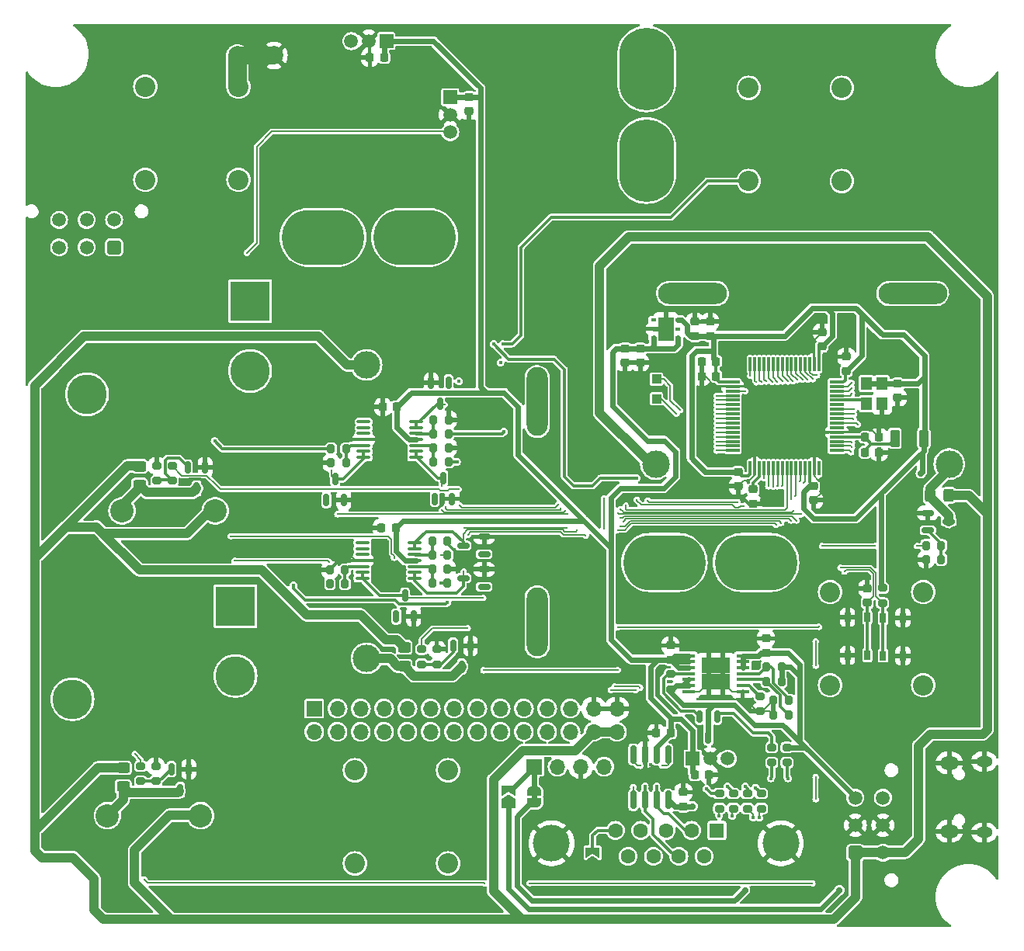
<source format=gbl>
G04 #@! TF.GenerationSoftware,KiCad,Pcbnew,7.0.2*
G04 #@! TF.CreationDate,2023-11-05T14:56:02-07:00*
G04 #@! TF.ProjectId,Relay_Board_Lucy_V1,52656c61-795f-4426-9f61-72645f4c7563,V1.0*
G04 #@! TF.SameCoordinates,Original*
G04 #@! TF.FileFunction,Copper,L4,Bot*
G04 #@! TF.FilePolarity,Positive*
%FSLAX46Y46*%
G04 Gerber Fmt 4.6, Leading zero omitted, Abs format (unit mm)*
G04 Created by KiCad (PCBNEW 7.0.2) date 2023-11-05 14:56:02*
%MOMM*%
%LPD*%
G01*
G04 APERTURE LIST*
G04 Aperture macros list*
%AMRoundRect*
0 Rectangle with rounded corners*
0 $1 Rounding radius*
0 $2 $3 $4 $5 $6 $7 $8 $9 X,Y pos of 4 corners*
0 Add a 4 corners polygon primitive as box body*
4,1,4,$2,$3,$4,$5,$6,$7,$8,$9,$2,$3,0*
0 Add four circle primitives for the rounded corners*
1,1,$1+$1,$2,$3*
1,1,$1+$1,$4,$5*
1,1,$1+$1,$6,$7*
1,1,$1+$1,$8,$9*
0 Add four rect primitives between the rounded corners*
20,1,$1+$1,$2,$3,$4,$5,0*
20,1,$1+$1,$4,$5,$6,$7,0*
20,1,$1+$1,$6,$7,$8,$9,0*
20,1,$1+$1,$8,$9,$2,$3,0*%
%AMFreePoly0*
4,1,19,0.500000,-0.750000,0.000000,-0.750000,0.000000,-0.744911,-0.071157,-0.744911,-0.207708,-0.704816,-0.327430,-0.627875,-0.420627,-0.520320,-0.479746,-0.390866,-0.500000,-0.250000,-0.500000,0.250000,-0.479746,0.390866,-0.420627,0.520320,-0.327430,0.627875,-0.207708,0.704816,-0.071157,0.744911,0.000000,0.744911,0.000000,0.750000,0.500000,0.750000,0.500000,-0.750000,0.500000,-0.750000,
$1*%
%AMFreePoly1*
4,1,19,0.000000,0.744911,0.071157,0.744911,0.207708,0.704816,0.327430,0.627875,0.420627,0.520320,0.479746,0.390866,0.500000,0.250000,0.500000,-0.250000,0.479746,-0.390866,0.420627,-0.520320,0.327430,-0.627875,0.207708,-0.704816,0.071157,-0.744911,0.000000,-0.744911,0.000000,-0.750000,-0.500000,-0.750000,-0.500000,0.750000,0.000000,0.750000,0.000000,0.744911,0.000000,0.744911,
$1*%
%AMFreePoly2*
4,1,6,1.000000,0.000000,0.500000,-0.750000,-0.500000,-0.750000,-0.500000,0.750000,0.500000,0.750000,1.000000,0.000000,1.000000,0.000000,$1*%
%AMFreePoly3*
4,1,6,0.500000,-0.750000,-0.650000,-0.750000,-0.150000,0.000000,-0.650000,0.750000,0.500000,0.750000,0.500000,-0.750000,0.500000,-0.750000,$1*%
G04 Aperture macros list end*
G04 #@! TA.AperFunction,ComponentPad*
%ADD10O,1.800000X1.150000*%
G04 #@! TD*
G04 #@! TA.AperFunction,ComponentPad*
%ADD11O,2.000000X1.450000*%
G04 #@! TD*
G04 #@! TA.AperFunction,ComponentPad*
%ADD12R,4.318000X4.318000*%
G04 #@! TD*
G04 #@! TA.AperFunction,ComponentPad*
%ADD13C,4.318000*%
G04 #@! TD*
G04 #@! TA.AperFunction,ComponentPad*
%ADD14C,2.540000*%
G04 #@! TD*
G04 #@! TA.AperFunction,ComponentPad*
%ADD15C,2.209800*%
G04 #@! TD*
G04 #@! TA.AperFunction,ComponentPad*
%ADD16R,1.700000X1.700000*%
G04 #@! TD*
G04 #@! TA.AperFunction,ComponentPad*
%ADD17O,1.700000X1.700000*%
G04 #@! TD*
G04 #@! TA.AperFunction,ComponentPad*
%ADD18RoundRect,0.250001X0.499999X0.499999X-0.499999X0.499999X-0.499999X-0.499999X0.499999X-0.499999X0*%
G04 #@! TD*
G04 #@! TA.AperFunction,ComponentPad*
%ADD19C,1.500000*%
G04 #@! TD*
G04 #@! TA.AperFunction,ComponentPad*
%ADD20O,7.500000X2.300000*%
G04 #@! TD*
G04 #@! TA.AperFunction,ComponentPad*
%ADD21C,3.000000*%
G04 #@! TD*
G04 #@! TA.AperFunction,ComponentPad*
%ADD22O,2.300000X7.500000*%
G04 #@! TD*
G04 #@! TA.AperFunction,ComponentPad*
%ADD23R,1.500000X1.500000*%
G04 #@! TD*
G04 #@! TA.AperFunction,ComponentPad*
%ADD24C,0.800000*%
G04 #@! TD*
G04 #@! TA.AperFunction,ComponentPad*
%ADD25O,9.000000X6.000000*%
G04 #@! TD*
G04 #@! TA.AperFunction,ComponentPad*
%ADD26RoundRect,0.250001X0.499999X-0.499999X0.499999X0.499999X-0.499999X0.499999X-0.499999X-0.499999X0*%
G04 #@! TD*
G04 #@! TA.AperFunction,ComponentPad*
%ADD27O,6.000000X9.000000*%
G04 #@! TD*
G04 #@! TA.AperFunction,ComponentPad*
%ADD28C,4.000000*%
G04 #@! TD*
G04 #@! TA.AperFunction,ComponentPad*
%ADD29R,1.600000X1.600000*%
G04 #@! TD*
G04 #@! TA.AperFunction,ComponentPad*
%ADD30C,1.600000*%
G04 #@! TD*
G04 #@! TA.AperFunction,SMDPad,CuDef*
%ADD31RoundRect,0.200000X0.275000X-0.200000X0.275000X0.200000X-0.275000X0.200000X-0.275000X-0.200000X0*%
G04 #@! TD*
G04 #@! TA.AperFunction,SMDPad,CuDef*
%ADD32R,0.650000X1.050000*%
G04 #@! TD*
G04 #@! TA.AperFunction,SMDPad,CuDef*
%ADD33RoundRect,0.200000X0.200000X0.275000X-0.200000X0.275000X-0.200000X-0.275000X0.200000X-0.275000X0*%
G04 #@! TD*
G04 #@! TA.AperFunction,SMDPad,CuDef*
%ADD34RoundRect,0.150000X-0.150000X0.512500X-0.150000X-0.512500X0.150000X-0.512500X0.150000X0.512500X0*%
G04 #@! TD*
G04 #@! TA.AperFunction,SMDPad,CuDef*
%ADD35RoundRect,0.200000X-0.200000X-0.275000X0.200000X-0.275000X0.200000X0.275000X-0.200000X0.275000X0*%
G04 #@! TD*
G04 #@! TA.AperFunction,SMDPad,CuDef*
%ADD36C,2.000000*%
G04 #@! TD*
G04 #@! TA.AperFunction,SMDPad,CuDef*
%ADD37RoundRect,0.150000X0.150000X-0.512500X0.150000X0.512500X-0.150000X0.512500X-0.150000X-0.512500X0*%
G04 #@! TD*
G04 #@! TA.AperFunction,SMDPad,CuDef*
%ADD38RoundRect,0.150000X-0.150000X0.825000X-0.150000X-0.825000X0.150000X-0.825000X0.150000X0.825000X0*%
G04 #@! TD*
G04 #@! TA.AperFunction,SMDPad,CuDef*
%ADD39RoundRect,0.225000X-0.250000X0.225000X-0.250000X-0.225000X0.250000X-0.225000X0.250000X0.225000X0*%
G04 #@! TD*
G04 #@! TA.AperFunction,SMDPad,CuDef*
%ADD40RoundRect,0.225000X0.225000X0.250000X-0.225000X0.250000X-0.225000X-0.250000X0.225000X-0.250000X0*%
G04 #@! TD*
G04 #@! TA.AperFunction,SMDPad,CuDef*
%ADD41RoundRect,0.225000X0.250000X-0.225000X0.250000X0.225000X-0.250000X0.225000X-0.250000X-0.225000X0*%
G04 #@! TD*
G04 #@! TA.AperFunction,SMDPad,CuDef*
%ADD42RoundRect,0.150000X0.512500X0.150000X-0.512500X0.150000X-0.512500X-0.150000X0.512500X-0.150000X0*%
G04 #@! TD*
G04 #@! TA.AperFunction,SMDPad,CuDef*
%ADD43RoundRect,0.200000X-0.275000X0.200000X-0.275000X-0.200000X0.275000X-0.200000X0.275000X0.200000X0*%
G04 #@! TD*
G04 #@! TA.AperFunction,SMDPad,CuDef*
%ADD44RoundRect,0.250000X-0.450000X0.325000X-0.450000X-0.325000X0.450000X-0.325000X0.450000X0.325000X0*%
G04 #@! TD*
G04 #@! TA.AperFunction,SMDPad,CuDef*
%ADD45RoundRect,0.225000X-0.225000X-0.250000X0.225000X-0.250000X0.225000X0.250000X-0.225000X0.250000X0*%
G04 #@! TD*
G04 #@! TA.AperFunction,SMDPad,CuDef*
%ADD46RoundRect,0.100000X0.637500X0.100000X-0.637500X0.100000X-0.637500X-0.100000X0.637500X-0.100000X0*%
G04 #@! TD*
G04 #@! TA.AperFunction,SMDPad,CuDef*
%ADD47R,1.000000X1.000000*%
G04 #@! TD*
G04 #@! TA.AperFunction,SMDPad,CuDef*
%ADD48RoundRect,0.075000X0.700000X0.075000X-0.700000X0.075000X-0.700000X-0.075000X0.700000X-0.075000X0*%
G04 #@! TD*
G04 #@! TA.AperFunction,SMDPad,CuDef*
%ADD49RoundRect,0.075000X0.075000X0.700000X-0.075000X0.700000X-0.075000X-0.700000X0.075000X-0.700000X0*%
G04 #@! TD*
G04 #@! TA.AperFunction,SMDPad,CuDef*
%ADD50FreePoly0,90.000000*%
G04 #@! TD*
G04 #@! TA.AperFunction,SMDPad,CuDef*
%ADD51FreePoly1,90.000000*%
G04 #@! TD*
G04 #@! TA.AperFunction,SMDPad,CuDef*
%ADD52RoundRect,0.250000X0.325000X0.450000X-0.325000X0.450000X-0.325000X-0.450000X0.325000X-0.450000X0*%
G04 #@! TD*
G04 #@! TA.AperFunction,SMDPad,CuDef*
%ADD53FreePoly2,90.000000*%
G04 #@! TD*
G04 #@! TA.AperFunction,SMDPad,CuDef*
%ADD54FreePoly3,90.000000*%
G04 #@! TD*
G04 #@! TA.AperFunction,SMDPad,CuDef*
%ADD55R,0.630000X0.450000*%
G04 #@! TD*
G04 #@! TA.AperFunction,SMDPad,CuDef*
%ADD56R,1.700000X2.600000*%
G04 #@! TD*
G04 #@! TA.AperFunction,SMDPad,CuDef*
%ADD57RoundRect,0.250000X0.275000X0.700000X-0.275000X0.700000X-0.275000X-0.700000X0.275000X-0.700000X0*%
G04 #@! TD*
G04 #@! TA.AperFunction,SMDPad,CuDef*
%ADD58RoundRect,0.150000X-0.512500X-0.150000X0.512500X-0.150000X0.512500X0.150000X-0.512500X0.150000X0*%
G04 #@! TD*
G04 #@! TA.AperFunction,SMDPad,CuDef*
%ADD59R,1.450000X0.450000*%
G04 #@! TD*
G04 #@! TA.AperFunction,SMDPad,CuDef*
%ADD60R,1.500000X1.800000*%
G04 #@! TD*
G04 #@! TA.AperFunction,SMDPad,CuDef*
%ADD61R,1.200000X1.400000*%
G04 #@! TD*
G04 #@! TA.AperFunction,ViaPad*
%ADD62C,0.400000*%
G04 #@! TD*
G04 #@! TA.AperFunction,ViaPad*
%ADD63C,0.700000*%
G04 #@! TD*
G04 #@! TA.AperFunction,ViaPad*
%ADD64C,0.250000*%
G04 #@! TD*
G04 #@! TA.AperFunction,Conductor*
%ADD65C,0.600000*%
G04 #@! TD*
G04 #@! TA.AperFunction,Conductor*
%ADD66C,0.200000*%
G04 #@! TD*
G04 #@! TA.AperFunction,Conductor*
%ADD67C,0.300000*%
G04 #@! TD*
G04 #@! TA.AperFunction,Conductor*
%ADD68C,0.150000*%
G04 #@! TD*
G04 #@! TA.AperFunction,Conductor*
%ADD69C,1.000000*%
G04 #@! TD*
G04 #@! TA.AperFunction,Conductor*
%ADD70C,2.000000*%
G04 #@! TD*
G04 APERTURE END LIST*
G04 #@! TA.AperFunction,EtchedComponent*
G36*
X114998000Y-58055000D02*
G01*
X110998000Y-58055000D01*
X110998000Y-56055000D01*
X114998000Y-56055000D01*
X114998000Y-58055000D01*
G37*
G04 #@! TD.AperFunction*
G04 #@! TA.AperFunction,EtchedComponent*
G36*
X143683000Y-138172000D02*
G01*
X143083000Y-138172000D01*
X143083000Y-137672000D01*
X143683000Y-137672000D01*
X143683000Y-138172000D01*
G37*
G04 #@! TD.AperFunction*
D10*
X192450000Y-141797000D03*
D11*
X188650000Y-141647000D03*
X188650000Y-134197000D03*
D10*
X192450000Y-134047000D03*
D12*
X110800000Y-117100000D03*
D13*
X110800000Y-124720000D03*
D14*
X106990000Y-139960000D03*
X96830000Y-139960000D03*
D13*
X93020000Y-127260000D03*
D15*
X175641000Y-125730000D03*
X185801000Y-125730000D03*
X175641000Y-115570000D03*
X185801000Y-115570000D03*
D16*
X119390000Y-128270000D03*
D17*
X119390000Y-130810000D03*
X121930000Y-128270000D03*
X121930000Y-130810000D03*
X124470000Y-128270000D03*
X124470000Y-130810000D03*
X127010000Y-128270000D03*
X127010000Y-130810000D03*
X129550000Y-128270000D03*
X129550000Y-130810000D03*
X132090000Y-128270000D03*
X132090000Y-130810000D03*
X134630000Y-128270000D03*
X134630000Y-130810000D03*
X137170000Y-128270000D03*
X137170000Y-130810000D03*
X139710000Y-128270000D03*
X139710000Y-130810000D03*
X142250000Y-128270000D03*
X142250000Y-130810000D03*
X144790000Y-128270000D03*
X144790000Y-130810000D03*
X147330000Y-128270000D03*
X147330000Y-130810000D03*
X149870000Y-128270000D03*
X149870000Y-130810000D03*
X152410000Y-128270000D03*
X152410000Y-130810000D03*
D16*
X143383000Y-134620000D03*
D17*
X145923000Y-134620000D03*
X148463000Y-134620000D03*
X151003000Y-134620000D03*
D15*
X123825000Y-135001000D03*
X123825000Y-145161000D03*
X133985000Y-135001000D03*
X133985000Y-145161000D03*
D18*
X97567000Y-77978000D03*
D19*
X94567000Y-77978000D03*
X91567000Y-77978000D03*
X97567000Y-74978000D03*
X94567000Y-74978000D03*
X91567000Y-74978000D03*
D20*
X160650000Y-83000000D03*
X184650000Y-83000000D03*
D21*
X188650000Y-101600000D03*
X156650000Y-101600000D03*
D22*
X143695000Y-94805000D03*
X143695000Y-118805000D03*
D21*
X125095000Y-122805000D03*
X125095000Y-90805000D03*
D15*
X111125000Y-70612000D03*
X111125000Y-60452000D03*
X100965000Y-70612000D03*
X100965000Y-60452000D03*
D23*
X160660000Y-133745000D03*
D19*
X162570000Y-133745000D03*
X164480000Y-133745000D03*
D24*
X163620000Y-111715000D03*
X163620000Y-112975000D03*
X164370000Y-110685000D03*
X164370000Y-114005000D03*
X165570000Y-110295000D03*
X165570000Y-114395000D03*
X166900000Y-110295000D03*
X166900000Y-114395000D03*
D25*
X167570000Y-112345000D03*
D24*
X168240000Y-110295000D03*
X168240000Y-114395000D03*
X169570000Y-110295000D03*
X169570000Y-114395000D03*
X170770000Y-110685000D03*
X170770000Y-114005000D03*
X171520000Y-111715000D03*
X171520000Y-112975000D03*
X153620000Y-111715000D03*
X153620000Y-112975000D03*
X154370000Y-110685000D03*
X154370000Y-114005000D03*
X155570000Y-110295000D03*
X155570000Y-114395000D03*
X156900000Y-110295000D03*
X156900000Y-114395000D03*
D25*
X157570000Y-112345000D03*
D24*
X158240000Y-110295000D03*
X158240000Y-114395000D03*
X159570000Y-110295000D03*
X159570000Y-114395000D03*
X160770000Y-110685000D03*
X160770000Y-114005000D03*
X161520000Y-111715000D03*
X161520000Y-112975000D03*
D26*
X178400000Y-144000000D03*
D19*
X178400000Y-141000000D03*
X178400000Y-138000000D03*
X181400000Y-144000000D03*
X181400000Y-141000000D03*
X181400000Y-138000000D03*
D23*
X134225000Y-61600000D03*
D19*
X134225000Y-63510000D03*
X134225000Y-65420000D03*
D24*
X156255000Y-64560000D03*
X154995000Y-64560000D03*
X157285000Y-65310000D03*
X153965000Y-65310000D03*
X157675000Y-66510000D03*
X153575000Y-66510000D03*
X157675000Y-67840000D03*
X153575000Y-67840000D03*
D27*
X155625000Y-68510000D03*
D24*
X157675000Y-69180000D03*
X153575000Y-69180000D03*
X157675000Y-70510000D03*
X153575000Y-70510000D03*
X157285000Y-71710000D03*
X153965000Y-71710000D03*
X156255000Y-72460000D03*
X154995000Y-72460000D03*
X156255000Y-54560000D03*
X154995000Y-54560000D03*
X157285000Y-55310000D03*
X153965000Y-55310000D03*
X157675000Y-56510000D03*
X153575000Y-56510000D03*
X157675000Y-57840000D03*
X153575000Y-57840000D03*
D27*
X155625000Y-58510000D03*
D24*
X157675000Y-59180000D03*
X153575000Y-59180000D03*
X157675000Y-60510000D03*
X153575000Y-60510000D03*
X157285000Y-61710000D03*
X153965000Y-61710000D03*
X156255000Y-62460000D03*
X154995000Y-62460000D03*
D15*
X176931600Y-70739101D03*
X176931600Y-60579101D03*
X166771600Y-70739101D03*
X166771600Y-60579101D03*
D12*
X112400000Y-83840000D03*
D13*
X112400000Y-91460000D03*
D14*
X108590000Y-106700000D03*
X98430000Y-106700000D03*
D13*
X94620000Y-94000000D03*
D28*
X145270000Y-142979000D03*
X170270000Y-142979000D03*
D29*
X163310000Y-141559000D03*
D30*
X160540000Y-141559000D03*
X157770000Y-141559000D03*
X155000000Y-141559000D03*
X152230000Y-141559000D03*
X161925000Y-144399000D03*
X159155000Y-144399000D03*
X156385000Y-144399000D03*
X153615000Y-144399000D03*
D23*
X127249000Y-55485000D03*
D19*
X125339000Y-55485000D03*
X123429000Y-55485000D03*
D24*
X124289000Y-77515000D03*
X124289000Y-76255000D03*
X123539000Y-78545000D03*
X123539000Y-75225000D03*
X122339000Y-78935000D03*
X122339000Y-74835000D03*
X121009000Y-78935000D03*
X121009000Y-74835000D03*
D25*
X120339000Y-76885000D03*
D24*
X119669000Y-78935000D03*
X119669000Y-74835000D03*
X118339000Y-78935000D03*
X118339000Y-74835000D03*
X117139000Y-78545000D03*
X117139000Y-75225000D03*
X116389000Y-77515000D03*
X116389000Y-76255000D03*
X134289000Y-77515000D03*
X134289000Y-76255000D03*
X133539000Y-78545000D03*
X133539000Y-75225000D03*
X132339000Y-78935000D03*
X132339000Y-74835000D03*
X131009000Y-78935000D03*
X131009000Y-74835000D03*
D25*
X130339000Y-76885000D03*
D24*
X129669000Y-78935000D03*
X129669000Y-74835000D03*
X128339000Y-78935000D03*
X128339000Y-74835000D03*
X127139000Y-78545000D03*
X127139000Y-75225000D03*
X126389000Y-77515000D03*
X126389000Y-76255000D03*
D31*
X165100000Y-139191000D03*
X165100000Y-137541000D03*
D32*
X177555000Y-118321000D03*
X177555000Y-122471000D03*
X179705000Y-118321000D03*
X179705000Y-122471000D03*
D33*
X122745000Y-113157000D03*
X121095000Y-113157000D03*
D34*
X103825000Y-134879500D03*
X105725000Y-134879500D03*
X104775000Y-137154500D03*
D35*
X168720000Y-123698000D03*
X170370000Y-123698000D03*
D36*
X114998000Y-57055000D03*
X110998000Y-57055000D03*
D35*
X132271000Y-111506000D03*
X133921000Y-111506000D03*
D37*
X134427000Y-105404500D03*
X132527000Y-105404500D03*
X133477000Y-103129500D03*
D38*
X154178000Y-133288000D03*
X155448000Y-133288000D03*
X156718000Y-133288000D03*
X157988000Y-133288000D03*
X157988000Y-138238000D03*
X156718000Y-138238000D03*
X155448000Y-138238000D03*
X154178000Y-138238000D03*
D33*
X122745000Y-114681000D03*
X121095000Y-114681000D03*
D39*
X183007000Y-92824000D03*
X183007000Y-94374000D03*
D40*
X163208000Y-92075000D03*
X161658000Y-92075000D03*
D39*
X165608000Y-102476000D03*
X165608000Y-104026000D03*
D41*
X179705000Y-116726000D03*
X179705000Y-115176000D03*
D42*
X137916500Y-109540000D03*
X137916500Y-111440000D03*
X135641500Y-110490000D03*
D43*
X163576000Y-137541000D03*
X163576000Y-139191000D03*
D44*
X129190500Y-121594000D03*
X129190500Y-123644000D03*
D45*
X156705000Y-130937000D03*
X158255000Y-130937000D03*
D46*
X130497500Y-96983000D03*
X130497500Y-97633000D03*
X130497500Y-98283000D03*
X130497500Y-98933000D03*
X130497500Y-99583000D03*
X130497500Y-100233000D03*
X130497500Y-100883000D03*
X124772500Y-100883000D03*
X124772500Y-100233000D03*
X124772500Y-99583000D03*
X124772500Y-98933000D03*
X124772500Y-98283000D03*
X124772500Y-97633000D03*
X124772500Y-96983000D03*
D39*
X136271000Y-61582000D03*
X136271000Y-63132000D03*
D41*
X168656000Y-122187000D03*
X168656000Y-120637000D03*
D35*
X132398000Y-99822000D03*
X134048000Y-99822000D03*
D31*
X169291000Y-134175000D03*
X169291000Y-132525000D03*
D34*
X134527000Y-121417500D03*
X136427000Y-121417500D03*
X135477000Y-123692500D03*
D41*
X177419000Y-91453000D03*
X177419000Y-89903000D03*
D47*
X156718000Y-92329000D03*
D45*
X160896000Y-135509000D03*
X162446000Y-135509000D03*
D31*
X132746500Y-123444000D03*
X132746500Y-121794000D03*
D48*
X176363000Y-92643000D03*
X176363000Y-93143000D03*
X176363000Y-93643000D03*
X176363000Y-94143000D03*
X176363000Y-94643000D03*
X176363000Y-95143000D03*
X176363000Y-95643000D03*
X176363000Y-96143000D03*
X176363000Y-96643000D03*
X176363000Y-97143000D03*
X176363000Y-97643000D03*
X176363000Y-98143000D03*
X176363000Y-98643000D03*
X176363000Y-99143000D03*
X176363000Y-99643000D03*
X176363000Y-100143000D03*
D49*
X174438000Y-102068000D03*
X173938000Y-102068000D03*
X173438000Y-102068000D03*
X172938000Y-102068000D03*
X172438000Y-102068000D03*
X171938000Y-102068000D03*
X171438000Y-102068000D03*
X170938000Y-102068000D03*
X170438000Y-102068000D03*
X169938000Y-102068000D03*
X169438000Y-102068000D03*
X168938000Y-102068000D03*
X168438000Y-102068000D03*
X167938000Y-102068000D03*
X167438000Y-102068000D03*
X166938000Y-102068000D03*
D48*
X165013000Y-100143000D03*
X165013000Y-99643000D03*
X165013000Y-99143000D03*
X165013000Y-98643000D03*
X165013000Y-98143000D03*
X165013000Y-97643000D03*
X165013000Y-97143000D03*
X165013000Y-96643000D03*
X165013000Y-96143000D03*
X165013000Y-95643000D03*
X165013000Y-95143000D03*
X165013000Y-94643000D03*
X165013000Y-94143000D03*
X165013000Y-93643000D03*
X165013000Y-93143000D03*
X165013000Y-92643000D03*
D49*
X166938000Y-90718000D03*
X167438000Y-90718000D03*
X167938000Y-90718000D03*
X168438000Y-90718000D03*
X168938000Y-90718000D03*
X169438000Y-90718000D03*
X169938000Y-90718000D03*
X170438000Y-90718000D03*
X170938000Y-90718000D03*
X171438000Y-90718000D03*
X171938000Y-90718000D03*
X172438000Y-90718000D03*
X172938000Y-90718000D03*
X173438000Y-90718000D03*
X173938000Y-90718000D03*
X174438000Y-90718000D03*
D35*
X132398000Y-96774000D03*
X134048000Y-96774000D03*
D33*
X122872000Y-99949000D03*
X121222000Y-99949000D03*
D34*
X132146000Y-92715500D03*
X134046000Y-92715500D03*
X133096000Y-94990500D03*
D39*
X153289000Y-89014000D03*
X153289000Y-90564000D03*
D50*
X143383000Y-138572000D03*
D51*
X143383000Y-137272000D03*
D43*
X181356000Y-115126000D03*
X181356000Y-116776000D03*
D41*
X162560000Y-87630000D03*
X162560000Y-86080000D03*
D33*
X122872000Y-101473000D03*
X121222000Y-101473000D03*
D52*
X188604000Y-105029000D03*
X186554000Y-105029000D03*
D46*
X130370500Y-110191000D03*
X130370500Y-110841000D03*
X130370500Y-111491000D03*
X130370500Y-112141000D03*
X130370500Y-112791000D03*
X130370500Y-113441000D03*
X130370500Y-114091000D03*
X124645500Y-114091000D03*
X124645500Y-113441000D03*
X124645500Y-112791000D03*
X124645500Y-112141000D03*
X124645500Y-111491000D03*
X124645500Y-110841000D03*
X124645500Y-110191000D03*
D34*
X105603000Y-101986500D03*
X107503000Y-101986500D03*
X106553000Y-104261500D03*
D40*
X163208000Y-90424000D03*
X161658000Y-90424000D03*
D35*
X132398000Y-98298000D03*
X134048000Y-98298000D03*
D37*
X122616000Y-105531500D03*
X120716000Y-105531500D03*
X121666000Y-103256500D03*
D34*
X161422000Y-129159000D03*
X163322000Y-129159000D03*
X162372000Y-131434000D03*
D43*
X158242000Y-124524000D03*
X158242000Y-126174000D03*
D41*
X160909000Y-87643000D03*
X160909000Y-86093000D03*
D44*
X98552000Y-134738000D03*
X98552000Y-136788000D03*
D53*
X149733000Y-145378000D03*
D54*
X149733000Y-143928000D03*
D35*
X132271000Y-114554000D03*
X133921000Y-114554000D03*
D39*
X173863000Y-104000000D03*
X173863000Y-105550000D03*
D35*
X169482000Y-127358127D03*
X171132000Y-127358127D03*
X132271000Y-113030000D03*
X133921000Y-113030000D03*
D31*
X170942000Y-134175000D03*
X170942000Y-132525000D03*
D42*
X137916500Y-113096000D03*
X137916500Y-114996000D03*
X135641500Y-114046000D03*
D55*
X156394000Y-87818000D03*
X156394000Y-86868000D03*
X156394000Y-85918000D03*
X159074000Y-85918000D03*
X159074000Y-86868000D03*
X159074000Y-87818000D03*
D56*
X157734000Y-86868000D03*
D57*
X185852000Y-98806000D03*
X182702000Y-98806000D03*
D44*
X100330000Y-101845000D03*
X100330000Y-103895000D03*
D35*
X169482000Y-129009127D03*
X171132000Y-129009127D03*
X132398000Y-101346000D03*
X134048000Y-101346000D03*
D45*
X179438000Y-100330000D03*
X180988000Y-100330000D03*
D31*
X131095500Y-123444000D03*
X131095500Y-121794000D03*
D40*
X127013000Y-57277000D03*
X125463000Y-57277000D03*
D31*
X168148000Y-139191000D03*
X168148000Y-137541000D03*
D40*
X128283000Y-108585000D03*
X126733000Y-108585000D03*
D35*
X168720000Y-125349000D03*
X170370000Y-125349000D03*
D41*
X159639000Y-138951000D03*
X159639000Y-137401000D03*
D40*
X128410000Y-95377000D03*
X126860000Y-95377000D03*
D43*
X166624000Y-137541000D03*
X166624000Y-139191000D03*
D35*
X132271000Y-109982000D03*
X133921000Y-109982000D03*
D31*
X102235000Y-103441000D03*
X102235000Y-101791000D03*
D41*
X174752000Y-88786000D03*
X174752000Y-87236000D03*
D45*
X179438000Y-98679000D03*
X180988000Y-98679000D03*
D31*
X168021000Y-128587000D03*
X168021000Y-126937000D03*
D33*
X187769000Y-110490000D03*
X186119000Y-110490000D03*
D37*
X130236000Y-118231500D03*
X128336000Y-118231500D03*
X129286000Y-115956500D03*
D39*
X154940000Y-89014000D03*
X154940000Y-90564000D03*
X167259000Y-104381000D03*
X167259000Y-105931000D03*
D58*
X186309000Y-108839000D03*
X186309000Y-106939000D03*
X188584000Y-107889000D03*
D31*
X100457000Y-136207000D03*
X100457000Y-134557000D03*
D39*
X158242000Y-121399000D03*
X158242000Y-122949000D03*
D31*
X103886000Y-103441000D03*
X103886000Y-101791000D03*
D53*
X140589000Y-138647000D03*
D54*
X140589000Y-137197000D03*
D59*
X166133000Y-122521000D03*
X166133000Y-123171000D03*
X166133000Y-123821000D03*
X166133000Y-124471000D03*
X166133000Y-125121000D03*
X166133000Y-125771000D03*
X166133000Y-126421000D03*
X160233000Y-126421000D03*
X160233000Y-125771000D03*
X160233000Y-125121000D03*
X160233000Y-124471000D03*
X160233000Y-123821000D03*
X160233000Y-123171000D03*
X160233000Y-122521000D03*
D60*
X163933000Y-125371000D03*
X163933000Y-123571000D03*
X162433000Y-125371000D03*
X162433000Y-123571000D03*
D61*
X181317000Y-92829200D03*
X181317000Y-95029200D03*
X179617000Y-95029200D03*
X179617000Y-92829200D03*
D47*
X156718000Y-94488000D03*
D33*
X187769000Y-112014000D03*
X186119000Y-112014000D03*
D31*
X102108000Y-136207000D03*
X102108000Y-134557000D03*
D32*
X183574000Y-122512000D03*
X183574000Y-118362000D03*
X181424000Y-122512000D03*
X181424000Y-118362000D03*
D62*
X159359600Y-94691200D03*
X138938000Y-92710000D03*
X179451000Y-104394000D03*
X144399000Y-105410000D03*
X169545000Y-98044000D03*
X180848000Y-101981000D03*
X171196000Y-98044000D03*
X164211000Y-125984000D03*
X171196000Y-100203000D03*
X104394000Y-98171000D03*
X123215400Y-121081800D03*
X118745000Y-105410000D03*
X184277000Y-96901000D03*
X163449000Y-104013000D03*
X164211000Y-123190000D03*
X138684000Y-105410000D03*
X187198000Y-92202000D03*
X160909000Y-104013000D03*
X189230000Y-92202000D03*
X172339000Y-82169000D03*
X164211000Y-124206000D03*
X163195000Y-124206000D03*
X175387000Y-105156000D03*
X172720000Y-100203000D03*
X183800000Y-92000000D03*
X184277000Y-98044000D03*
X177165000Y-127508000D03*
X127228600Y-88188800D03*
X158115000Y-125349000D03*
X167894000Y-93853000D03*
X180975000Y-96901000D03*
X169545000Y-100203000D03*
X190373000Y-112776000D03*
X104394000Y-100076000D03*
X98679000Y-98171000D03*
X178562000Y-105156000D03*
X162687000Y-117348000D03*
X159359600Y-93675200D03*
X172720000Y-98044000D03*
X171196000Y-93853000D03*
X123418600Y-88138000D03*
X189230000Y-112776000D03*
X162687000Y-109601000D03*
X163195000Y-125095000D03*
X106172000Y-100076000D03*
X163195000Y-125984000D03*
X145872200Y-148158200D03*
X159512000Y-104013000D03*
X172339000Y-75438000D03*
X130810000Y-92710000D03*
X167894000Y-96901000D03*
X169545000Y-93853000D03*
X177266600Y-129032000D03*
X167894000Y-98044000D03*
X176022000Y-101981000D03*
X172720000Y-96901000D03*
X175107600Y-129032000D03*
X100457000Y-96393000D03*
X168148000Y-104775000D03*
X162560000Y-101346000D03*
X163195000Y-123190000D03*
X100457000Y-98171000D03*
X160909000Y-103124000D03*
X184277000Y-99187000D03*
X117348000Y-105410000D03*
X190373000Y-110998000D03*
X161671000Y-98933000D03*
X182118000Y-102108000D03*
X167513000Y-132588000D03*
X164338000Y-91948000D03*
X106172000Y-96393000D03*
X181991000Y-96901000D03*
X107950000Y-98171000D03*
X172339000Y-83185000D03*
X108204000Y-100076000D03*
X168148000Y-105537000D03*
X172339000Y-79121000D03*
X125450600Y-92811600D03*
X189230000Y-109347000D03*
X184800000Y-92000000D03*
X191262000Y-92202000D03*
X136398000Y-92710000D03*
X189230000Y-110998000D03*
X162687000Y-118745000D03*
X162687000Y-108585000D03*
X162687000Y-120269000D03*
X121640600Y-125933200D03*
X138684000Y-91059000D03*
X169545000Y-96901000D03*
X172720000Y-93853000D03*
X184277000Y-95758000D03*
X175158400Y-131394200D03*
X159131000Y-97409000D03*
X191389000Y-110998000D03*
X156337000Y-96520000D03*
X167513000Y-123571000D03*
X159385000Y-92202000D03*
X172339000Y-80137000D03*
X102362000Y-100076000D03*
X164211000Y-125095000D03*
X172339000Y-81153000D03*
X172720000Y-95758000D03*
X183159400Y-96901000D03*
X159232600Y-148209000D03*
X166497000Y-133604000D03*
X162687000Y-121539000D03*
X177241200Y-131368800D03*
X159766000Y-101854000D03*
X156845000Y-125730000D03*
X154940000Y-94996000D03*
X167513000Y-133604000D03*
X102362000Y-98171000D03*
X115951000Y-105410000D03*
X98679000Y-100076000D03*
X177673000Y-101981000D03*
X141351000Y-105410000D03*
X151688800Y-148183600D03*
X171196000Y-95758000D03*
X181229000Y-102870000D03*
X131064000Y-105410000D03*
X157861000Y-96520000D03*
X190373000Y-109347000D03*
X171577000Y-126365000D03*
X102362000Y-96393000D03*
X154940000Y-96520000D03*
X190119000Y-106426000D03*
X167767000Y-125730000D03*
X129159000Y-105410000D03*
X190246000Y-92202000D03*
X167894000Y-100203000D03*
X175107600Y-127508000D03*
X191389000Y-112776000D03*
X100457000Y-100076000D03*
X191389000Y-107696000D03*
X171196000Y-96901000D03*
X167894000Y-95758000D03*
X127000000Y-105410000D03*
X161671000Y-93345000D03*
X191389000Y-109347000D03*
X98679000Y-96393000D03*
X149783800Y-133248400D03*
X161671000Y-100330000D03*
X190119000Y-107696000D03*
X156057600Y-134391400D03*
X107950000Y-96393000D03*
X180340000Y-103632000D03*
X136398000Y-105410000D03*
X104394000Y-96393000D03*
X164592000Y-129667000D03*
X112776000Y-105410000D03*
X106172000Y-98171000D03*
X138430000Y-150164800D03*
X166497000Y-132588000D03*
X124002800Y-124942600D03*
X162179000Y-104013000D03*
X188214000Y-92202000D03*
X161671000Y-97536000D03*
X127533400Y-124942600D03*
X172339000Y-78105000D03*
X123469400Y-92786200D03*
X179324000Y-101981000D03*
X169545000Y-95758000D03*
X104190800Y-150241000D03*
X162687000Y-115824000D03*
X161671000Y-95377000D03*
X161671000Y-94234000D03*
X121539000Y-105435400D03*
X114427000Y-105410000D03*
X111500000Y-105400000D03*
X183896000Y-100584000D03*
X183007000Y-101346000D03*
D63*
X176657000Y-148082000D03*
X166370000Y-148082000D03*
X160655000Y-138938000D03*
X185547000Y-102616000D03*
D64*
X178257200Y-95631000D03*
X177215800Y-113334800D03*
D62*
X171069000Y-135890000D03*
X169164000Y-135890000D03*
D64*
X146278600Y-106426000D03*
X153365200Y-106146600D03*
X133731000Y-106299000D03*
X133604000Y-95123000D03*
X133324600Y-103987600D03*
X171805600Y-105130600D03*
X133324600Y-106654600D03*
X146735800Y-106680000D03*
X152806400Y-106527600D03*
X171678600Y-106680000D03*
X171373800Y-107772200D03*
X148056600Y-108864400D03*
X170357800Y-104013000D03*
X153136600Y-107873800D03*
X171958000Y-107772200D03*
X152781000Y-107492800D03*
X171373800Y-105460800D03*
X135686800Y-113334800D03*
X146913600Y-108534200D03*
X135737600Y-108534200D03*
X172466000Y-107086400D03*
X147040600Y-107086400D03*
X121310400Y-102311200D03*
X152501600Y-106959400D03*
X121920000Y-107086400D03*
X172770800Y-103657400D03*
X152501600Y-124079000D03*
X137845800Y-124104400D03*
X174421800Y-119354600D03*
X152501600Y-119405400D03*
X172339000Y-103505000D03*
X137820400Y-116205000D03*
D62*
X167513000Y-136906000D03*
X166370000Y-136779000D03*
X164465000Y-136779000D03*
X162179000Y-137033000D03*
X108534200Y-99110800D03*
X138938000Y-88519000D03*
X154559000Y-103149400D03*
X134950200Y-101371400D03*
X135178800Y-92583000D03*
X140081000Y-98094800D03*
X139700000Y-90551000D03*
X139954000Y-88519000D03*
D64*
X166938000Y-91973400D03*
X154559000Y-105511600D03*
X166192200Y-106197400D03*
X151739600Y-126263400D03*
X154457400Y-126263400D03*
X152146000Y-125857000D03*
X165557200Y-105765600D03*
X154914600Y-125984000D03*
X166395400Y-93649800D03*
X155752800Y-105587800D03*
X163271200Y-94643000D03*
X163271200Y-94143000D03*
X178231800Y-96164400D03*
X170459400Y-92608400D03*
X178206400Y-96697800D03*
X171069000Y-92608400D03*
X178638200Y-97282000D03*
X171602400Y-92557600D03*
X172059600Y-92430600D03*
X178028600Y-99263200D03*
X168148000Y-92659200D03*
X178028600Y-99796600D03*
X168681400Y-92608400D03*
X177927000Y-100304600D03*
X169341800Y-92659200D03*
X169900600Y-92633800D03*
X177977800Y-92735400D03*
X167589200Y-92684600D03*
X178003200Y-93294200D03*
X163271200Y-95643000D03*
X178028600Y-93903800D03*
X163271200Y-95143000D03*
X163271200Y-98143000D03*
X163271200Y-97643000D03*
X163271200Y-97143000D03*
D62*
X156718000Y-136779000D03*
X155448000Y-136779000D03*
D64*
X128092200Y-111836200D03*
X110286800Y-109474000D03*
X133223000Y-111506000D03*
D62*
X133883400Y-116713000D03*
X133223000Y-114554000D03*
X117119400Y-114858800D03*
D64*
X110718600Y-112166400D03*
X120980200Y-112268000D03*
X112039400Y-78587600D03*
X121095000Y-114681000D03*
X163296600Y-100143000D03*
D62*
X167919400Y-140182600D03*
D64*
X163271200Y-99643000D03*
D62*
X167259000Y-140157200D03*
X164969815Y-139994133D03*
D64*
X163271200Y-99143000D03*
D62*
X163550600Y-139954000D03*
D64*
X163271200Y-98643000D03*
X173202600Y-92379800D03*
X176784000Y-112903000D03*
X168910000Y-104038400D03*
X136118600Y-119507000D03*
X169773600Y-108229400D03*
X148996400Y-109397800D03*
X136144000Y-109321600D03*
X152476200Y-108788200D03*
X180568600Y-110540800D03*
X185140600Y-110540800D03*
X174777400Y-110540800D03*
X168427400Y-103149400D03*
X150952200Y-108686600D03*
X135255000Y-106146600D03*
X135153400Y-104343200D03*
X150977600Y-105359200D03*
X145999200Y-106019600D03*
X152755600Y-108381800D03*
X169438000Y-104069200D03*
X170307000Y-108026200D03*
X169900600Y-104038400D03*
X137947400Y-147320000D03*
X142900400Y-147320000D03*
X174066200Y-120954800D03*
X174066200Y-123596400D03*
X100838000Y-146913600D03*
X174066200Y-138150600D03*
X174066200Y-135737600D03*
X173710600Y-147320000D03*
X99822000Y-133223000D03*
X163271200Y-96143000D03*
X159283400Y-95732600D03*
X158877000Y-96139000D03*
X163271200Y-96643000D03*
X174218600Y-91922600D03*
X154940000Y-134518400D03*
X157302200Y-134493000D03*
X173761400Y-92354400D03*
X154178000Y-136829800D03*
X172643800Y-92405200D03*
D65*
X158432500Y-129413000D02*
X159385000Y-129413000D01*
X158229000Y-122936000D02*
X156845000Y-122936000D01*
X138150600Y-93827600D02*
X137515600Y-93192600D01*
X156845000Y-122936000D02*
X153924000Y-122936000D01*
X159074000Y-88576000D02*
X159074000Y-87818000D01*
X158670000Y-122521000D02*
X158242000Y-122949000D01*
X151892000Y-89408000D02*
X152286000Y-89014000D01*
X134230000Y-61595000D02*
X134225000Y-61600000D01*
X156096000Y-89014000D02*
X156394000Y-88716000D01*
X129286000Y-112141000D02*
X128283000Y-111138000D01*
X140106400Y-93827600D02*
X129959400Y-93827600D01*
X156083000Y-127127000D02*
X156083000Y-123698000D01*
X152286000Y-89014000D02*
X153289000Y-89014000D01*
X157480000Y-104267000D02*
X158775400Y-102971600D01*
X130497500Y-98933000D02*
X129717035Y-98933000D01*
X153924000Y-122936000D02*
X151770000Y-120782000D01*
X158255000Y-129299000D02*
X156083000Y-127127000D01*
X158242000Y-122949000D02*
X158229000Y-122936000D01*
X129717035Y-98933000D02*
X128410000Y-97625965D01*
X137515600Y-61595000D02*
X134230000Y-61595000D01*
X148818600Y-107797600D02*
X129070400Y-107797600D01*
X160660000Y-133745000D02*
X160660000Y-135273000D01*
X160660000Y-130688000D02*
X160660000Y-133745000D01*
X158623000Y-89027000D02*
X159074000Y-88576000D01*
X160660000Y-135273000D02*
X160896000Y-135509000D01*
X129070400Y-107797600D02*
X128283000Y-108585000D01*
X159114000Y-123821000D02*
X158242000Y-122949000D01*
X137515600Y-93192600D02*
X137515600Y-61595000D01*
X128410000Y-97625965D02*
X128410000Y-95377000D01*
X158775400Y-102971600D02*
X158775400Y-100253800D01*
X141605000Y-100584000D02*
X141605000Y-95326200D01*
X148907500Y-107886500D02*
X148818600Y-107797600D01*
X159385000Y-129413000D02*
X160660000Y-130688000D01*
X156718000Y-132474000D02*
X158255000Y-130937000D01*
X154940000Y-89014000D02*
X156096000Y-89014000D01*
X156083000Y-123698000D02*
X156845000Y-122936000D01*
X160233000Y-122521000D02*
X158670000Y-122521000D01*
X160233000Y-123171000D02*
X158464000Y-123171000D01*
X151770000Y-120782000D02*
X151770000Y-105278000D01*
X158464000Y-123171000D02*
X158242000Y-122949000D01*
X127013000Y-57277000D02*
X127013000Y-55721000D01*
X151770000Y-105278000D02*
X152781000Y-104267000D01*
X137515600Y-60604400D02*
X132396200Y-55485000D01*
X151770000Y-110749000D02*
X148907500Y-107886500D01*
X137515600Y-61595000D02*
X137515600Y-60604400D01*
X156096000Y-89014000D02*
X156109000Y-89027000D01*
X148907500Y-107886500D02*
X141605000Y-100584000D01*
X127013000Y-55721000D02*
X127249000Y-55485000D01*
X156394000Y-88716000D02*
X156394000Y-87818000D01*
X141605000Y-95326200D02*
X140106400Y-93827600D01*
X153289000Y-89014000D02*
X154940000Y-89014000D01*
X156718000Y-133288000D02*
X156718000Y-132474000D01*
X158255000Y-130937000D02*
X158255000Y-129299000D01*
X158775400Y-100253800D02*
X157581600Y-99060000D01*
X130497500Y-112141000D02*
X129286000Y-112141000D01*
X155702000Y-99060000D02*
X151892000Y-95250000D01*
X129959400Y-93827600D02*
X128410000Y-95377000D01*
X156109000Y-89027000D02*
X158623000Y-89027000D01*
X157581600Y-99060000D02*
X155702000Y-99060000D01*
X152781000Y-104267000D02*
X157480000Y-104267000D01*
X128283000Y-111138000D02*
X128283000Y-108585000D01*
X127249000Y-55485000D02*
X132396200Y-55485000D01*
X151892000Y-95250000D02*
X151892000Y-89408000D01*
X160233000Y-123821000D02*
X159114000Y-123821000D01*
D66*
X178841391Y-98143000D02*
X179067391Y-97917000D01*
X164211000Y-125649000D02*
X164211000Y-125984000D01*
X166848477Y-103378000D02*
X167438000Y-102788477D01*
X168021000Y-128587000D02*
X168253127Y-128587000D01*
X126238000Y-112141000D02*
X123952000Y-112141000D01*
X165608000Y-104026000D02*
X165608000Y-104013000D01*
X164546000Y-125984000D02*
X164983000Y-126421000D01*
X161820000Y-125984000D02*
X161383000Y-126421000D01*
X173938000Y-88050000D02*
X174752000Y-87236000D01*
X176363000Y-98143000D02*
X178841391Y-98143000D01*
X169059873Y-128587000D02*
X169482000Y-129009127D01*
X166243000Y-103378000D02*
X166848477Y-103378000D01*
X164211000Y-125349000D02*
X164211000Y-125649000D01*
D67*
X167259000Y-105931000D02*
X166764000Y-105931000D01*
D66*
X179067391Y-97917000D02*
X180226000Y-97917000D01*
D67*
X166764000Y-105931000D02*
X166116000Y-105283000D01*
D66*
X163933000Y-125371000D02*
X163911000Y-125349000D01*
D67*
X121095000Y-113093000D02*
X122174000Y-112014000D01*
D66*
X168021000Y-128587000D02*
X169059873Y-128587000D01*
X161383000Y-126421000D02*
X160233000Y-126421000D01*
X174752000Y-104661000D02*
X173863000Y-105550000D01*
D65*
X124981000Y-55594000D02*
X125090000Y-55485000D01*
D66*
X123952000Y-112141000D02*
X123571000Y-111760000D01*
D67*
X105791000Y-103251000D02*
X105283000Y-103759000D01*
X133921000Y-109982000D02*
X133921000Y-110299000D01*
D66*
X123571000Y-111760000D02*
X122809000Y-111760000D01*
X163120000Y-93143000D02*
X162052000Y-92075000D01*
D67*
X125463000Y-55609000D02*
X125339000Y-55485000D01*
X133921000Y-110299000D02*
X135001000Y-111379000D01*
D66*
X164983000Y-126421000D02*
X166133000Y-126421000D01*
X174305609Y-103310000D02*
X174752000Y-103756391D01*
D67*
X106934000Y-103251000D02*
X105791000Y-103251000D01*
D66*
X162052000Y-92075000D02*
X161658000Y-92075000D01*
X173938000Y-90718000D02*
X173938000Y-88050000D01*
D67*
X125463000Y-57277000D02*
X125463000Y-55609000D01*
D66*
X173938000Y-102068000D02*
X173938000Y-102945000D01*
X165608000Y-104013000D02*
X166243000Y-103378000D01*
X173938000Y-102945000D02*
X174303000Y-103310000D01*
X180226000Y-97917000D02*
X180988000Y-98679000D01*
X166133000Y-127017000D02*
X166133000Y-126421000D01*
X168021000Y-128587000D02*
X167703000Y-128587000D01*
X124772500Y-98933000D02*
X126238000Y-98933000D01*
X167703000Y-128587000D02*
X166133000Y-127017000D01*
X168253127Y-128587000D02*
X169482000Y-127358127D01*
X163911000Y-125349000D02*
X164211000Y-125349000D01*
X165013000Y-93143000D02*
X163120000Y-93143000D01*
X167438000Y-102788477D02*
X167438000Y-102068000D01*
D67*
X121095000Y-113157000D02*
X121095000Y-113093000D01*
D66*
X124772500Y-98933000D02*
X123190000Y-98933000D01*
X164211000Y-125984000D02*
X164546000Y-125984000D01*
X164211000Y-125649000D02*
X164211000Y-125649000D01*
X174752000Y-103756391D02*
X174752000Y-104661000D01*
X174303000Y-103310000D02*
X174305609Y-103310000D01*
D65*
X170503000Y-130048000D02*
X167386000Y-130048000D01*
X140589000Y-138647000D02*
X140589000Y-147406808D01*
X168135000Y-122187000D02*
X167801000Y-122521000D01*
X172339000Y-123444000D02*
X171082000Y-122187000D01*
X162941000Y-127889000D02*
X159639000Y-127889000D01*
X173355000Y-132900000D02*
X170503000Y-130048000D01*
X167801000Y-122521000D02*
X166133000Y-122521000D01*
X171082000Y-122187000D02*
X168656000Y-122187000D01*
X178425000Y-137970000D02*
X173355000Y-132900000D01*
X140589000Y-147955000D02*
X142748000Y-150114000D01*
X174625000Y-150114000D02*
X176657000Y-148082000D01*
X173355000Y-132900000D02*
X172980000Y-132525000D01*
X172339000Y-124714000D02*
X172339000Y-123444000D01*
X140589000Y-147406808D02*
X140589000Y-147955000D01*
X168656000Y-122187000D02*
X168135000Y-122187000D01*
X159639000Y-127889000D02*
X158242000Y-126492000D01*
X166133000Y-122521000D02*
X166133000Y-123171000D01*
X145034000Y-150114000D02*
X174625000Y-150114000D01*
X167386000Y-130048000D02*
X165227000Y-127889000D01*
X165227000Y-127889000D02*
X162941000Y-127889000D01*
X172500500Y-132045500D02*
X172339000Y-131884000D01*
X172980000Y-132525000D02*
X170942000Y-132525000D01*
X171323000Y-123698000D02*
X172339000Y-124714000D01*
X170370000Y-123698000D02*
X171323000Y-123698000D01*
X158242000Y-126174000D02*
X158433000Y-126174000D01*
X166133000Y-123171000D02*
X166133000Y-123821000D01*
X172339000Y-131884000D02*
X172339000Y-124714000D01*
X142748000Y-150114000D02*
X145034000Y-150114000D01*
X162941000Y-127889000D02*
X162372000Y-128458000D01*
X159258000Y-125771000D02*
X160233000Y-125771000D01*
X158242000Y-126492000D02*
X158242000Y-126174000D01*
X158836000Y-125771000D02*
X159258000Y-125771000D01*
X159258000Y-125771000D02*
X159583000Y-125771000D01*
X158433000Y-126174000D02*
X158836000Y-125771000D01*
X162372000Y-128458000D02*
X162372000Y-131434000D01*
X170370000Y-123698000D02*
X170370000Y-125349000D01*
X159583000Y-125771000D02*
X160233000Y-125121000D01*
D67*
X163208000Y-92075000D02*
X163208000Y-90424000D01*
X166751000Y-102870000D02*
X166002000Y-102870000D01*
D65*
X160655000Y-138938000D02*
X158688000Y-138938000D01*
X172720000Y-104648000D02*
X173368000Y-104000000D01*
D67*
X166002000Y-102870000D02*
X165608000Y-102476000D01*
D65*
X185928000Y-92075000D02*
X185928000Y-98730000D01*
X159074000Y-85918000D02*
X159441800Y-85918000D01*
X181356000Y-87503000D02*
X183642000Y-87503000D01*
X160401000Y-87630000D02*
X162306000Y-87630000D01*
X162941000Y-89281000D02*
X161036000Y-89281000D01*
X185852000Y-98806000D02*
X185852000Y-100152000D01*
X143129000Y-149225000D02*
X165227000Y-149225000D01*
D67*
X174498000Y-88786000D02*
X174438000Y-88846000D01*
D65*
X172720000Y-106426000D02*
X172720000Y-104648000D01*
D67*
X177292000Y-92456000D02*
X177292000Y-91580000D01*
D65*
X185928000Y-89789000D02*
X185928000Y-92075000D01*
D67*
X166938000Y-102068000D02*
X166938000Y-102683000D01*
X163509000Y-92643000D02*
X165013000Y-92643000D01*
X174438000Y-88846000D02*
X174438000Y-90718000D01*
D65*
X181229000Y-114999000D02*
X181356000Y-115126000D01*
X173863000Y-107569000D02*
X172720000Y-106426000D01*
X173368000Y-104000000D02*
X173863000Y-104000000D01*
X179070000Y-85230000D02*
X179070000Y-89802000D01*
X173723000Y-84595000D02*
X175260000Y-84595000D01*
D67*
X176363000Y-92643000D02*
X177105000Y-92643000D01*
D65*
X170688000Y-87630000D02*
X173723000Y-84595000D01*
D67*
X163208000Y-92342000D02*
X163509000Y-92643000D01*
X177105000Y-92643000D02*
X177292000Y-92456000D01*
D65*
X162560000Y-87630000D02*
X162941000Y-88011000D01*
X162941000Y-89281000D02*
X162941000Y-90157000D01*
X185674000Y-100330000D02*
X181229000Y-104775000D01*
X161036000Y-89281000D02*
X160528000Y-89789000D01*
X185928000Y-98730000D02*
X185852000Y-98806000D01*
X165227000Y-149225000D02*
X166370000Y-148082000D01*
X160020000Y-87249000D02*
X160401000Y-87630000D01*
X178448000Y-84595000D02*
X181356000Y-87503000D01*
X175895000Y-85230000D02*
X175895000Y-87643000D01*
X178435000Y-107569000D02*
X173863000Y-107569000D01*
X160528000Y-100965000D02*
X162039000Y-102476000D01*
X185674000Y-102489000D02*
X185547000Y-102616000D01*
X141478000Y-140081000D02*
X141478000Y-147574000D01*
X162039000Y-102476000D02*
X165608000Y-102476000D01*
X175895000Y-87643000D02*
X174752000Y-88786000D01*
X179070000Y-89802000D02*
X177419000Y-91453000D01*
D67*
X163208000Y-92075000D02*
X163208000Y-92342000D01*
X173863000Y-104000000D02*
X173438000Y-103575000D01*
D65*
X160020000Y-86496200D02*
X160020000Y-87249000D01*
X143383000Y-138572000D02*
X142987000Y-138572000D01*
X162560000Y-87630000D02*
X170688000Y-87630000D01*
D67*
X166938000Y-102683000D02*
X166751000Y-102870000D01*
D65*
X158688000Y-138938000D02*
X157988000Y-138238000D01*
X141478000Y-147574000D02*
X143129000Y-149225000D01*
X142987000Y-138572000D02*
X141478000Y-140081000D01*
X178435000Y-84595000D02*
X179070000Y-85230000D01*
X181229000Y-104775000D02*
X181229000Y-114999000D01*
X183642000Y-87503000D02*
X185928000Y-89789000D01*
X160528000Y-89789000D02*
X160528000Y-100965000D01*
X175260000Y-84595000D02*
X175895000Y-85230000D01*
X162941000Y-90157000D02*
X163208000Y-90424000D01*
X185928000Y-92075000D02*
X185173800Y-92829200D01*
X185852000Y-100152000D02*
X185674000Y-100330000D01*
X175260000Y-84595000D02*
X178435000Y-84595000D01*
X162941000Y-88011000D02*
X162941000Y-89281000D01*
X181229000Y-104775000D02*
X178435000Y-107569000D01*
D67*
X173438000Y-103575000D02*
X173438000Y-102068000D01*
D65*
X159441800Y-85918000D02*
X160020000Y-86496200D01*
X185173800Y-92829200D02*
X179617000Y-92829200D01*
X185674000Y-100330000D02*
X185674000Y-102489000D01*
D68*
X177215800Y-113334800D02*
X177407600Y-113143000D01*
X177407600Y-113143000D02*
X179935788Y-113143000D01*
X180404800Y-113612012D02*
X180404800Y-116026200D01*
X179935788Y-113143000D02*
X180404800Y-113612012D01*
X178245200Y-95643000D02*
X178257200Y-95631000D01*
D67*
X179705000Y-116726000D02*
X179705000Y-118321000D01*
D68*
X176363000Y-95643000D02*
X178245200Y-95643000D01*
X180404800Y-116026200D02*
X179705000Y-116726000D01*
D67*
X179705000Y-118321000D02*
X179705000Y-122471000D01*
X167938000Y-102953000D02*
X167259000Y-103632000D01*
X167938000Y-102068000D02*
X167938000Y-102953000D01*
X167259000Y-103632000D02*
X167259000Y-104381000D01*
X176363000Y-98643000D02*
X179402000Y-98643000D01*
X179438000Y-100109000D02*
X179438000Y-100330000D01*
X180153000Y-99394000D02*
X179438000Y-100109000D01*
X180153000Y-99394000D02*
X179438000Y-98679000D01*
X179402000Y-98643000D02*
X179438000Y-98679000D01*
X182114000Y-99394000D02*
X180153000Y-99394000D01*
X182702000Y-98806000D02*
X182114000Y-99394000D01*
X170942000Y-134175000D02*
X170942000Y-135763000D01*
X170942000Y-135763000D02*
X171069000Y-135890000D01*
X169291000Y-134175000D02*
X169291000Y-135763000D01*
X169291000Y-135763000D02*
X169164000Y-135890000D01*
D68*
X133604000Y-95123000D02*
X133228500Y-95123000D01*
D67*
X132847500Y-94990500D02*
X133096000Y-94990500D01*
X130855000Y-96983000D02*
X132847500Y-94990500D01*
X130497500Y-96983000D02*
X130855000Y-96983000D01*
X130497500Y-97633000D02*
X130497500Y-96983000D01*
D68*
X170942000Y-104673400D02*
X170938000Y-104669400D01*
X170942000Y-106347200D02*
X170942000Y-104673400D01*
X133228500Y-95123000D02*
X133096000Y-94990500D01*
X153365200Y-106502200D02*
X153365200Y-106146600D01*
X146278600Y-106553000D02*
X146225200Y-106606400D01*
X153469400Y-106606400D02*
X153365200Y-106502200D01*
X146278600Y-106426000D02*
X146278600Y-106553000D01*
X153469400Y-106606400D02*
X170682800Y-106606400D01*
X133731000Y-106451400D02*
X133731000Y-106299000D01*
X146225200Y-106606400D02*
X133886000Y-106606400D01*
X133886000Y-106606400D02*
X133731000Y-106451400D01*
X170938000Y-104669400D02*
X170938000Y-102068000D01*
X170682800Y-106606400D02*
X170942000Y-106347200D01*
X133516400Y-106846400D02*
X133324600Y-106654600D01*
X171512200Y-106846400D02*
X171678600Y-106680000D01*
X171938000Y-103448800D02*
X171938000Y-102068000D01*
D67*
X130601000Y-100883000D02*
X132847500Y-103129500D01*
D68*
X153111200Y-106846400D02*
X171512200Y-106846400D01*
D67*
X130497500Y-100233000D02*
X130497500Y-100883000D01*
D68*
X133959600Y-106846400D02*
X133516400Y-106846400D01*
X171907200Y-103479600D02*
X171938000Y-103448800D01*
X171805600Y-105130600D02*
X171907200Y-105029000D01*
X146569400Y-106846400D02*
X133959600Y-106846400D01*
X171907200Y-105029000D02*
X171907200Y-103479600D01*
X133324600Y-103281900D02*
X133477000Y-103129500D01*
D67*
X132847500Y-103129500D02*
X133477000Y-103129500D01*
D68*
X133324600Y-103987600D02*
X133324600Y-103281900D01*
X153111200Y-106832400D02*
X153111200Y-106846400D01*
X152806400Y-106527600D02*
X153111200Y-106832400D01*
X146735800Y-106680000D02*
X146569400Y-106846400D01*
D67*
X130497500Y-100883000D02*
X130601000Y-100883000D01*
X130370500Y-110191000D02*
X131595500Y-108966000D01*
D68*
X147904200Y-109016800D02*
X146710400Y-109016800D01*
X170840400Y-107566400D02*
X153289000Y-107566400D01*
X171168000Y-107566400D02*
X170840400Y-107566400D01*
D67*
X135641500Y-110114500D02*
X135641500Y-110490000D01*
D68*
X170438000Y-102068000D02*
X170438000Y-103932800D01*
D67*
X134493000Y-108966000D02*
X135641500Y-110114500D01*
D68*
X148056600Y-108864400D02*
X147904200Y-109016800D01*
X146710400Y-109016800D02*
X146467800Y-108774200D01*
X170438000Y-103932800D02*
X170357800Y-104013000D01*
X135641500Y-109239900D02*
X135641500Y-110490000D01*
X136107200Y-108774200D02*
X135641500Y-109239900D01*
X153289000Y-107566400D02*
X153289000Y-107721400D01*
X171373800Y-107772200D02*
X171168000Y-107566400D01*
X146467800Y-108774200D02*
X136107200Y-108774200D01*
X153289000Y-107721400D02*
X153136600Y-107873800D01*
D67*
X131595500Y-108966000D02*
X134493000Y-108966000D01*
X130370500Y-110841000D02*
X130370500Y-110191000D01*
X135641500Y-114929500D02*
X134874000Y-115697000D01*
D68*
X153150600Y-107326400D02*
X152984200Y-107492800D01*
X171958000Y-107772200D02*
X171512200Y-107326400D01*
D67*
X130370500Y-114368500D02*
X130370500Y-114091000D01*
D68*
X146913600Y-108534200D02*
X135737600Y-108534200D01*
X171438000Y-104177400D02*
X171438000Y-102068000D01*
X171512200Y-107326400D02*
X153150600Y-107326400D01*
D67*
X131699000Y-115697000D02*
X130370500Y-114368500D01*
D68*
X152984200Y-107492800D02*
X152781000Y-107492800D01*
X135686800Y-113334800D02*
X135686800Y-114000700D01*
D67*
X130370500Y-114091000D02*
X130370500Y-113441000D01*
D68*
X135686800Y-114000700D02*
X135641500Y-114046000D01*
D67*
X134874000Y-115697000D02*
X131699000Y-115697000D01*
D68*
X171373800Y-104241600D02*
X171438000Y-104177400D01*
X171373800Y-105460800D02*
X171373800Y-104241600D01*
D67*
X135641500Y-114046000D02*
X135641500Y-114929500D01*
D68*
X121310400Y-102311200D02*
X121310400Y-102900900D01*
X172938000Y-103490200D02*
X172770800Y-103657400D01*
D67*
X124772500Y-100883000D02*
X124772500Y-101033500D01*
D68*
X172938000Y-102068000D02*
X172938000Y-103490200D01*
X172466000Y-107086400D02*
X152628600Y-107086400D01*
D67*
X122549500Y-103256500D02*
X121666000Y-103256500D01*
D68*
X147040600Y-107086400D02*
X121920000Y-107086400D01*
X152628600Y-107086400D02*
X152501600Y-106959400D01*
D67*
X124772500Y-101033500D02*
X122549500Y-103256500D01*
D68*
X121310400Y-102900900D02*
X121666000Y-103256500D01*
D67*
X124772500Y-100233000D02*
X124772500Y-100883000D01*
D68*
X137820400Y-116205000D02*
X129534500Y-116205000D01*
X172438000Y-102068000D02*
X172438000Y-103406000D01*
D67*
X124645500Y-114091000D02*
X124645500Y-113441000D01*
D68*
X152501600Y-124079000D02*
X137871200Y-124079000D01*
X172438000Y-103406000D02*
X172339000Y-103505000D01*
D67*
X126511000Y-115956500D02*
X129286000Y-115956500D01*
X124645500Y-114091000D02*
X126511000Y-115956500D01*
D68*
X152527000Y-119380000D02*
X152501600Y-119405400D01*
X174421800Y-119354600D02*
X174396400Y-119380000D01*
X137871200Y-124079000D02*
X137845800Y-124104400D01*
X129534500Y-116205000D02*
X129286000Y-115956500D01*
X174396400Y-119380000D02*
X152527000Y-119380000D01*
D67*
X168148000Y-137541000D02*
X167513000Y-136906000D01*
X166624000Y-137033000D02*
X166370000Y-136779000D01*
X166624000Y-137541000D02*
X166624000Y-137033000D01*
X165100000Y-137414000D02*
X164465000Y-136779000D01*
X165100000Y-137541000D02*
X165100000Y-137414000D01*
X162687000Y-137541000D02*
X162179000Y-137033000D01*
X163576000Y-137541000D02*
X162687000Y-137541000D01*
D69*
X95762000Y-134738000D02*
X98552000Y-134738000D01*
X147838000Y-132842000D02*
X149870000Y-130810000D01*
X95589000Y-108500000D02*
X95631000Y-108458000D01*
X140208000Y-151257000D02*
X103759000Y-151257000D01*
X138938000Y-136017000D02*
X142113000Y-132842000D01*
X122986800Y-90805000D02*
X125095000Y-90805000D01*
X93091000Y-144526000D02*
X95377000Y-146812000D01*
X99800000Y-147298000D02*
X99800000Y-143700000D01*
X153670000Y-76835000D02*
X150495000Y-80010000D01*
X190754000Y-105029000D02*
X192786000Y-107061000D01*
X95631000Y-108458000D02*
X96136500Y-108963500D01*
X105500000Y-109200000D02*
X108000000Y-106700000D01*
X113674000Y-113157000D02*
X118576200Y-118059200D01*
X92371000Y-108500000D02*
X95589000Y-108500000D01*
X96393000Y-151257000D02*
X103759000Y-151257000D01*
X192278000Y-131064000D02*
X192786000Y-130556000D01*
X185293000Y-142494000D02*
X185293000Y-132334000D01*
X127203200Y-120802400D02*
X128398900Y-120802400D01*
X192786000Y-130556000D02*
X192786000Y-107061000D01*
X96373000Y-109200000D02*
X105500000Y-109200000D01*
X186563000Y-131064000D02*
X192278000Y-131064000D01*
X176022000Y-151257000D02*
X140208000Y-151257000D01*
X88900000Y-141600000D02*
X95762000Y-134738000D01*
X95377000Y-150241000D02*
X96393000Y-151257000D01*
X181425000Y-143970000D02*
X178425000Y-143970000D01*
X103759000Y-151257000D02*
X99800000Y-147298000D01*
X192786000Y-107061000D02*
X192786000Y-83312000D01*
X92329000Y-108458000D02*
X92371000Y-108500000D01*
X88900000Y-111887000D02*
X92329000Y-108458000D01*
X178425000Y-148854000D02*
X176022000Y-151257000D01*
X98987000Y-101800000D02*
X92329000Y-108458000D01*
X88900000Y-93065600D02*
X94284800Y-87680800D01*
X88900000Y-143764000D02*
X89662000Y-144526000D01*
X119862600Y-87680800D02*
X122986800Y-90805000D01*
X88900000Y-111887000D02*
X88900000Y-93065600D01*
X95377000Y-146812000D02*
X95377000Y-150241000D01*
X96136500Y-108963500D02*
X100330000Y-113157000D01*
X185293000Y-132334000D02*
X186563000Y-131064000D01*
X192786000Y-83312000D02*
X186309000Y-76835000D01*
X89662000Y-144526000D02*
X93091000Y-144526000D01*
X100285000Y-101800000D02*
X98987000Y-101800000D01*
X94284800Y-87680800D02*
X119862600Y-87680800D01*
X183817000Y-143970000D02*
X185293000Y-142494000D01*
X118576200Y-118059200D02*
X124460000Y-118059200D01*
X155452999Y-100969999D02*
X156720000Y-100969999D01*
X181425000Y-143970000D02*
X183817000Y-143970000D01*
X124460000Y-118059200D02*
X127203200Y-120802400D01*
X142113000Y-132842000D02*
X147838000Y-132842000D01*
X178425000Y-143970000D02*
X178425000Y-148854000D01*
X150495000Y-80010000D02*
X150495000Y-96012000D01*
X141986000Y-151257000D02*
X138938000Y-148209000D01*
X149870000Y-130810000D02*
X152410000Y-130810000D01*
X150495000Y-96012000D02*
X155452999Y-100969999D01*
X100330000Y-113157000D02*
X113674000Y-113157000D01*
X88900000Y-111887000D02*
X88900000Y-141600000D01*
X99800000Y-143700000D02*
X103600000Y-139900000D01*
X103600000Y-139900000D02*
X106930000Y-139900000D01*
X128398900Y-120802400D02*
X129190500Y-121594000D01*
X100330000Y-101845000D02*
X100285000Y-101800000D01*
X138938000Y-148209000D02*
X138938000Y-136017000D01*
X188604000Y-105029000D02*
X190754000Y-105029000D01*
X88900000Y-141600000D02*
X88900000Y-143764000D01*
X186309000Y-76835000D02*
X153670000Y-76835000D01*
X130260500Y-124714000D02*
X129190500Y-123644000D01*
X127666000Y-122840000D02*
X125090001Y-122840000D01*
X134455500Y-124714000D02*
X130260500Y-124714000D01*
X129190500Y-123644000D02*
X128470000Y-123644000D01*
X128470000Y-123644000D02*
X127666000Y-122840000D01*
X135477000Y-123692500D02*
X134455500Y-124714000D01*
X186554000Y-104276000D02*
X188650000Y-102180000D01*
X188584000Y-107245000D02*
X186554000Y-105215000D01*
X188584000Y-107889000D02*
X188584000Y-107245000D01*
X186554000Y-105029000D02*
X186554000Y-104276000D01*
X188650000Y-102180000D02*
X188650000Y-101040000D01*
X186554000Y-105215000D02*
X186554000Y-105029000D01*
X100330000Y-103895000D02*
X100330000Y-104210000D01*
X106553000Y-104261500D02*
X106114500Y-104700000D01*
X100330000Y-104210000D02*
X98430000Y-106110000D01*
X101135000Y-104700000D02*
X100330000Y-103895000D01*
X98430000Y-106110000D02*
X98430000Y-106700000D01*
X106114500Y-104700000D02*
X101135000Y-104700000D01*
D67*
X104642500Y-137287000D02*
X104775000Y-137154500D01*
X98552000Y-136788000D02*
X98561000Y-136788000D01*
D69*
X98552000Y-136788000D02*
X98552000Y-138238000D01*
X98561000Y-136788000D02*
X99187000Y-137414000D01*
X99187000Y-137414000D02*
X104515500Y-137414000D01*
X104515500Y-137414000D02*
X104642500Y-137287000D01*
X98552000Y-138238000D02*
X96830000Y-139960000D01*
D67*
X109372400Y-99949000D02*
X121222000Y-99949000D01*
X108534200Y-99110800D02*
X109372400Y-99949000D01*
D70*
X110998000Y-57277000D02*
X110998000Y-60303000D01*
X110998000Y-60303000D02*
X111219000Y-60524000D01*
D67*
X138938000Y-88519000D02*
X140589000Y-90170000D01*
X134950200Y-101371400D02*
X134073400Y-101371400D01*
X140589000Y-90170000D02*
X145542000Y-90170000D01*
X149733000Y-103987600D02*
X150571200Y-103149400D01*
X134073400Y-101371400D02*
X134048000Y-101346000D01*
X145542000Y-90170000D02*
X146659600Y-91287600D01*
X150571200Y-103149400D02*
X154559000Y-103149400D01*
X146659600Y-91287600D02*
X146659600Y-102997000D01*
X146659600Y-102997000D02*
X147650200Y-103987600D01*
X147650200Y-103987600D02*
X149733000Y-103987600D01*
X141935200Y-87553800D02*
X141935200Y-77978000D01*
X139877800Y-98298000D02*
X134048000Y-98298000D01*
X141935200Y-77978000D02*
X145237200Y-74676000D01*
X140970000Y-88519000D02*
X141935200Y-87553800D01*
X162229699Y-70739101D02*
X166771600Y-70739101D01*
X139954000Y-88519000D02*
X140970000Y-88519000D01*
X145237200Y-74676000D02*
X158292800Y-74676000D01*
X158292800Y-74676000D02*
X162229699Y-70739101D01*
X140081000Y-98094800D02*
X139877800Y-98298000D01*
X140589000Y-137197000D02*
X140806000Y-137197000D01*
D65*
X140806000Y-137197000D02*
X143383000Y-134620000D01*
X143383000Y-137272000D02*
X143383000Y-134620000D01*
D68*
X154559000Y-105511600D02*
X154559000Y-105587800D01*
X155016200Y-106045000D02*
X164988100Y-106045000D01*
X166938000Y-91973400D02*
X166938000Y-90718000D01*
X164988100Y-106045000D02*
X165309500Y-106366400D01*
X165862000Y-106172000D02*
X166166800Y-106172000D01*
X166166800Y-106172000D02*
X166192200Y-106197400D01*
X151739600Y-126263400D02*
X154457400Y-126263400D01*
X165309500Y-106366400D02*
X165667600Y-106366400D01*
X154559000Y-105587800D02*
X155016200Y-106045000D01*
X165667600Y-106366400D02*
X165862000Y-106172000D01*
X155752800Y-105587800D02*
X155930600Y-105765600D01*
X166395400Y-93649800D02*
X165019800Y-93649800D01*
X165019800Y-93649800D02*
X165013000Y-93643000D01*
X154787600Y-125857000D02*
X152146000Y-125857000D01*
X155930600Y-105765600D02*
X165582600Y-105765600D01*
X154914600Y-125984000D02*
X154787600Y-125857000D01*
D66*
X163271200Y-94643000D02*
X165013000Y-94643000D01*
X163271200Y-94143000D02*
X165013000Y-94143000D01*
D68*
X178210400Y-96143000D02*
X178231800Y-96164400D01*
X176363000Y-96143000D02*
X178210400Y-96143000D01*
X169938000Y-92087000D02*
X169938000Y-90718000D01*
X170459400Y-92608400D02*
X169938000Y-92087000D01*
X178151600Y-96643000D02*
X176363000Y-96643000D01*
X178206400Y-96697800D02*
X178151600Y-96643000D01*
X171069000Y-92608400D02*
X170438000Y-91977400D01*
X170438000Y-91977400D02*
X170438000Y-90718000D01*
X178638200Y-97282000D02*
X178499200Y-97143000D01*
X178499200Y-97143000D02*
X176363000Y-97143000D01*
X171602400Y-92557600D02*
X170938000Y-91893200D01*
X170938000Y-91893200D02*
X170938000Y-90718000D01*
X171438000Y-91809000D02*
X171438000Y-90718000D01*
X172059600Y-92430600D02*
X171438000Y-91809000D01*
X176363000Y-99143000D02*
X177908400Y-99143000D01*
X177908400Y-99143000D02*
X178028600Y-99263200D01*
X167938000Y-92449200D02*
X167938000Y-90718000D01*
X168148000Y-92659200D02*
X167938000Y-92449200D01*
X176363000Y-99643000D02*
X177875000Y-99643000D01*
X177875000Y-99643000D02*
X178028600Y-99796600D01*
X168438000Y-92365000D02*
X168438000Y-90718000D01*
X168681400Y-92608400D02*
X168438000Y-92365000D01*
X177765400Y-100143000D02*
X177927000Y-100304600D01*
X176363000Y-100143000D02*
X177765400Y-100143000D01*
X169341800Y-92659200D02*
X168938000Y-92255400D01*
X168938000Y-92255400D02*
X168938000Y-90718000D01*
X169900600Y-92633800D02*
X169438000Y-92171200D01*
X169438000Y-92171200D02*
X169438000Y-90718000D01*
X177570200Y-93143000D02*
X177977800Y-92735400D01*
X176363000Y-93143000D02*
X177570200Y-93143000D01*
X167589200Y-92684600D02*
X167438000Y-92533400D01*
X167438000Y-92533400D02*
X167438000Y-90718000D01*
X177654400Y-93643000D02*
X178003200Y-93294200D01*
X176363000Y-93643000D02*
X177654400Y-93643000D01*
X163271200Y-95643000D02*
X165013000Y-95643000D01*
X176363000Y-94143000D02*
X177789400Y-94143000D01*
X177789400Y-94143000D02*
X178028600Y-93903800D01*
X163271200Y-95143000D02*
X165013000Y-95143000D01*
X163271200Y-98143000D02*
X165013000Y-98143000D01*
X163271200Y-97643000D02*
X165013000Y-97643000D01*
X163271200Y-97143000D02*
X165013000Y-97143000D01*
D67*
X157988000Y-139700000D02*
X159847000Y-141559000D01*
X159847000Y-141559000D02*
X160540000Y-141559000D01*
X156718000Y-138238000D02*
X156718000Y-136779000D01*
X157480000Y-139700000D02*
X157988000Y-139700000D01*
X156718000Y-138938000D02*
X157480000Y-139700000D01*
X156718000Y-138238000D02*
X156718000Y-138938000D01*
X150287000Y-141559000D02*
X149733000Y-142113000D01*
X149733000Y-142113000D02*
X149733000Y-143928000D01*
X152230000Y-141559000D02*
X150287000Y-141559000D01*
X155448000Y-139446000D02*
X156337000Y-140335000D01*
X155448000Y-138238000D02*
X155448000Y-136779000D01*
X156337000Y-140335000D02*
X156337000Y-141986000D01*
X156337000Y-141986000D02*
X158750000Y-144399000D01*
X155448000Y-138238000D02*
X155448000Y-139446000D01*
X158750000Y-144399000D02*
X159155000Y-144399000D01*
X157480000Y-126619000D02*
X159385000Y-128524000D01*
X157480000Y-124968000D02*
X157480000Y-126619000D01*
X160233000Y-124471000D02*
X157977000Y-124471000D01*
X159385000Y-128524000D02*
X160787000Y-128524000D01*
X157977000Y-124471000D02*
X157480000Y-124968000D01*
X160787000Y-128524000D02*
X161422000Y-129159000D01*
X165100000Y-128778000D02*
X167259000Y-130937000D01*
X167259000Y-130937000D02*
X168910000Y-130937000D01*
X163703000Y-128778000D02*
X165100000Y-128778000D01*
X168910000Y-130937000D02*
X169291000Y-131318000D01*
X169291000Y-131318000D02*
X169291000Y-132525000D01*
X163322000Y-129159000D02*
X163703000Y-128778000D01*
X131095500Y-123444000D02*
X132746500Y-123444000D01*
X133223000Y-123444000D02*
X132746500Y-123444000D01*
X134527000Y-121417500D02*
X134527000Y-122140000D01*
X134527000Y-122140000D02*
X133223000Y-123444000D01*
X187769000Y-112014000D02*
X187769000Y-110490000D01*
X187769000Y-110490000D02*
X187769000Y-110299000D01*
X187769000Y-110299000D02*
X186309000Y-108839000D01*
X103124000Y-102679000D02*
X103886000Y-103441000D01*
X102235000Y-103314000D02*
X103886000Y-103314000D01*
X103373686Y-100965000D02*
X103124000Y-101214686D01*
X104648000Y-100965000D02*
X103373686Y-100965000D01*
X105603000Y-101986500D02*
X105603000Y-101920000D01*
X105603000Y-101920000D02*
X104648000Y-100965000D01*
X103124000Y-101214686D02*
X103124000Y-102679000D01*
X102497500Y-136207000D02*
X103825000Y-134879500D01*
X100457000Y-136207000D02*
X102108000Y-136207000D01*
X102108000Y-136207000D02*
X102497500Y-136207000D01*
X167947000Y-124471000D02*
X166133000Y-124471000D01*
X171132000Y-127358127D02*
X171132000Y-127209456D01*
X169418000Y-123952000D02*
X169164000Y-123698000D01*
X171132000Y-127209456D02*
X169418000Y-125495456D01*
X169164000Y-123698000D02*
X168720000Y-123698000D01*
X168720000Y-123698000D02*
X167947000Y-124471000D01*
X169418000Y-125495456D02*
X169418000Y-123952000D01*
X168720000Y-125349000D02*
X168492000Y-125121000D01*
X168720000Y-125349000D02*
X170180000Y-126809000D01*
X170180000Y-126809000D02*
X170180000Y-128057127D01*
X170180000Y-128057127D02*
X171132000Y-129009127D01*
X168492000Y-125121000D02*
X166133000Y-125121000D01*
X168021000Y-127001000D02*
X166791000Y-125771000D01*
X166791000Y-125771000D02*
X166133000Y-125771000D01*
X132398000Y-98298000D02*
X130512500Y-98298000D01*
X132398000Y-96774000D02*
X132398000Y-98298000D01*
X130512500Y-98298000D02*
X130497500Y-98283000D01*
X132159000Y-99583000D02*
X130497500Y-99583000D01*
X132398000Y-99822000D02*
X132159000Y-99583000D01*
X132398000Y-101346000D02*
X132398000Y-99822000D01*
X132271000Y-111506000D02*
X132271000Y-109982000D01*
X130385500Y-111506000D02*
X130370500Y-111491000D01*
X132271000Y-111506000D02*
X130385500Y-111506000D01*
D68*
X128092200Y-111604810D02*
X128092200Y-111836200D01*
X110286800Y-109474000D02*
X127482600Y-109474000D01*
X127818000Y-109809400D02*
X127818000Y-111330610D01*
X133223000Y-111506000D02*
X133921000Y-111506000D01*
X127818000Y-111330610D02*
X128092200Y-111604810D01*
X127482600Y-109474000D02*
X127818000Y-109809400D01*
D67*
X132271000Y-113030000D02*
X132032000Y-112791000D01*
X132271000Y-113030000D02*
X132271000Y-114554000D01*
X132032000Y-112791000D02*
X130370500Y-112791000D01*
X128644600Y-116859000D02*
X133737400Y-116859000D01*
X117119400Y-114858800D02*
X117119400Y-115138200D01*
X133223000Y-114554000D02*
X133921000Y-114554000D01*
X117119400Y-115138200D02*
X118389400Y-116408200D01*
X133737400Y-116859000D02*
X133883400Y-116713000D01*
X128193800Y-116408200D02*
X128644600Y-116859000D01*
X118389400Y-116408200D02*
X128193800Y-116408200D01*
X122872000Y-100076000D02*
X122872000Y-101600000D01*
X122872000Y-100076000D02*
X123365000Y-99583000D01*
X123365000Y-99583000D02*
X124772500Y-99583000D01*
X122745000Y-113157000D02*
X122745000Y-114681000D01*
X123111000Y-112791000D02*
X124772500Y-112791000D01*
X122745000Y-113157000D02*
X123111000Y-112791000D01*
D68*
X110718600Y-112166400D02*
X120878600Y-112166400D01*
X120878600Y-112166400D02*
X120980200Y-112268000D01*
X113106200Y-77520800D02*
X113106200Y-66979800D01*
X113106200Y-66979800D02*
X114757200Y-65328800D01*
X134133800Y-65328800D02*
X134225000Y-65420000D01*
X112039400Y-78587600D02*
X113106200Y-77520800D01*
X114757200Y-65328800D02*
X134133800Y-65328800D01*
X167919400Y-140182600D02*
X167919400Y-139419600D01*
X167919400Y-139419600D02*
X168148000Y-139191000D01*
X163296600Y-100143000D02*
X165013000Y-100143000D01*
X167259000Y-140157200D02*
X167259000Y-139826000D01*
X167259000Y-139826000D02*
X166624000Y-139191000D01*
X163271200Y-99643000D02*
X165013000Y-99643000D01*
X163271200Y-99143000D02*
X165013000Y-99143000D01*
X164969815Y-139321185D02*
X165100000Y-139191000D01*
X164969815Y-139994133D02*
X164969815Y-139321185D01*
X163271200Y-98643000D02*
X165013000Y-98643000D01*
X163550600Y-139954000D02*
X163550600Y-139216400D01*
X163550600Y-139216400D02*
X163576000Y-139191000D01*
D67*
X181424000Y-122512000D02*
X181424000Y-118362000D01*
D68*
X173202600Y-92379800D02*
X172438000Y-91615200D01*
D67*
X181424000Y-118362000D02*
X181424000Y-116844000D01*
D68*
X176784000Y-112903000D02*
X180035200Y-112903000D01*
X172438000Y-91615200D02*
X172438000Y-90718000D01*
D67*
X181424000Y-116844000D02*
X181356000Y-116776000D01*
D68*
X180644800Y-113512600D02*
X180644800Y-116064800D01*
X180035200Y-112903000D02*
X180644800Y-113512600D01*
X180644800Y-116064800D02*
X181356000Y-116776000D01*
X136451400Y-109014200D02*
X136144000Y-109321600D01*
X148996400Y-109397800D02*
X148920200Y-109321600D01*
X146250600Y-109014200D02*
X136451400Y-109014200D01*
X153989212Y-108046400D02*
X153611106Y-108424506D01*
X148920200Y-109321600D02*
X146558000Y-109321600D01*
X153611106Y-108424506D02*
X153247412Y-108788200D01*
X153247412Y-108788200D02*
X152476200Y-108788200D01*
X169590600Y-108046400D02*
X169189400Y-108046400D01*
X136118600Y-119507000D02*
X132302500Y-119507000D01*
X131095500Y-120714000D02*
X131095500Y-121794000D01*
X168938000Y-102068000D02*
X168938000Y-104010400D01*
X146558000Y-109321600D02*
X146250600Y-109014200D01*
X168938000Y-104010400D02*
X168910000Y-104038400D01*
X132302500Y-119507000D02*
X131095500Y-120714000D01*
X169773600Y-108229400D02*
X169590600Y-108046400D01*
X169189400Y-108046400D02*
X153989212Y-108046400D01*
X168427400Y-103149400D02*
X168438000Y-103138800D01*
X168438000Y-103138800D02*
X168438000Y-102068000D01*
X174777400Y-110540800D02*
X180568600Y-110540800D01*
X186068200Y-110540800D02*
X186119000Y-110490000D01*
X185140600Y-110540800D02*
X186068200Y-110540800D01*
X153644600Y-108051600D02*
X153314400Y-108381800D01*
X145364200Y-106366400D02*
X135474800Y-106366400D01*
X107670600Y-102870000D02*
X105537000Y-102870000D01*
X154000200Y-107806400D02*
X153889800Y-107806400D01*
X153314400Y-108381800D02*
X152755600Y-108381800D01*
X150952200Y-105384600D02*
X150952200Y-108686600D01*
X150977600Y-105359200D02*
X150952200Y-105384600D01*
X135474800Y-106366400D02*
X135255000Y-106146600D01*
X105537000Y-102870000D02*
X104965000Y-102870000D01*
X145652400Y-106366400D02*
X145364200Y-106366400D01*
X133019800Y-104343200D02*
X109143800Y-104343200D01*
X169438000Y-102068000D02*
X169438000Y-104069200D01*
X135153400Y-104343200D02*
X134086600Y-104343200D01*
X145999200Y-106019600D02*
X145652400Y-106366400D01*
X134086600Y-104343200D02*
X133959600Y-104470200D01*
X133959600Y-104470200D02*
X133146800Y-104470200D01*
X133146800Y-104470200D02*
X133019800Y-104343200D01*
X153889800Y-107806400D02*
X153644600Y-108051600D01*
X170087200Y-107806400D02*
X154000200Y-107806400D01*
X170307000Y-108026200D02*
X170087200Y-107806400D01*
X104965000Y-102870000D02*
X103886000Y-101791000D01*
X108635800Y-103835200D02*
X107670600Y-102870000D01*
X109143800Y-104343200D02*
X108635800Y-103835200D01*
X174066200Y-135737600D02*
X174066200Y-138150600D01*
X174066200Y-120954800D02*
X174066200Y-123596400D01*
X173710600Y-147320000D02*
X142900400Y-147320000D01*
X100457000Y-133858000D02*
X100457000Y-134557000D01*
X99822000Y-133223000D02*
X100457000Y-133858000D01*
X169938000Y-102068000D02*
X169938000Y-104001000D01*
X137922000Y-147294600D02*
X101219000Y-147294600D01*
X137947400Y-147320000D02*
X137922000Y-147294600D01*
X169938000Y-104001000D02*
X169900600Y-104038400D01*
X101219000Y-147294600D02*
X100838000Y-146913600D01*
X159283400Y-95732600D02*
X158216600Y-94665800D01*
X163271200Y-96143000D02*
X165013000Y-96143000D01*
X158216600Y-94665800D02*
X158216600Y-93040200D01*
X158216600Y-93040200D02*
X157505400Y-92329000D01*
X157505400Y-92329000D02*
X156718000Y-92329000D01*
X158877000Y-96139000D02*
X157226000Y-94488000D01*
X157226000Y-94488000D02*
X156718000Y-94488000D01*
X163271200Y-96643000D02*
X165013000Y-96643000D01*
X174218600Y-91922600D02*
X173736000Y-91922600D01*
X173736000Y-91922600D02*
X173438000Y-91624600D01*
X154940000Y-134518400D02*
X154609800Y-134518400D01*
X154178000Y-134086600D02*
X154178000Y-133288000D01*
X154609800Y-134518400D02*
X154178000Y-134086600D01*
X173438000Y-91624600D02*
X173438000Y-90718000D01*
X157988000Y-134366000D02*
X157988000Y-133288000D01*
X173761400Y-92354400D02*
X172938000Y-91531000D01*
X157302200Y-134493000D02*
X157861000Y-134493000D01*
X172938000Y-91531000D02*
X172938000Y-90718000D01*
X157861000Y-134493000D02*
X157988000Y-134366000D01*
X171938000Y-91699400D02*
X171938000Y-90718000D01*
X154178000Y-136829800D02*
X154178000Y-138238000D01*
X172643800Y-92405200D02*
X171938000Y-91699400D01*
D67*
X179230800Y-94643000D02*
X176363000Y-94643000D01*
X179617000Y-95029200D02*
X179230800Y-94643000D01*
G04 #@! TA.AperFunction,Conductor*
G36*
X154858175Y-53660185D02*
G01*
X154903930Y-53712989D01*
X154913874Y-53782147D01*
X154884849Y-53845703D01*
X154826071Y-53883477D01*
X154825464Y-53883654D01*
X154561349Y-53959744D01*
X154561334Y-53959749D01*
X154558006Y-53960708D01*
X154554802Y-53962034D01*
X154554788Y-53962040D01*
X154226517Y-54098014D01*
X154226506Y-54098019D01*
X154223303Y-54099346D01*
X154220264Y-54101025D01*
X154220259Y-54101028D01*
X153909263Y-54272909D01*
X153909249Y-54272917D01*
X153906227Y-54274588D01*
X153903401Y-54276592D01*
X153903398Y-54276595D01*
X153613593Y-54482221D01*
X153613576Y-54482233D01*
X153610765Y-54484229D01*
X153608178Y-54486540D01*
X153608174Y-54486544D01*
X153343229Y-54723314D01*
X153343220Y-54723322D01*
X153340634Y-54725634D01*
X153338322Y-54728220D01*
X153338314Y-54728229D01*
X153101544Y-54993174D01*
X153099229Y-54995765D01*
X153097233Y-54998576D01*
X153097221Y-54998593D01*
X152891595Y-55288398D01*
X152889588Y-55291227D01*
X152887917Y-55294249D01*
X152887909Y-55294263D01*
X152721192Y-55595916D01*
X152714346Y-55608303D01*
X152713019Y-55611506D01*
X152713014Y-55611517D01*
X152577040Y-55939788D01*
X152577034Y-55939802D01*
X152575708Y-55943006D01*
X152574749Y-55946334D01*
X152574744Y-55946349D01*
X152476378Y-56287783D01*
X152476375Y-56287794D01*
X152475415Y-56291128D01*
X152474833Y-56294548D01*
X152474831Y-56294561D01*
X152415312Y-56644865D01*
X152415310Y-56644881D01*
X152414731Y-56648290D01*
X152414536Y-56651751D01*
X152414536Y-56651757D01*
X152399596Y-56917781D01*
X152399595Y-56917811D01*
X152399500Y-56919506D01*
X152399500Y-60100494D01*
X152399595Y-60102189D01*
X152399596Y-60102218D01*
X152414326Y-60364503D01*
X152414731Y-60371710D01*
X152415310Y-60375120D01*
X152415312Y-60375134D01*
X152474831Y-60725438D01*
X152474833Y-60725447D01*
X152475415Y-60728872D01*
X152476376Y-60732209D01*
X152476378Y-60732216D01*
X152574744Y-61073650D01*
X152574747Y-61073659D01*
X152575708Y-61076994D01*
X152577037Y-61080202D01*
X152577040Y-61080211D01*
X152593414Y-61119741D01*
X152714346Y-61411697D01*
X152716028Y-61414740D01*
X152887909Y-61725736D01*
X152887913Y-61725742D01*
X152889588Y-61728773D01*
X152931244Y-61787482D01*
X153097221Y-62021406D01*
X153097227Y-62021414D01*
X153099229Y-62024235D01*
X153340634Y-62294366D01*
X153610765Y-62535771D01*
X153613588Y-62537774D01*
X153613593Y-62537778D01*
X153717943Y-62611818D01*
X153906227Y-62745412D01*
X154223303Y-62920654D01*
X154558006Y-63059292D01*
X154906128Y-63159585D01*
X155263290Y-63220269D01*
X155625000Y-63240582D01*
X155986710Y-63220269D01*
X156343872Y-63159585D01*
X156691994Y-63059292D01*
X157026697Y-62920654D01*
X157343773Y-62745412D01*
X157639235Y-62535771D01*
X157909366Y-62294366D01*
X158150771Y-62024235D01*
X158360412Y-61728773D01*
X158535654Y-61411697D01*
X158674292Y-61076994D01*
X158774585Y-60728872D01*
X158800032Y-60579100D01*
X165436117Y-60579100D01*
X165456406Y-60811003D01*
X165497592Y-60964712D01*
X165516657Y-61035863D01*
X165615039Y-61246842D01*
X165748561Y-61437532D01*
X165913169Y-61602140D01*
X166103859Y-61735662D01*
X166314838Y-61834044D01*
X166539696Y-61894294D01*
X166771600Y-61914583D01*
X167003504Y-61894294D01*
X167228362Y-61834044D01*
X167439341Y-61735662D01*
X167630031Y-61602140D01*
X167794639Y-61437532D01*
X167928161Y-61246842D01*
X168026543Y-61035863D01*
X168086793Y-60811005D01*
X168107082Y-60579101D01*
X168107082Y-60579100D01*
X175596117Y-60579100D01*
X175616406Y-60811003D01*
X175657592Y-60964712D01*
X175676657Y-61035863D01*
X175775039Y-61246842D01*
X175908561Y-61437532D01*
X176073169Y-61602140D01*
X176263859Y-61735662D01*
X176474838Y-61834044D01*
X176699696Y-61894294D01*
X176931600Y-61914583D01*
X177163504Y-61894294D01*
X177388362Y-61834044D01*
X177599341Y-61735662D01*
X177790031Y-61602140D01*
X177954639Y-61437532D01*
X178088161Y-61246842D01*
X178186543Y-61035863D01*
X178246793Y-60811005D01*
X178267082Y-60579101D01*
X178264549Y-60550154D01*
X178246793Y-60347198D01*
X178233716Y-60298393D01*
X178186543Y-60122339D01*
X178088161Y-59911360D01*
X177954639Y-59720670D01*
X177790031Y-59556062D01*
X177599341Y-59422540D01*
X177388362Y-59324158D01*
X177163502Y-59263907D01*
X176931600Y-59243618D01*
X176699697Y-59263907D01*
X176474837Y-59324158D01*
X176263858Y-59422540D01*
X176073168Y-59556062D01*
X175908561Y-59720669D01*
X175775039Y-59911359D01*
X175676657Y-60122338D01*
X175616406Y-60347198D01*
X175596117Y-60579100D01*
X168107082Y-60579100D01*
X168086793Y-60347197D01*
X168026543Y-60122339D01*
X167928161Y-59911360D01*
X167794639Y-59720670D01*
X167630031Y-59556062D01*
X167439341Y-59422540D01*
X167228362Y-59324158D01*
X167003502Y-59263907D01*
X166771600Y-59243618D01*
X166539697Y-59263907D01*
X166314837Y-59324158D01*
X166103858Y-59422540D01*
X165913168Y-59556062D01*
X165748561Y-59720669D01*
X165615039Y-59911359D01*
X165516657Y-60122338D01*
X165456406Y-60347198D01*
X165436117Y-60579100D01*
X158800032Y-60579100D01*
X158835269Y-60371710D01*
X158850500Y-60100494D01*
X158850500Y-56919506D01*
X158835269Y-56648290D01*
X158774585Y-56291128D01*
X158674292Y-55943006D01*
X158535654Y-55608303D01*
X158360412Y-55291227D01*
X158218025Y-55090551D01*
X158152778Y-54998593D01*
X158152774Y-54998588D01*
X158150771Y-54995765D01*
X157909366Y-54725634D01*
X157639235Y-54484229D01*
X157636414Y-54482227D01*
X157636406Y-54482221D01*
X157387899Y-54305897D01*
X157343773Y-54274588D01*
X157340742Y-54272913D01*
X157340736Y-54272909D01*
X157029740Y-54101028D01*
X157026697Y-54099346D01*
X157023486Y-54098016D01*
X157023482Y-54098014D01*
X156695211Y-53962040D01*
X156695202Y-53962037D01*
X156691994Y-53960708D01*
X156688659Y-53959747D01*
X156688650Y-53959744D01*
X156424536Y-53883654D01*
X156365566Y-53846179D01*
X156336218Y-53782772D01*
X156345809Y-53713564D01*
X156391294Y-53660528D01*
X156458232Y-53640502D01*
X156458864Y-53640500D01*
X188737614Y-53640500D01*
X188804653Y-53660185D01*
X188850408Y-53712989D01*
X188860352Y-53782147D01*
X188831327Y-53845703D01*
X188805149Y-53868495D01*
X188637503Y-53977365D01*
X188637497Y-53977368D01*
X188634775Y-53979137D01*
X188632255Y-53981177D01*
X188632249Y-53981182D01*
X188344007Y-54214595D01*
X188343996Y-54214604D01*
X188341489Y-54216635D01*
X188339204Y-54218919D01*
X188339194Y-54218929D01*
X188076929Y-54481194D01*
X188076919Y-54481204D01*
X188074635Y-54483489D01*
X188072604Y-54485996D01*
X188072595Y-54486007D01*
X187839182Y-54774249D01*
X187839177Y-54774255D01*
X187837137Y-54776775D01*
X187835368Y-54779497D01*
X187835365Y-54779503D01*
X187633368Y-55090551D01*
X187633363Y-55090559D01*
X187631597Y-55093279D01*
X187630130Y-55096158D01*
X187630122Y-55096172D01*
X187461739Y-55426642D01*
X187461731Y-55426658D01*
X187460266Y-55429535D01*
X187459105Y-55432557D01*
X187459102Y-55432566D01*
X187326182Y-55778833D01*
X187326177Y-55778846D01*
X187325022Y-55781857D01*
X187324186Y-55784975D01*
X187324183Y-55784986D01*
X187228186Y-56143253D01*
X187228183Y-56143266D01*
X187227347Y-56146387D01*
X187226841Y-56149578D01*
X187226838Y-56149595D01*
X187168817Y-56515923D01*
X187168815Y-56515937D01*
X187168310Y-56519129D01*
X187168140Y-56522359D01*
X187168140Y-56522366D01*
X187153209Y-56807267D01*
X187148559Y-56896000D01*
X187149791Y-56919506D01*
X187165497Y-57219208D01*
X187168310Y-57272871D01*
X187168815Y-57276064D01*
X187168817Y-57276076D01*
X187226838Y-57642404D01*
X187226840Y-57642417D01*
X187227347Y-57645613D01*
X187228184Y-57648737D01*
X187228186Y-57648746D01*
X187324183Y-58007013D01*
X187325022Y-58010143D01*
X187326179Y-58013158D01*
X187326182Y-58013166D01*
X187428077Y-58278610D01*
X187460266Y-58362465D01*
X187461735Y-58365348D01*
X187461739Y-58365357D01*
X187630122Y-58695826D01*
X187631597Y-58698720D01*
X187837137Y-59015225D01*
X187839182Y-59017750D01*
X188064049Y-59295439D01*
X188074635Y-59308511D01*
X188341489Y-59575365D01*
X188634775Y-59812863D01*
X188951280Y-60018403D01*
X189287535Y-60189734D01*
X189639857Y-60324978D01*
X190004387Y-60422653D01*
X190377129Y-60481690D01*
X190659720Y-60496500D01*
X190661325Y-60496500D01*
X190846675Y-60496500D01*
X190848280Y-60496500D01*
X191130871Y-60481690D01*
X191503613Y-60422653D01*
X191868143Y-60324978D01*
X192220465Y-60189734D01*
X192556720Y-60018403D01*
X192873225Y-59812863D01*
X193166511Y-59575365D01*
X193433365Y-59308511D01*
X193670863Y-59015225D01*
X193781505Y-58844850D01*
X193834526Y-58799348D01*
X193903731Y-58789734D01*
X193967148Y-58819061D01*
X194004642Y-58878018D01*
X194009500Y-58912386D01*
X194009500Y-133592385D01*
X193989815Y-133659424D01*
X193937011Y-133705179D01*
X193867853Y-133715123D01*
X193804297Y-133686098D01*
X193772706Y-133643896D01*
X193710213Y-133507055D01*
X193591127Y-133339824D01*
X193442540Y-133198146D01*
X193269837Y-133087157D01*
X193079237Y-133010852D01*
X192877650Y-132972000D01*
X192700000Y-132972000D01*
X192700000Y-133772000D01*
X192200000Y-133772000D01*
X192200000Y-132972000D01*
X192076743Y-132972000D01*
X192070833Y-132972281D01*
X191920631Y-132986624D01*
X191723646Y-133044464D01*
X191541163Y-133138540D01*
X191379792Y-133265445D01*
X191245346Y-133420603D01*
X191142698Y-133598395D01*
X191075549Y-133792407D01*
X191074888Y-133796999D01*
X191074889Y-133797000D01*
X192004163Y-133797000D01*
X191926736Y-133848736D01*
X191865955Y-133939700D01*
X191844612Y-134047000D01*
X191865955Y-134154300D01*
X191926736Y-134245264D01*
X192004163Y-134297000D01*
X191079468Y-134297000D01*
X191104504Y-134400201D01*
X191189786Y-134586944D01*
X191308872Y-134754175D01*
X191457459Y-134895853D01*
X191630162Y-135006842D01*
X191820762Y-135083147D01*
X192022350Y-135122000D01*
X192200000Y-135122000D01*
X192200000Y-134322000D01*
X192700000Y-134322000D01*
X192700000Y-135122000D01*
X192823257Y-135122000D01*
X192829166Y-135121718D01*
X192979368Y-135107375D01*
X193176353Y-135049535D01*
X193358836Y-134955459D01*
X193520207Y-134828554D01*
X193654653Y-134673396D01*
X193757301Y-134495604D01*
X193768320Y-134463768D01*
X193808849Y-134406854D01*
X193873714Y-134380886D01*
X193942321Y-134394110D01*
X193992887Y-134442326D01*
X194009500Y-134504325D01*
X194009500Y-141342385D01*
X193989815Y-141409424D01*
X193937011Y-141455179D01*
X193867853Y-141465123D01*
X193804297Y-141436098D01*
X193772706Y-141393896D01*
X193710213Y-141257055D01*
X193591127Y-141089824D01*
X193442540Y-140948146D01*
X193269837Y-140837157D01*
X193079237Y-140760852D01*
X192877650Y-140722000D01*
X192700000Y-140722000D01*
X192700000Y-141522000D01*
X192200000Y-141522000D01*
X192200000Y-140722000D01*
X192076743Y-140722000D01*
X192070833Y-140722281D01*
X191920631Y-140736624D01*
X191723646Y-140794464D01*
X191541163Y-140888540D01*
X191379792Y-141015445D01*
X191245346Y-141170603D01*
X191142698Y-141348395D01*
X191075549Y-141542407D01*
X191074888Y-141546999D01*
X191074889Y-141547000D01*
X192004163Y-141547000D01*
X191926736Y-141598736D01*
X191865955Y-141689700D01*
X191844612Y-141797000D01*
X191865955Y-141904300D01*
X191926736Y-141995264D01*
X192004163Y-142047000D01*
X191079468Y-142047000D01*
X191104504Y-142150201D01*
X191189786Y-142336944D01*
X191308872Y-142504175D01*
X191457459Y-142645853D01*
X191630162Y-142756842D01*
X191820762Y-142833147D01*
X192022350Y-142872000D01*
X192200000Y-142872000D01*
X192200000Y-142072000D01*
X192700000Y-142072000D01*
X192700000Y-142872000D01*
X192823257Y-142872000D01*
X192829166Y-142871718D01*
X192979368Y-142857375D01*
X193176353Y-142799535D01*
X193358836Y-142705459D01*
X193520207Y-142578554D01*
X193654653Y-142423396D01*
X193757301Y-142245604D01*
X193768320Y-142213768D01*
X193808849Y-142156854D01*
X193873714Y-142130886D01*
X193942321Y-142144110D01*
X193992887Y-142192326D01*
X194009500Y-142254325D01*
X194009500Y-146827614D01*
X193989815Y-146894653D01*
X193937011Y-146940408D01*
X193867853Y-146950352D01*
X193804297Y-146921327D01*
X193781505Y-146895149D01*
X193737647Y-146827614D01*
X193670863Y-146724775D01*
X193433365Y-146431489D01*
X193166511Y-146164635D01*
X192873225Y-145927137D01*
X192556720Y-145721597D01*
X192553832Y-145720125D01*
X192553826Y-145720122D01*
X192223357Y-145551739D01*
X192223348Y-145551735D01*
X192220465Y-145550266D01*
X192217433Y-145549102D01*
X191871166Y-145416182D01*
X191871158Y-145416179D01*
X191868143Y-145415022D01*
X191865018Y-145414184D01*
X191865013Y-145414183D01*
X191506746Y-145318186D01*
X191506737Y-145318184D01*
X191503613Y-145317347D01*
X191500417Y-145316840D01*
X191500404Y-145316838D01*
X191134076Y-145258817D01*
X191134064Y-145258815D01*
X191130871Y-145258310D01*
X191127638Y-145258140D01*
X191127633Y-145258140D01*
X190849884Y-145243584D01*
X190849881Y-145243583D01*
X190848280Y-145243500D01*
X190659720Y-145243500D01*
X190658119Y-145243583D01*
X190658115Y-145243584D01*
X190380366Y-145258140D01*
X190380359Y-145258140D01*
X190377129Y-145258310D01*
X190373937Y-145258815D01*
X190373923Y-145258817D01*
X190007595Y-145316838D01*
X190007578Y-145316841D01*
X190004387Y-145317347D01*
X190001266Y-145318183D01*
X190001253Y-145318186D01*
X189642986Y-145414183D01*
X189642975Y-145414186D01*
X189639857Y-145415022D01*
X189636846Y-145416177D01*
X189636833Y-145416182D01*
X189290566Y-145549102D01*
X189290557Y-145549105D01*
X189287535Y-145550266D01*
X189284658Y-145551731D01*
X189284642Y-145551739D01*
X188954173Y-145720122D01*
X188954159Y-145720129D01*
X188951280Y-145721597D01*
X188948560Y-145723363D01*
X188948552Y-145723368D01*
X188637503Y-145925365D01*
X188637497Y-145925368D01*
X188634775Y-145927137D01*
X188632255Y-145929177D01*
X188632249Y-145929182D01*
X188344007Y-146162595D01*
X188343996Y-146162604D01*
X188341489Y-146164635D01*
X188339204Y-146166919D01*
X188339194Y-146166929D01*
X188076929Y-146429194D01*
X188076919Y-146429204D01*
X188074635Y-146431489D01*
X188072604Y-146433996D01*
X188072595Y-146434007D01*
X187839182Y-146722249D01*
X187839177Y-146722255D01*
X187837137Y-146724775D01*
X187835368Y-146727497D01*
X187835365Y-146727503D01*
X187633368Y-147038551D01*
X187633363Y-147038559D01*
X187631597Y-147041279D01*
X187630130Y-147044158D01*
X187630122Y-147044172D01*
X187461739Y-147374642D01*
X187461731Y-147374658D01*
X187460266Y-147377535D01*
X187459105Y-147380557D01*
X187459102Y-147380566D01*
X187326182Y-147726833D01*
X187326177Y-147726846D01*
X187325022Y-147729857D01*
X187324186Y-147732975D01*
X187324183Y-147732986D01*
X187228186Y-148091253D01*
X187228183Y-148091266D01*
X187227347Y-148094387D01*
X187226841Y-148097578D01*
X187226838Y-148097595D01*
X187168817Y-148463923D01*
X187168815Y-148463937D01*
X187168310Y-148467129D01*
X187168140Y-148470359D01*
X187168140Y-148470366D01*
X187156280Y-148696666D01*
X187148559Y-148844000D01*
X187148729Y-148847243D01*
X187165653Y-149170183D01*
X187168310Y-149220871D01*
X187168815Y-149224064D01*
X187168817Y-149224076D01*
X187226838Y-149590404D01*
X187226840Y-149590417D01*
X187227347Y-149593613D01*
X187228184Y-149596737D01*
X187228186Y-149596746D01*
X187320291Y-149940488D01*
X187325022Y-149958143D01*
X187460266Y-150310465D01*
X187461735Y-150313348D01*
X187461739Y-150313357D01*
X187623506Y-150630841D01*
X187631597Y-150646720D01*
X187837137Y-150963225D01*
X188074635Y-151256511D01*
X188341489Y-151523365D01*
X188634775Y-151760863D01*
X188722275Y-151817686D01*
X188805149Y-151871505D01*
X188850652Y-151924526D01*
X188860266Y-151993731D01*
X188830939Y-152057148D01*
X188771982Y-152094642D01*
X188737614Y-152099500D01*
X176475498Y-152099500D01*
X176408459Y-152079815D01*
X176362704Y-152027011D01*
X176352760Y-151957853D01*
X176381785Y-151894297D01*
X176407338Y-151871913D01*
X176410344Y-151869936D01*
X176413352Y-151868020D01*
X176414563Y-151867273D01*
X176475044Y-151829968D01*
X176475044Y-151829967D01*
X176476368Y-151829151D01*
X176490442Y-151817686D01*
X176491510Y-151816553D01*
X176491517Y-151816549D01*
X176541300Y-151763780D01*
X176543712Y-151761298D01*
X178894247Y-149410763D01*
X178907872Y-149398988D01*
X178926258Y-149385302D01*
X178956931Y-149348745D01*
X178964240Y-149340771D01*
X178967885Y-149337127D01*
X178986452Y-149313643D01*
X178988646Y-149310948D01*
X179035273Y-149255383D01*
X179035275Y-149255378D01*
X179036271Y-149254192D01*
X179046028Y-149238878D01*
X179046686Y-149237466D01*
X179046689Y-149237463D01*
X179077340Y-149171729D01*
X179078855Y-149168601D01*
X179111388Y-149103825D01*
X179111388Y-149103822D01*
X179112083Y-149102440D01*
X179118047Y-149085282D01*
X179118361Y-149083759D01*
X179118363Y-149083756D01*
X179133024Y-149012747D01*
X179133769Y-149009384D01*
X179150500Y-148938799D01*
X179150500Y-148938795D01*
X179150857Y-148937289D01*
X179152703Y-148919215D01*
X179152657Y-148917666D01*
X179152659Y-148917662D01*
X179150552Y-148845237D01*
X179150500Y-148841632D01*
X179150500Y-147044168D01*
X181581648Y-147044168D01*
X181597120Y-147131907D01*
X181612277Y-147217866D01*
X181662842Y-147335089D01*
X181682136Y-147379818D01*
X181787461Y-147521294D01*
X181922570Y-147634665D01*
X181922571Y-147634665D01*
X181922573Y-147634667D01*
X182080189Y-147713824D01*
X182080190Y-147713824D01*
X182080192Y-147713825D01*
X182251810Y-147754500D01*
X182251812Y-147754500D01*
X182380342Y-147754500D01*
X182383941Y-147754500D01*
X182515184Y-147739160D01*
X182680924Y-147678836D01*
X182828285Y-147581915D01*
X182949322Y-147453623D01*
X182953005Y-147447245D01*
X183014774Y-147340256D01*
X183037510Y-147300876D01*
X183088095Y-147131909D01*
X183098351Y-146955831D01*
X183067723Y-146782134D01*
X182997864Y-146620182D01*
X182892539Y-146478706D01*
X182889544Y-146476193D01*
X182757429Y-146365334D01*
X182599807Y-146286174D01*
X182428190Y-146245500D01*
X182428188Y-146245500D01*
X182296059Y-146245500D01*
X182292492Y-146245916D01*
X182292490Y-146245917D01*
X182164813Y-146260840D01*
X181999074Y-146321164D01*
X181851715Y-146418084D01*
X181730676Y-146546377D01*
X181642491Y-146699120D01*
X181642489Y-146699124D01*
X181642490Y-146699124D01*
X181592875Y-146864853D01*
X181591905Y-146868092D01*
X181581648Y-147044168D01*
X179150500Y-147044168D01*
X179150500Y-144968521D01*
X179170185Y-144901482D01*
X179200187Y-144869255D01*
X179239687Y-144839687D01*
X179266812Y-144803452D01*
X179310427Y-144745190D01*
X179366360Y-144703318D01*
X179409694Y-144695500D01*
X180665412Y-144695500D01*
X180732451Y-144715185D01*
X180744077Y-144723647D01*
X180828999Y-144793341D01*
X180855419Y-144815023D01*
X181024886Y-144905605D01*
X181208769Y-144961385D01*
X181400000Y-144980220D01*
X181591231Y-144961385D01*
X181775114Y-144905605D01*
X181944581Y-144815023D01*
X182055922Y-144723647D01*
X182120233Y-144696334D01*
X182134588Y-144695500D01*
X183755113Y-144695500D01*
X183773083Y-144696809D01*
X183774745Y-144697052D01*
X183795756Y-144700130D01*
X183843283Y-144695972D01*
X183854091Y-144695500D01*
X183855647Y-144695500D01*
X183859256Y-144695500D01*
X183889010Y-144692021D01*
X183892497Y-144691665D01*
X183949949Y-144686640D01*
X183966253Y-144685214D01*
X183983985Y-144681282D01*
X183985444Y-144680750D01*
X183985451Y-144680750D01*
X184053562Y-144655958D01*
X184056895Y-144654800D01*
X184125697Y-144632003D01*
X184125696Y-144632003D01*
X184127170Y-144631515D01*
X184143520Y-144623598D01*
X184144816Y-144622745D01*
X184144820Y-144622744D01*
X184205369Y-144582919D01*
X184208352Y-144581020D01*
X184260639Y-144548769D01*
X184270044Y-144542968D01*
X184270044Y-144542967D01*
X184271368Y-144542151D01*
X184285442Y-144530686D01*
X184286510Y-144529553D01*
X184286517Y-144529549D01*
X184336300Y-144476780D01*
X184338712Y-144474298D01*
X185762247Y-143050763D01*
X185775872Y-143038988D01*
X185794258Y-143025302D01*
X185824931Y-142988745D01*
X185832240Y-142980771D01*
X185835885Y-142977127D01*
X185854452Y-142953643D01*
X185856646Y-142950948D01*
X185903273Y-142895383D01*
X185903275Y-142895378D01*
X185904271Y-142894192D01*
X185914028Y-142878878D01*
X185914686Y-142877466D01*
X185914689Y-142877463D01*
X185945340Y-142811729D01*
X185946855Y-142808601D01*
X185979388Y-142743825D01*
X185979388Y-142743822D01*
X185980083Y-142742440D01*
X185986047Y-142725282D01*
X185986361Y-142723759D01*
X185986363Y-142723756D01*
X186001024Y-142652747D01*
X186001769Y-142649384D01*
X186018500Y-142578799D01*
X186018500Y-142578795D01*
X186018857Y-142577289D01*
X186020703Y-142559215D01*
X186020657Y-142557666D01*
X186020659Y-142557662D01*
X186018552Y-142485237D01*
X186018500Y-142481632D01*
X186018500Y-141897000D01*
X187172677Y-141897000D01*
X187175885Y-141920689D01*
X187244026Y-142130401D01*
X187348517Y-142324576D01*
X187485998Y-142496973D01*
X187652053Y-142642051D01*
X187841344Y-142755148D01*
X188047787Y-142832627D01*
X188264747Y-142872000D01*
X188400000Y-142872000D01*
X188400000Y-142072000D01*
X188900000Y-142072000D01*
X188900000Y-142872000D01*
X188977233Y-142872000D01*
X188982771Y-142871751D01*
X189144620Y-142857183D01*
X189357173Y-142798523D01*
X189555838Y-142702852D01*
X189734233Y-142573238D01*
X189886614Y-142413862D01*
X190008088Y-142229835D01*
X190094753Y-142027076D01*
X190124442Y-141897000D01*
X189274607Y-141897000D01*
X189334238Y-141779969D01*
X189355298Y-141647000D01*
X189334238Y-141514031D01*
X189274607Y-141397000D01*
X190127322Y-141397000D01*
X190127322Y-141396999D01*
X190124114Y-141373310D01*
X190055973Y-141163598D01*
X190033332Y-141121524D01*
X190018898Y-141053162D01*
X190043715Y-140987848D01*
X190069635Y-140962450D01*
X190151597Y-140902902D01*
X190257005Y-140775486D01*
X190327414Y-140625859D01*
X190358400Y-140463423D01*
X190357017Y-140441448D01*
X190350803Y-140342661D01*
X190348017Y-140298384D01*
X190296916Y-140141113D01*
X190208309Y-140001490D01*
X190164125Y-139959999D01*
X190087763Y-139888290D01*
X189942850Y-139808623D01*
X189782684Y-139767500D01*
X189782683Y-139767500D01*
X189658822Y-139767500D01*
X189654963Y-139767987D01*
X189654955Y-139767988D01*
X189535937Y-139783023D01*
X189382186Y-139843898D01*
X189248403Y-139941097D01*
X189142995Y-140068512D01*
X189099561Y-140160816D01*
X189072586Y-140218141D01*
X189054838Y-140311182D01*
X189052920Y-140321236D01*
X189021022Y-140383399D01*
X188960579Y-140418449D01*
X188931116Y-140422000D01*
X188900000Y-140422000D01*
X188900000Y-141222000D01*
X188400000Y-141222000D01*
X188400000Y-140422000D01*
X188322767Y-140422000D01*
X188317228Y-140422248D01*
X188155379Y-140436816D01*
X187942826Y-140495476D01*
X187744161Y-140591147D01*
X187565766Y-140720761D01*
X187413385Y-140880137D01*
X187291911Y-141064164D01*
X187205246Y-141266923D01*
X187175557Y-141396999D01*
X187175558Y-141397000D01*
X188025393Y-141397000D01*
X187965762Y-141514031D01*
X187944702Y-141647000D01*
X187965762Y-141779969D01*
X188025393Y-141897000D01*
X187172677Y-141897000D01*
X186018500Y-141897000D01*
X186018500Y-134447000D01*
X187172677Y-134447000D01*
X187175885Y-134470689D01*
X187244026Y-134680401D01*
X187348517Y-134874576D01*
X187485998Y-135046973D01*
X187652053Y-135192051D01*
X187841344Y-135305148D01*
X188047787Y-135382627D01*
X188264747Y-135422000D01*
X188400000Y-135422000D01*
X188400000Y-134622000D01*
X188900000Y-134622000D01*
X188900000Y-135422000D01*
X188927762Y-135422000D01*
X188994801Y-135441685D01*
X189040556Y-135494489D01*
X189051517Y-135538216D01*
X189051982Y-135545613D01*
X189074728Y-135615617D01*
X189103084Y-135702887D01*
X189191691Y-135842510D01*
X189312237Y-135955710D01*
X189446253Y-136029386D01*
X189457149Y-136035376D01*
X189617316Y-136076500D01*
X189617317Y-136076500D01*
X189737284Y-136076500D01*
X189741178Y-136076500D01*
X189843424Y-136063583D01*
X189864062Y-136060976D01*
X189959664Y-136023124D01*
X190017814Y-136000101D01*
X190151597Y-135902902D01*
X190257005Y-135775486D01*
X190327414Y-135625859D01*
X190358400Y-135463423D01*
X190358189Y-135460076D01*
X190348878Y-135312074D01*
X190348017Y-135298384D01*
X190296916Y-135141113D01*
X190208309Y-135001490D01*
X190087763Y-134888290D01*
X190084142Y-134886299D01*
X190034879Y-134836755D01*
X190020222Y-134768440D01*
X190029859Y-134728902D01*
X190094753Y-134577076D01*
X190124442Y-134447000D01*
X189274607Y-134447000D01*
X189334238Y-134329969D01*
X189355298Y-134197000D01*
X189334238Y-134064031D01*
X189274607Y-133947000D01*
X190127322Y-133947000D01*
X190127322Y-133946999D01*
X190124114Y-133923310D01*
X190055973Y-133713598D01*
X189951482Y-133519423D01*
X189814001Y-133347026D01*
X189647946Y-133201948D01*
X189458655Y-133088851D01*
X189252212Y-133011372D01*
X189035253Y-132972000D01*
X188900000Y-132972000D01*
X188900000Y-133772000D01*
X188400000Y-133772000D01*
X188400000Y-132972000D01*
X188322767Y-132972000D01*
X188317228Y-132972248D01*
X188155379Y-132986816D01*
X187942826Y-133045476D01*
X187744161Y-133141147D01*
X187565766Y-133270761D01*
X187413385Y-133430137D01*
X187291911Y-133614164D01*
X187205246Y-133816923D01*
X187175557Y-133946999D01*
X187175558Y-133947000D01*
X188025393Y-133947000D01*
X187965762Y-134064031D01*
X187944702Y-134197000D01*
X187965762Y-134329969D01*
X188025393Y-134447000D01*
X187172677Y-134447000D01*
X186018500Y-134447000D01*
X186018500Y-132685874D01*
X186038185Y-132618835D01*
X186054819Y-132598193D01*
X186827193Y-131825819D01*
X186888516Y-131792334D01*
X186914874Y-131789500D01*
X192216113Y-131789500D01*
X192234083Y-131790809D01*
X192235745Y-131791052D01*
X192256756Y-131794130D01*
X192304283Y-131789972D01*
X192315091Y-131789500D01*
X192316647Y-131789500D01*
X192320256Y-131789500D01*
X192350010Y-131786021D01*
X192353497Y-131785665D01*
X192410949Y-131780640D01*
X192427253Y-131779214D01*
X192444985Y-131775282D01*
X192446444Y-131774750D01*
X192446451Y-131774750D01*
X192514562Y-131749958D01*
X192517895Y-131748800D01*
X192586697Y-131726003D01*
X192586696Y-131726003D01*
X192588170Y-131725515D01*
X192604520Y-131717598D01*
X192605816Y-131716745D01*
X192605820Y-131716744D01*
X192666369Y-131676919D01*
X192669352Y-131675020D01*
X192693296Y-131660251D01*
X192731044Y-131636968D01*
X192731044Y-131636967D01*
X192732368Y-131636151D01*
X192746442Y-131624686D01*
X192747510Y-131623553D01*
X192747517Y-131623549D01*
X192797300Y-131570780D01*
X192799712Y-131568298D01*
X193255247Y-131112763D01*
X193268872Y-131100988D01*
X193287258Y-131087302D01*
X193317931Y-131050745D01*
X193325240Y-131042771D01*
X193328885Y-131039127D01*
X193347461Y-131015632D01*
X193349664Y-131012928D01*
X193377917Y-130979258D01*
X193397274Y-130956191D01*
X193407028Y-130940879D01*
X193407686Y-130939467D01*
X193407689Y-130939464D01*
X193438325Y-130873762D01*
X193439851Y-130870609D01*
X193472388Y-130805825D01*
X193472388Y-130805822D01*
X193473084Y-130804438D01*
X193479047Y-130787283D01*
X193479361Y-130785758D01*
X193479363Y-130785756D01*
X193494020Y-130714765D01*
X193494787Y-130711312D01*
X193511500Y-130640799D01*
X193511500Y-130640795D01*
X193511856Y-130639293D01*
X193513703Y-130621216D01*
X193513657Y-130619667D01*
X193513659Y-130619663D01*
X193511552Y-130547253D01*
X193511500Y-130543647D01*
X193511500Y-107122886D01*
X193512809Y-107104915D01*
X193516130Y-107082244D01*
X193511972Y-107034716D01*
X193511500Y-107023909D01*
X193511500Y-83373886D01*
X193512809Y-83355915D01*
X193516130Y-83333244D01*
X193511972Y-83285716D01*
X193511500Y-83274909D01*
X193511500Y-83273353D01*
X193511500Y-83269744D01*
X193508022Y-83239995D01*
X193507666Y-83236507D01*
X193501349Y-83164292D01*
X193501214Y-83162748D01*
X193497281Y-83145010D01*
X193496750Y-83143552D01*
X193496750Y-83143549D01*
X193471969Y-83075465D01*
X193470786Y-83072061D01*
X193466322Y-83058589D01*
X193448002Y-83003303D01*
X193448000Y-83003299D01*
X193447513Y-83001830D01*
X193439594Y-82985472D01*
X193398931Y-82923646D01*
X193396993Y-82920604D01*
X193358155Y-82857637D01*
X193346673Y-82843543D01*
X193292851Y-82792765D01*
X193290264Y-82790252D01*
X186865769Y-76365758D01*
X186853985Y-76352122D01*
X186840302Y-76333741D01*
X186803745Y-76303067D01*
X186795769Y-76295758D01*
X186794678Y-76294667D01*
X186792126Y-76292115D01*
X186789298Y-76289879D01*
X186789288Y-76289870D01*
X186768681Y-76273576D01*
X186765884Y-76271298D01*
X186709202Y-76223735D01*
X186693867Y-76213966D01*
X186692463Y-76213311D01*
X186626843Y-76182712D01*
X186623598Y-76181141D01*
X186557445Y-76147918D01*
X186540275Y-76141950D01*
X186467810Y-76126986D01*
X186464294Y-76126206D01*
X186392290Y-76109142D01*
X186374214Y-76107295D01*
X186372662Y-76107340D01*
X186314653Y-76109028D01*
X186300218Y-76109448D01*
X186296612Y-76109500D01*
X153731887Y-76109500D01*
X153713917Y-76108191D01*
X153705964Y-76107026D01*
X153691244Y-76104870D01*
X153691243Y-76104870D01*
X153643716Y-76109028D01*
X153632909Y-76109500D01*
X153627744Y-76109500D01*
X153624183Y-76109916D01*
X153624168Y-76109917D01*
X153598041Y-76112971D01*
X153594456Y-76113337D01*
X153520758Y-76119785D01*
X153502997Y-76123722D01*
X153433503Y-76149015D01*
X153430101Y-76150198D01*
X153359844Y-76173480D01*
X153343466Y-76181410D01*
X153281651Y-76222064D01*
X153278615Y-76223998D01*
X153215640Y-76262843D01*
X153201537Y-76274332D01*
X153150746Y-76328166D01*
X153148235Y-76330751D01*
X150025760Y-79453227D01*
X150012132Y-79465005D01*
X149993743Y-79478696D01*
X149963064Y-79515257D01*
X149955769Y-79523219D01*
X149954672Y-79524315D01*
X149954658Y-79524330D01*
X149952115Y-79526874D01*
X149949878Y-79529702D01*
X149949870Y-79529712D01*
X149933583Y-79550309D01*
X149931310Y-79553100D01*
X149883738Y-79609795D01*
X149873961Y-79625141D01*
X149842699Y-79692182D01*
X149841129Y-79695426D01*
X149807919Y-79761554D01*
X149801947Y-79778738D01*
X149786985Y-79851189D01*
X149786206Y-79854704D01*
X149769142Y-79926708D01*
X149767295Y-79944786D01*
X149769448Y-80018780D01*
X149769500Y-80022386D01*
X149769500Y-95950112D01*
X149768191Y-95968082D01*
X149764870Y-95990756D01*
X149768937Y-96037243D01*
X149769028Y-96038282D01*
X149769500Y-96049089D01*
X149769500Y-96054256D01*
X149769916Y-96057819D01*
X149769917Y-96057829D01*
X149772971Y-96083956D01*
X149773337Y-96087542D01*
X149779785Y-96161245D01*
X149783721Y-96179000D01*
X149809018Y-96248504D01*
X149810202Y-96251908D01*
X149833481Y-96322160D01*
X149841405Y-96338526D01*
X149882051Y-96400327D01*
X149883987Y-96403366D01*
X149922845Y-96466362D01*
X149934327Y-96480456D01*
X149935450Y-96481515D01*
X149935451Y-96481517D01*
X149983352Y-96526709D01*
X149988147Y-96531233D01*
X149990734Y-96533746D01*
X154889012Y-101432024D01*
X154922497Y-101493347D01*
X154924984Y-101528971D01*
X154919661Y-101599999D01*
X154938987Y-101857890D01*
X154996536Y-102110028D01*
X155091018Y-102350764D01*
X155215906Y-102567076D01*
X155220328Y-102574734D01*
X155381572Y-102776929D01*
X155571152Y-102952833D01*
X155784831Y-103098517D01*
X155784834Y-103098518D01*
X155784835Y-103098519D01*
X156017834Y-103210725D01*
X156017836Y-103210725D01*
X156017837Y-103210726D01*
X156264964Y-103286955D01*
X156355101Y-103300541D01*
X156520691Y-103325500D01*
X156520692Y-103325500D01*
X156779309Y-103325500D01*
X156906326Y-103306355D01*
X157035036Y-103286955D01*
X157282163Y-103210726D01*
X157515169Y-103098517D01*
X157648659Y-103007504D01*
X157715137Y-102986004D01*
X157782687Y-103003858D01*
X157829861Y-103055397D01*
X157841682Y-103124260D01*
X157814397Y-103188582D01*
X157806191Y-103197639D01*
X157298650Y-103705181D01*
X157237327Y-103738666D01*
X157210969Y-103741500D01*
X154850681Y-103741500D01*
X154783642Y-103721815D01*
X154737887Y-103669011D01*
X154727943Y-103599853D01*
X154756968Y-103536297D01*
X154794386Y-103507015D01*
X154802937Y-103502658D01*
X154812220Y-103497928D01*
X154907528Y-103402620D01*
X154968719Y-103282526D01*
X154989804Y-103149400D01*
X154989225Y-103145747D01*
X154971533Y-103034040D01*
X154968719Y-103016274D01*
X154907528Y-102896180D01*
X154907527Y-102896178D01*
X154812221Y-102800872D01*
X154692124Y-102739680D01*
X154559000Y-102718595D01*
X154425873Y-102739680D01*
X154385239Y-102760385D01*
X154328945Y-102773900D01*
X150623004Y-102773900D01*
X150597558Y-102771261D01*
X150586932Y-102769033D01*
X150555523Y-102772948D01*
X150540186Y-102773900D01*
X150540084Y-102773900D01*
X150519599Y-102777318D01*
X150514532Y-102778057D01*
X150454767Y-102785507D01*
X150454512Y-102785589D01*
X150401570Y-102814238D01*
X150397020Y-102816580D01*
X150342915Y-102843032D01*
X150342705Y-102843188D01*
X150301919Y-102887493D01*
X150298372Y-102891189D01*
X149613781Y-103575781D01*
X149552458Y-103609266D01*
X149526100Y-103612100D01*
X147857099Y-103612100D01*
X147790060Y-103592415D01*
X147769418Y-103575781D01*
X147071419Y-102877781D01*
X147037934Y-102816458D01*
X147035100Y-102790100D01*
X147035100Y-91339404D01*
X147037739Y-91313957D01*
X147039353Y-91306258D01*
X147039967Y-91303332D01*
X147036052Y-91271923D01*
X147035100Y-91256586D01*
X147035100Y-91256487D01*
X147035100Y-91256486D01*
X147031675Y-91235969D01*
X147030941Y-91230925D01*
X147023491Y-91171150D01*
X147023421Y-91170932D01*
X147019665Y-91163992D01*
X147019665Y-91163990D01*
X146994748Y-91117948D01*
X146992428Y-91113440D01*
X146969426Y-91066389D01*
X146969425Y-91066388D01*
X146965960Y-91059300D01*
X146965825Y-91059119D01*
X146953298Y-91047587D01*
X146921492Y-91018307D01*
X146917819Y-91014782D01*
X145844149Y-89941111D01*
X145828022Y-89921253D01*
X145822083Y-89912162D01*
X145797110Y-89892725D01*
X145785593Y-89882554D01*
X145785519Y-89882480D01*
X145768594Y-89870397D01*
X145764480Y-89867330D01*
X145723189Y-89835191D01*
X145723186Y-89835190D01*
X145716963Y-89830346D01*
X145716761Y-89830242D01*
X145709200Y-89827990D01*
X145709199Y-89827990D01*
X145659036Y-89813055D01*
X145654174Y-89811497D01*
X145639616Y-89806500D01*
X145597202Y-89791939D01*
X145596969Y-89791906D01*
X145551910Y-89793769D01*
X145536806Y-89794394D01*
X145531684Y-89794500D01*
X140795899Y-89794500D01*
X140728860Y-89774815D01*
X140708218Y-89758181D01*
X140069772Y-89119734D01*
X140036287Y-89058411D01*
X140041271Y-88988719D01*
X140083143Y-88932786D01*
X140101155Y-88921570D01*
X140122383Y-88910755D01*
X140127765Y-88908013D01*
X140184055Y-88894500D01*
X140918195Y-88894500D01*
X140943641Y-88897139D01*
X140947440Y-88897935D01*
X140954268Y-88899367D01*
X140984138Y-88895643D01*
X140985677Y-88895452D01*
X141001014Y-88894500D01*
X141001111Y-88894500D01*
X141001114Y-88894500D01*
X141021643Y-88891073D01*
X141026659Y-88890342D01*
X141078626Y-88883866D01*
X141078628Y-88883864D01*
X141086457Y-88882889D01*
X141086666Y-88882822D01*
X141093607Y-88879065D01*
X141093610Y-88879065D01*
X141139666Y-88854140D01*
X141144144Y-88851835D01*
X141191211Y-88828826D01*
X141191212Y-88828824D01*
X141198308Y-88825356D01*
X141198476Y-88825230D01*
X141203824Y-88819419D01*
X141203826Y-88819419D01*
X141239293Y-88780890D01*
X141242794Y-88777241D01*
X142164092Y-87855944D01*
X142183943Y-87839824D01*
X142193036Y-87833884D01*
X142212480Y-87808901D01*
X142222653Y-87797384D01*
X142222720Y-87797318D01*
X142234819Y-87780370D01*
X142237841Y-87776315D01*
X142270009Y-87734989D01*
X142270010Y-87734985D01*
X142274866Y-87728747D01*
X142274953Y-87728578D01*
X142277208Y-87721000D01*
X142277210Y-87720999D01*
X142292151Y-87670809D01*
X142293679Y-87666038D01*
X142310700Y-87616460D01*
X142310700Y-87616455D01*
X142313260Y-87608999D01*
X142313293Y-87608770D01*
X142312967Y-87600890D01*
X142312968Y-87600888D01*
X142310805Y-87548606D01*
X142310700Y-87543484D01*
X142310700Y-78184899D01*
X142330385Y-78117860D01*
X142347019Y-78097218D01*
X145356418Y-75087819D01*
X145417741Y-75054334D01*
X145444099Y-75051500D01*
X158240995Y-75051500D01*
X158266441Y-75054139D01*
X158270240Y-75054935D01*
X158277068Y-75056367D01*
X158306938Y-75052643D01*
X158308477Y-75052452D01*
X158323814Y-75051500D01*
X158323911Y-75051500D01*
X158323914Y-75051500D01*
X158344443Y-75048073D01*
X158349459Y-75047342D01*
X158401426Y-75040866D01*
X158401428Y-75040864D01*
X158409257Y-75039889D01*
X158409466Y-75039822D01*
X158416407Y-75036065D01*
X158416410Y-75036065D01*
X158462466Y-75011140D01*
X158466944Y-75008835D01*
X158514011Y-74985826D01*
X158514012Y-74985824D01*
X158521108Y-74982356D01*
X158521276Y-74982230D01*
X158526624Y-74976419D01*
X158526626Y-74976419D01*
X158562094Y-74937889D01*
X158565595Y-74934240D01*
X162348917Y-71150920D01*
X162410241Y-71117435D01*
X162436599Y-71114601D01*
X165399767Y-71114601D01*
X165466806Y-71134286D01*
X165512149Y-71186196D01*
X165516657Y-71195863D01*
X165615039Y-71406842D01*
X165748561Y-71597532D01*
X165913169Y-71762140D01*
X166103859Y-71895662D01*
X166314838Y-71994044D01*
X166539696Y-72054294D01*
X166655647Y-72064438D01*
X166771599Y-72074583D01*
X166771599Y-72074582D01*
X166771600Y-72074583D01*
X167003504Y-72054294D01*
X167228362Y-71994044D01*
X167439341Y-71895662D01*
X167630031Y-71762140D01*
X167794639Y-71597532D01*
X167928161Y-71406842D01*
X168026543Y-71195863D01*
X168086793Y-70971005D01*
X168107082Y-70739101D01*
X168107082Y-70739100D01*
X175596117Y-70739100D01*
X175616406Y-70971003D01*
X175643910Y-71073650D01*
X175676657Y-71195863D01*
X175775039Y-71406842D01*
X175908561Y-71597532D01*
X176073169Y-71762140D01*
X176263859Y-71895662D01*
X176474838Y-71994044D01*
X176699696Y-72054294D01*
X176815647Y-72064438D01*
X176931599Y-72074583D01*
X176931599Y-72074582D01*
X176931600Y-72074583D01*
X177163504Y-72054294D01*
X177388362Y-71994044D01*
X177599341Y-71895662D01*
X177790031Y-71762140D01*
X177954639Y-71597532D01*
X178088161Y-71406842D01*
X178186543Y-71195863D01*
X178246793Y-70971005D01*
X178267082Y-70739101D01*
X178246793Y-70507197D01*
X178186543Y-70282339D01*
X178088161Y-70071360D01*
X177954639Y-69880670D01*
X177790031Y-69716062D01*
X177599341Y-69582540D01*
X177388362Y-69484158D01*
X177388362Y-69484157D01*
X177163502Y-69423907D01*
X176931599Y-69403618D01*
X176699697Y-69423907D01*
X176474837Y-69484158D01*
X176263858Y-69582540D01*
X176073168Y-69716062D01*
X175908561Y-69880669D01*
X175775039Y-70071359D01*
X175676657Y-70282338D01*
X175616406Y-70507198D01*
X175596117Y-70739100D01*
X168107082Y-70739100D01*
X168086793Y-70507197D01*
X168026543Y-70282339D01*
X167928161Y-70071360D01*
X167794639Y-69880670D01*
X167630031Y-69716062D01*
X167439341Y-69582540D01*
X167228362Y-69484158D01*
X167228362Y-69484157D01*
X167003502Y-69423907D01*
X166771599Y-69403618D01*
X166539697Y-69423907D01*
X166314837Y-69484158D01*
X166103858Y-69582540D01*
X165913168Y-69716062D01*
X165748561Y-69880669D01*
X165615039Y-70071359D01*
X165512149Y-70292006D01*
X165465976Y-70344445D01*
X165399767Y-70363601D01*
X162281504Y-70363601D01*
X162256058Y-70360962D01*
X162245432Y-70358734D01*
X162245431Y-70358734D01*
X162227557Y-70360962D01*
X162214022Y-70362649D01*
X162198685Y-70363601D01*
X162198583Y-70363601D01*
X162178098Y-70367019D01*
X162173031Y-70367758D01*
X162113266Y-70375208D01*
X162113011Y-70375290D01*
X162060069Y-70403939D01*
X162055519Y-70406281D01*
X162001414Y-70432733D01*
X162001204Y-70432889D01*
X161960417Y-70477195D01*
X161956870Y-70480891D01*
X158173581Y-74264181D01*
X158112258Y-74297666D01*
X158085900Y-74300500D01*
X145289005Y-74300500D01*
X145263559Y-74297861D01*
X145252933Y-74295633D01*
X145252932Y-74295633D01*
X145236622Y-74297666D01*
X145221523Y-74299548D01*
X145206186Y-74300500D01*
X145206084Y-74300500D01*
X145185599Y-74303918D01*
X145180532Y-74304657D01*
X145120767Y-74312107D01*
X145120512Y-74312189D01*
X145067570Y-74340838D01*
X145063020Y-74343180D01*
X145008915Y-74369632D01*
X145008705Y-74369788D01*
X144967918Y-74414094D01*
X144964371Y-74417790D01*
X141706308Y-77675852D01*
X141686454Y-77691976D01*
X141677365Y-77697914D01*
X141657922Y-77722894D01*
X141647763Y-77734398D01*
X141647684Y-77734476D01*
X141647679Y-77734482D01*
X141647680Y-77734482D01*
X141635590Y-77751414D01*
X141632541Y-77755504D01*
X141595554Y-77803024D01*
X141595437Y-77803253D01*
X141578257Y-77860955D01*
X141576695Y-77865831D01*
X141557141Y-77922792D01*
X141557106Y-77923034D01*
X141559594Y-77983191D01*
X141559700Y-77988315D01*
X141559700Y-87346900D01*
X141540015Y-87413939D01*
X141523381Y-87434581D01*
X140850781Y-88107181D01*
X140789458Y-88140666D01*
X140763100Y-88143500D01*
X140184055Y-88143500D01*
X140127761Y-88129985D01*
X140087126Y-88109280D01*
X139954000Y-88088195D01*
X139820875Y-88109280D01*
X139700778Y-88170472D01*
X139605471Y-88265779D01*
X139556483Y-88361923D01*
X139508509Y-88412718D01*
X139440688Y-88429513D01*
X139374553Y-88406975D01*
X139335514Y-88361921D01*
X139333684Y-88358330D01*
X139311936Y-88315646D01*
X139286528Y-88265779D01*
X139191221Y-88170472D01*
X139071124Y-88109280D01*
X138938000Y-88088195D01*
X138804875Y-88109280D01*
X138684778Y-88170472D01*
X138589472Y-88265778D01*
X138528280Y-88385875D01*
X138507195Y-88518999D01*
X138528280Y-88652124D01*
X138589472Y-88772221D01*
X138684779Y-88867528D01*
X138764236Y-88908013D01*
X138790835Y-88921566D01*
X138811449Y-88932069D01*
X138842836Y-88954873D01*
X139796296Y-89908333D01*
X139829781Y-89969656D01*
X139824797Y-90039348D01*
X139782925Y-90095281D01*
X139717461Y-90119698D01*
X139706189Y-90119215D01*
X139566875Y-90141280D01*
X139446778Y-90202472D01*
X139351472Y-90297778D01*
X139290280Y-90417875D01*
X139269195Y-90551000D01*
X139290280Y-90684124D01*
X139351472Y-90804221D01*
X139446778Y-90899527D01*
X139446780Y-90899528D01*
X139566874Y-90960719D01*
X139700000Y-90981804D01*
X139833126Y-90960719D01*
X139953220Y-90899528D01*
X140048528Y-90804220D01*
X140109719Y-90684126D01*
X140126095Y-90580732D01*
X140133877Y-90531602D01*
X140136556Y-90532026D01*
X140141575Y-90493186D01*
X140186569Y-90439733D01*
X140253320Y-90419091D01*
X140320634Y-90437814D01*
X140331266Y-90445232D01*
X140333912Y-90447291D01*
X140345410Y-90457448D01*
X140345481Y-90457519D01*
X140362397Y-90469597D01*
X140366505Y-90472660D01*
X140414041Y-90509659D01*
X140414232Y-90509756D01*
X140421799Y-90512009D01*
X140421801Y-90512010D01*
X140471974Y-90526947D01*
X140476804Y-90528494D01*
X140526340Y-90545500D01*
X140526342Y-90545500D01*
X140533799Y-90548060D01*
X140534033Y-90548094D01*
X140541909Y-90547768D01*
X140541912Y-90547769D01*
X140592227Y-90545687D01*
X140594207Y-90545606D01*
X140599331Y-90545500D01*
X145335101Y-90545500D01*
X145402140Y-90565185D01*
X145422782Y-90581819D01*
X146247781Y-91406818D01*
X146281266Y-91468141D01*
X146284100Y-91494499D01*
X146284100Y-102945196D01*
X146281460Y-102970642D01*
X146279233Y-102981268D01*
X146280045Y-102987780D01*
X146283148Y-103012676D01*
X146284100Y-103028013D01*
X146284100Y-103028116D01*
X146287518Y-103048602D01*
X146288257Y-103053670D01*
X146295707Y-103113438D01*
X146295785Y-103113682D01*
X146324427Y-103166608D01*
X146326771Y-103171162D01*
X146353234Y-103225292D01*
X146353379Y-103225485D01*
X146397680Y-103266267D01*
X146401379Y-103269816D01*
X147348050Y-104216488D01*
X147364176Y-104236344D01*
X147370116Y-104245436D01*
X147395090Y-104264874D01*
X147406608Y-104275046D01*
X147406682Y-104275120D01*
X147416530Y-104282151D01*
X147423599Y-104287198D01*
X147427708Y-104290262D01*
X147475241Y-104327258D01*
X147475432Y-104327357D01*
X147504297Y-104335950D01*
X147533155Y-104344541D01*
X147537992Y-104346090D01*
X147587540Y-104363100D01*
X147594997Y-104365660D01*
X147595230Y-104365693D01*
X147603109Y-104365367D01*
X147603112Y-104365368D01*
X147655393Y-104363205D01*
X147660516Y-104363100D01*
X149681195Y-104363100D01*
X149706641Y-104365739D01*
X149710440Y-104366535D01*
X149717268Y-104367967D01*
X149747138Y-104364243D01*
X149748677Y-104364052D01*
X149764014Y-104363100D01*
X149764111Y-104363100D01*
X149764114Y-104363100D01*
X149784643Y-104359673D01*
X149789659Y-104358942D01*
X149841626Y-104352466D01*
X149841628Y-104352464D01*
X149849457Y-104351489D01*
X149849666Y-104351422D01*
X149856607Y-104347665D01*
X149856610Y-104347665D01*
X149902666Y-104322740D01*
X149907144Y-104320435D01*
X149954211Y-104297426D01*
X149954212Y-104297424D01*
X149961308Y-104293956D01*
X149961476Y-104293830D01*
X149966824Y-104288019D01*
X149966826Y-104288019D01*
X150002293Y-104249490D01*
X150005794Y-104245841D01*
X150690418Y-103561219D01*
X150751742Y-103527734D01*
X150778100Y-103524900D01*
X152573741Y-103524900D01*
X152640780Y-103544585D01*
X152686535Y-103597389D01*
X152696479Y-103666547D01*
X152667454Y-103730103D01*
X152623032Y-103762682D01*
X152622508Y-103762909D01*
X152602583Y-103769599D01*
X152586408Y-103773541D01*
X152552475Y-103792620D01*
X152541110Y-103798265D01*
X152505391Y-103813780D01*
X152492473Y-103824290D01*
X152475002Y-103836180D01*
X152460488Y-103844341D01*
X152432953Y-103871875D01*
X152423534Y-103880375D01*
X152393334Y-103904946D01*
X152383734Y-103918546D01*
X152370114Y-103934714D01*
X151406270Y-104898559D01*
X151403227Y-104901500D01*
X151358531Y-104943244D01*
X151338301Y-104976509D01*
X151331162Y-104986998D01*
X151306887Y-105019012D01*
X151250696Y-105060538D01*
X151180975Y-105065092D01*
X151151786Y-105054576D01*
X151087261Y-105021699D01*
X150977600Y-105004330D01*
X150867939Y-105021699D01*
X150769012Y-105072104D01*
X150690504Y-105150612D01*
X150640099Y-105249539D01*
X150622730Y-105359200D01*
X150642061Y-105481250D01*
X150651699Y-105521397D01*
X150651700Y-108474552D01*
X150638185Y-108530846D01*
X150605784Y-108594438D01*
X150605220Y-108594150D01*
X150585431Y-108635893D01*
X150526119Y-108672823D01*
X150456256Y-108671823D01*
X150405208Y-108641039D01*
X149271107Y-107506938D01*
X149271103Y-107506932D01*
X149198041Y-107433872D01*
X149195097Y-107430826D01*
X149150289Y-107382848D01*
X149135029Y-107370860D01*
X142166819Y-100402649D01*
X142133334Y-100341326D01*
X142130500Y-100314968D01*
X142130500Y-97823610D01*
X142150185Y-97756571D01*
X142202989Y-97710816D01*
X142272147Y-97700872D01*
X142335703Y-97729897D01*
X142373477Y-97788675D01*
X142374499Y-97792365D01*
X142393383Y-97864891D01*
X142489827Y-98078249D01*
X142620942Y-98272240D01*
X142705247Y-98360203D01*
X142782956Y-98441283D01*
X142971208Y-98580513D01*
X143180282Y-98685926D01*
X143404163Y-98754489D01*
X143636411Y-98784229D01*
X143870345Y-98774292D01*
X144099234Y-98724962D01*
X144316494Y-98637660D01*
X144515875Y-98514896D01*
X144691641Y-98360203D01*
X144698598Y-98351587D01*
X144838733Y-98178033D01*
X144855000Y-98148914D01*
X144952926Y-97973619D01*
X145030929Y-97752849D01*
X145030962Y-97752661D01*
X145070500Y-97522074D01*
X145070500Y-92149203D01*
X145070500Y-92146572D01*
X145055616Y-91971699D01*
X145029919Y-91873007D01*
X144996617Y-91745108D01*
X144900172Y-91531750D01*
X144769057Y-91337759D01*
X144607043Y-91168716D01*
X144418792Y-91029487D01*
X144209718Y-90924074D01*
X143985837Y-90855511D01*
X143985836Y-90855511D01*
X143753589Y-90825771D01*
X143753585Y-90825771D01*
X143519658Y-90835707D01*
X143362142Y-90869655D01*
X143290766Y-90885038D01*
X143290765Y-90885038D01*
X143290762Y-90885039D01*
X143073509Y-90972338D01*
X142874123Y-91095105D01*
X142698356Y-91249798D01*
X142551266Y-91431966D01*
X142437073Y-91636381D01*
X142359069Y-91857153D01*
X142319500Y-92087925D01*
X142319500Y-95051191D01*
X142299815Y-95118230D01*
X142247011Y-95163985D01*
X142177853Y-95173929D01*
X142114297Y-95144904D01*
X142087415Y-95111967D01*
X142079377Y-95097672D01*
X142073733Y-95086308D01*
X142058219Y-95050591D01*
X142047706Y-95037669D01*
X142035813Y-95020194D01*
X142027657Y-95005688D01*
X142000133Y-94978164D01*
X141991626Y-94968738D01*
X141967053Y-94938534D01*
X141953450Y-94928932D01*
X141937278Y-94915309D01*
X140485841Y-93463872D01*
X140482898Y-93460827D01*
X140459119Y-93435366D01*
X140441155Y-93416131D01*
X140441154Y-93416130D01*
X140441153Y-93416129D01*
X140407888Y-93395900D01*
X140397392Y-93388757D01*
X140392298Y-93384894D01*
X140366375Y-93365236D01*
X140366373Y-93365235D01*
X140350888Y-93359128D01*
X140331956Y-93349725D01*
X140317727Y-93341073D01*
X140280243Y-93330570D01*
X140268210Y-93326524D01*
X140231986Y-93312239D01*
X140215421Y-93310536D01*
X140194655Y-93306590D01*
X140178628Y-93302100D01*
X140139696Y-93302100D01*
X140127016Y-93301450D01*
X140121880Y-93300922D01*
X140088290Y-93297468D01*
X140073964Y-93299939D01*
X140071886Y-93300297D01*
X140050819Y-93302100D01*
X138419631Y-93302100D01*
X138352592Y-93282415D01*
X138331950Y-93265781D01*
X138077419Y-93011250D01*
X138043934Y-92949927D01*
X138041100Y-92923569D01*
X138041100Y-70100494D01*
X152399500Y-70100494D01*
X152399595Y-70102189D01*
X152399596Y-70102218D01*
X152414491Y-70367443D01*
X152414731Y-70371710D01*
X152415310Y-70375120D01*
X152415312Y-70375134D01*
X152474831Y-70725438D01*
X152474833Y-70725447D01*
X152475415Y-70728872D01*
X152476376Y-70732209D01*
X152476378Y-70732216D01*
X152574744Y-71073650D01*
X152574747Y-71073659D01*
X152575708Y-71076994D01*
X152577037Y-71080202D01*
X152577040Y-71080211D01*
X152624945Y-71195863D01*
X152714346Y-71411697D01*
X152716028Y-71414740D01*
X152887909Y-71725736D01*
X152887913Y-71725742D01*
X152889588Y-71728773D01*
X152917819Y-71768561D01*
X153097221Y-72021406D01*
X153097227Y-72021414D01*
X153099229Y-72024235D01*
X153340634Y-72294366D01*
X153610765Y-72535771D01*
X153613588Y-72537774D01*
X153613593Y-72537778D01*
X153722005Y-72614699D01*
X153906227Y-72745412D01*
X154223303Y-72920654D01*
X154558006Y-73059292D01*
X154906128Y-73159585D01*
X155263290Y-73220269D01*
X155625000Y-73240582D01*
X155986710Y-73220269D01*
X156343872Y-73159585D01*
X156691994Y-73059292D01*
X157026697Y-72920654D01*
X157343773Y-72745412D01*
X157639235Y-72535771D01*
X157909366Y-72294366D01*
X158150771Y-72024235D01*
X158360412Y-71728773D01*
X158535654Y-71411697D01*
X158674292Y-71076994D01*
X158774585Y-70728872D01*
X158835269Y-70371710D01*
X158850500Y-70100494D01*
X158850500Y-66919506D01*
X158835269Y-66648290D01*
X158774585Y-66291128D01*
X158674292Y-65943006D01*
X158535654Y-65608303D01*
X158360412Y-65291227D01*
X158208122Y-65076594D01*
X158152778Y-64998593D01*
X158152774Y-64998588D01*
X158150771Y-64995765D01*
X157909366Y-64725634D01*
X157639235Y-64484229D01*
X157636414Y-64482227D01*
X157636406Y-64482221D01*
X157455013Y-64353516D01*
X157343773Y-64274588D01*
X157340742Y-64272913D01*
X157340736Y-64272909D01*
X157094906Y-64137044D01*
X157026697Y-64099346D01*
X157023486Y-64098016D01*
X157023482Y-64098014D01*
X156695211Y-63962040D01*
X156695202Y-63962037D01*
X156691994Y-63960708D01*
X156688659Y-63959747D01*
X156688650Y-63959744D01*
X156347216Y-63861378D01*
X156347209Y-63861376D01*
X156343872Y-63860415D01*
X156340447Y-63859833D01*
X156340438Y-63859831D01*
X155990134Y-63800312D01*
X155990120Y-63800310D01*
X155986710Y-63799731D01*
X155983246Y-63799536D01*
X155983242Y-63799536D01*
X155628472Y-63779613D01*
X155625000Y-63779418D01*
X155621528Y-63779613D01*
X155266757Y-63799536D01*
X155266751Y-63799536D01*
X155263290Y-63799731D01*
X155259881Y-63800310D01*
X155259865Y-63800312D01*
X154909561Y-63859831D01*
X154909548Y-63859833D01*
X154906128Y-63860415D01*
X154902794Y-63861375D01*
X154902783Y-63861378D01*
X154561349Y-63959744D01*
X154561334Y-63959749D01*
X154558006Y-63960708D01*
X154554802Y-63962034D01*
X154554788Y-63962040D01*
X154226517Y-64098014D01*
X154226506Y-64098019D01*
X154223303Y-64099346D01*
X154220264Y-64101025D01*
X154220259Y-64101028D01*
X153909263Y-64272909D01*
X153909249Y-64272917D01*
X153906227Y-64274588D01*
X153903401Y-64276592D01*
X153903398Y-64276595D01*
X153613593Y-64482221D01*
X153613576Y-64482233D01*
X153610765Y-64484229D01*
X153608178Y-64486540D01*
X153608174Y-64486544D01*
X153343229Y-64723314D01*
X153343220Y-64723322D01*
X153340634Y-64725634D01*
X153338322Y-64728220D01*
X153338314Y-64728229D01*
X153206777Y-64875419D01*
X153099229Y-64995765D01*
X153097233Y-64998576D01*
X153097221Y-64998593D01*
X152891595Y-65288398D01*
X152889588Y-65291227D01*
X152887917Y-65294249D01*
X152887909Y-65294263D01*
X152716028Y-65605259D01*
X152714346Y-65608303D01*
X152713019Y-65611506D01*
X152713014Y-65611517D01*
X152577040Y-65939788D01*
X152577034Y-65939802D01*
X152575708Y-65943006D01*
X152574749Y-65946334D01*
X152574744Y-65946349D01*
X152476378Y-66287783D01*
X152476375Y-66287794D01*
X152475415Y-66291128D01*
X152474833Y-66294548D01*
X152474831Y-66294561D01*
X152415312Y-66644865D01*
X152415310Y-66644881D01*
X152414731Y-66648290D01*
X152414536Y-66651751D01*
X152414536Y-66651757D01*
X152399596Y-66917781D01*
X152399595Y-66917811D01*
X152399500Y-66919506D01*
X152399500Y-70100494D01*
X138041100Y-70100494D01*
X138041100Y-61617187D01*
X138041389Y-61608725D01*
X138041840Y-61602140D01*
X138044804Y-61558801D01*
X138043693Y-61553453D01*
X138041100Y-61528227D01*
X138041100Y-60615509D01*
X138041172Y-60611275D01*
X138043260Y-60550154D01*
X138034043Y-60512335D01*
X138031672Y-60499858D01*
X138029105Y-60481182D01*
X138026371Y-60461289D01*
X138019737Y-60446016D01*
X138012997Y-60425973D01*
X138009057Y-60409806D01*
X137989979Y-60375875D01*
X137984331Y-60364503D01*
X137968819Y-60328792D01*
X137968819Y-60328791D01*
X137958311Y-60315875D01*
X137946413Y-60298393D01*
X137938258Y-60283888D01*
X137910728Y-60256358D01*
X137902220Y-60246931D01*
X137897480Y-60241105D01*
X137877654Y-60216735D01*
X137877653Y-60216734D01*
X137864052Y-60207133D01*
X137847881Y-60193511D01*
X132775641Y-55121272D01*
X132772698Y-55118227D01*
X132746851Y-55090552D01*
X132730955Y-55073531D01*
X132730954Y-55073530D01*
X132730953Y-55073529D01*
X132697688Y-55053300D01*
X132687192Y-55046157D01*
X132656175Y-55022636D01*
X132656173Y-55022635D01*
X132640688Y-55016528D01*
X132621756Y-55007125D01*
X132607527Y-54998473D01*
X132570043Y-54987970D01*
X132558010Y-54983924D01*
X132521786Y-54969639D01*
X132505221Y-54967936D01*
X132484455Y-54963990D01*
X132468428Y-54959500D01*
X132429496Y-54959500D01*
X132416816Y-54958850D01*
X132413231Y-54958481D01*
X132378090Y-54954868D01*
X132363042Y-54957463D01*
X132361686Y-54957697D01*
X132340619Y-54959500D01*
X128348499Y-54959500D01*
X128281460Y-54939815D01*
X128235705Y-54887011D01*
X128224499Y-54835500D01*
X128224499Y-54712791D01*
X128215984Y-54669977D01*
X128211417Y-54647014D01*
X128211416Y-54647012D01*
X128161578Y-54572423D01*
X128086986Y-54522583D01*
X128021211Y-54509500D01*
X128021208Y-54509500D01*
X126476791Y-54509500D01*
X126411012Y-54522583D01*
X126336423Y-54572421D01*
X126286583Y-54647013D01*
X126273499Y-54712790D01*
X126273500Y-54852690D01*
X126253815Y-54919729D01*
X126237181Y-54940371D01*
X125736953Y-55440598D01*
X125724165Y-55359852D01*
X125666641Y-55246955D01*
X125577045Y-55157359D01*
X125464148Y-55099835D01*
X125383401Y-55087046D01*
X126028572Y-54441875D01*
X126028571Y-54441873D01*
X125966386Y-54398331D01*
X125768161Y-54305898D01*
X125556886Y-54249287D01*
X125339000Y-54230224D01*
X125121113Y-54249287D01*
X124909840Y-54305897D01*
X124711611Y-54398333D01*
X124649428Y-54441874D01*
X124649427Y-54441875D01*
X125294599Y-55087046D01*
X125213852Y-55099835D01*
X125100955Y-55157359D01*
X125011359Y-55246955D01*
X124953835Y-55359852D01*
X124941046Y-55440598D01*
X124295875Y-54795427D01*
X124282675Y-54796582D01*
X124256238Y-54817715D01*
X124186739Y-54824907D01*
X124130576Y-54798819D01*
X123973580Y-54669976D01*
X123804116Y-54579396D01*
X123804115Y-54579395D01*
X123804114Y-54579395D01*
X123712172Y-54551505D01*
X123620229Y-54523614D01*
X123449891Y-54506837D01*
X123429000Y-54504780D01*
X123428999Y-54504780D01*
X123237770Y-54523614D01*
X123053883Y-54579396D01*
X122884419Y-54669976D01*
X122735880Y-54791880D01*
X122613976Y-54940419D01*
X122523396Y-55109883D01*
X122467614Y-55293770D01*
X122448780Y-55484999D01*
X122467614Y-55676229D01*
X122467615Y-55676231D01*
X122518357Y-55843507D01*
X122523396Y-55860116D01*
X122609767Y-56021706D01*
X122613977Y-56029581D01*
X122735880Y-56178120D01*
X122884419Y-56300023D01*
X123053886Y-56390605D01*
X123237769Y-56446385D01*
X123429000Y-56465220D01*
X123620231Y-56446385D01*
X123804114Y-56390605D01*
X123973581Y-56300023D01*
X124122120Y-56178120D01*
X124122122Y-56178116D01*
X124130575Y-56171180D01*
X124194885Y-56143867D01*
X124263752Y-56155658D01*
X124284725Y-56173596D01*
X124295875Y-56174572D01*
X124941046Y-55529400D01*
X124953835Y-55610148D01*
X125011359Y-55723045D01*
X125100955Y-55812641D01*
X125213852Y-55870165D01*
X125294599Y-55882953D01*
X124649426Y-56528124D01*
X124651368Y-56550320D01*
X124637601Y-56618820D01*
X124633379Y-56626223D01*
X124576453Y-56718514D01*
X124523143Y-56879393D01*
X124513319Y-56975554D01*
X124513000Y-56981832D01*
X124513000Y-57027000D01*
X125589000Y-57027000D01*
X125656039Y-57046685D01*
X125701794Y-57099489D01*
X125713000Y-57151000D01*
X125712999Y-58251998D01*
X125713000Y-58251999D01*
X125733165Y-58251999D01*
X125739447Y-58251678D01*
X125835605Y-58241856D01*
X125996486Y-58188546D01*
X126140732Y-58099573D01*
X126260572Y-57979733D01*
X126309390Y-57900587D01*
X126361338Y-57853862D01*
X126430300Y-57842639D01*
X126488563Y-57865913D01*
X126575118Y-57929793D01*
X126703301Y-57974646D01*
X126733734Y-57977500D01*
X126736627Y-57977500D01*
X127289373Y-57977500D01*
X127292266Y-57977500D01*
X127322699Y-57974646D01*
X127450882Y-57929793D01*
X127450882Y-57929792D01*
X127450884Y-57929792D01*
X127560150Y-57849150D01*
X127640792Y-57739884D01*
X127663634Y-57674605D01*
X127685646Y-57611699D01*
X127688500Y-57581266D01*
X127688500Y-56972734D01*
X127685646Y-56942301D01*
X127640793Y-56814118D01*
X127640792Y-56814115D01*
X127562730Y-56708344D01*
X127538759Y-56642715D01*
X127538500Y-56634711D01*
X127538500Y-56584499D01*
X127558185Y-56517460D01*
X127610989Y-56471705D01*
X127662500Y-56460499D01*
X128021208Y-56460499D01*
X128021210Y-56460499D01*
X128086986Y-56447417D01*
X128161577Y-56397577D01*
X128211417Y-56322986D01*
X128224500Y-56257211D01*
X128224500Y-56134500D01*
X128244185Y-56067461D01*
X128296989Y-56021706D01*
X128348500Y-56010500D01*
X132127168Y-56010500D01*
X132194207Y-56030185D01*
X132214849Y-56046819D01*
X136953781Y-60785750D01*
X136987266Y-60847073D01*
X136990100Y-60873431D01*
X136990100Y-60897673D01*
X136970415Y-60964712D01*
X136917611Y-61010467D01*
X136848453Y-61020411D01*
X136792467Y-60997443D01*
X136733885Y-60954207D01*
X136605696Y-60909353D01*
X136578151Y-60906770D01*
X136578139Y-60906769D01*
X136575266Y-60906500D01*
X135966734Y-60906500D01*
X135963861Y-60906769D01*
X135963848Y-60906770D01*
X135936303Y-60909353D01*
X135808117Y-60954207D01*
X135684732Y-61045270D01*
X135619103Y-61069241D01*
X135611098Y-61069500D01*
X135324499Y-61069500D01*
X135257460Y-61049815D01*
X135211705Y-60997011D01*
X135200499Y-60945500D01*
X135200499Y-60827791D01*
X135199361Y-60822069D01*
X135187417Y-60762014D01*
X135167030Y-60731502D01*
X135137578Y-60687423D01*
X135062986Y-60637583D01*
X135062985Y-60637583D01*
X134997211Y-60624500D01*
X134997208Y-60624500D01*
X133452791Y-60624500D01*
X133387012Y-60637583D01*
X133312423Y-60687421D01*
X133262583Y-60762013D01*
X133262582Y-60762014D01*
X133262583Y-60762014D01*
X133252839Y-60811005D01*
X133249500Y-60827791D01*
X133249500Y-62372208D01*
X133262583Y-62437987D01*
X133312421Y-62512576D01*
X133339440Y-62530629D01*
X133387014Y-62562417D01*
X133452789Y-62575500D01*
X133592692Y-62575499D01*
X133659729Y-62595183D01*
X133680371Y-62611818D01*
X134180599Y-63112046D01*
X134099852Y-63124835D01*
X133986955Y-63182359D01*
X133897359Y-63271955D01*
X133839835Y-63384852D01*
X133827046Y-63465599D01*
X133181875Y-62820427D01*
X133181874Y-62820428D01*
X133138333Y-62882611D01*
X133045897Y-63080840D01*
X132989287Y-63292113D01*
X132970224Y-63510000D01*
X132989287Y-63727886D01*
X133045898Y-63939161D01*
X133138331Y-64137386D01*
X133181873Y-64199571D01*
X133181874Y-64199572D01*
X133827046Y-63554399D01*
X133839835Y-63635148D01*
X133897359Y-63748045D01*
X133986955Y-63837641D01*
X134099852Y-63895165D01*
X134180599Y-63907953D01*
X133535426Y-64553124D01*
X133536581Y-64566323D01*
X133557714Y-64592760D01*
X133564908Y-64662259D01*
X133538819Y-64718424D01*
X133409976Y-64875419D01*
X133363296Y-64962753D01*
X133314334Y-65012597D01*
X133253938Y-65028300D01*
X114826447Y-65028300D01*
X114809620Y-65025555D01*
X114753108Y-65028168D01*
X114747382Y-65028300D01*
X114728386Y-65028300D01*
X114713904Y-65029980D01*
X114687207Y-65031215D01*
X114680868Y-65034014D01*
X114653579Y-65042464D01*
X114646768Y-65043737D01*
X114624056Y-65057799D01*
X114608873Y-65065802D01*
X114584434Y-65076593D01*
X114579537Y-65081491D01*
X114557140Y-65099232D01*
X114551247Y-65102881D01*
X114535150Y-65124196D01*
X114523879Y-65137148D01*
X112942675Y-66718352D01*
X112928839Y-66728308D01*
X112890723Y-66770118D01*
X112886773Y-66774254D01*
X112873341Y-66787686D01*
X112864287Y-66799117D01*
X112846283Y-66818867D01*
X112843778Y-66825334D01*
X112830459Y-66850602D01*
X112826543Y-66856318D01*
X112820428Y-66882317D01*
X112815351Y-66898713D01*
X112805700Y-66923626D01*
X112805700Y-66930552D01*
X112802406Y-66958942D01*
X112800820Y-66965682D01*
X112804510Y-66992136D01*
X112805699Y-67009264D01*
X112805700Y-77344966D01*
X112786015Y-77412005D01*
X112769381Y-77432647D01*
X111984593Y-78217434D01*
X111945898Y-78238562D01*
X111947235Y-78241185D01*
X111830812Y-78300504D01*
X111752304Y-78379012D01*
X111701899Y-78477939D01*
X111684530Y-78587599D01*
X111701899Y-78697260D01*
X111752304Y-78796187D01*
X111830812Y-78874695D01*
X111929739Y-78925100D01*
X112039400Y-78942469D01*
X112149061Y-78925100D01*
X112247987Y-78874695D01*
X112326495Y-78796187D01*
X112376900Y-78697261D01*
X112376900Y-78697260D01*
X112385816Y-78679762D01*
X112388729Y-78681246D01*
X112404693Y-78647563D01*
X112409548Y-78642421D01*
X113269718Y-77782251D01*
X113283553Y-77772298D01*
X113290425Y-77764759D01*
X113290428Y-77764758D01*
X113321688Y-77730466D01*
X113325579Y-77726390D01*
X113338374Y-77713597D01*
X113338378Y-77713590D01*
X113339068Y-77712901D01*
X113348122Y-77701471D01*
X113366114Y-77681735D01*
X113366113Y-77681735D01*
X113366116Y-77681733D01*
X113368619Y-77675270D01*
X113381943Y-77649991D01*
X113385856Y-77644281D01*
X113391970Y-77618281D01*
X113397046Y-77601889D01*
X113406700Y-77576973D01*
X113406700Y-77570048D01*
X113409994Y-77541657D01*
X113411579Y-77534919D01*
X113407889Y-77508465D01*
X113406700Y-77491335D01*
X113406700Y-76885000D01*
X115608418Y-76885000D01*
X115608613Y-76888472D01*
X115624028Y-77162976D01*
X115628731Y-77246710D01*
X115629310Y-77250120D01*
X115629312Y-77250134D01*
X115688831Y-77600438D01*
X115688833Y-77600447D01*
X115689415Y-77603872D01*
X115690376Y-77607209D01*
X115690378Y-77607216D01*
X115788744Y-77948650D01*
X115788747Y-77948659D01*
X115789708Y-77951994D01*
X115791037Y-77955202D01*
X115791040Y-77955211D01*
X115864905Y-78133537D01*
X115928346Y-78286697D01*
X115965053Y-78353114D01*
X116101909Y-78600736D01*
X116101913Y-78600742D01*
X116103588Y-78603773D01*
X116177701Y-78708226D01*
X116311221Y-78896406D01*
X116311227Y-78896414D01*
X116313229Y-78899235D01*
X116554634Y-79169366D01*
X116824765Y-79410771D01*
X116827588Y-79412774D01*
X116827593Y-79412778D01*
X116920499Y-79478698D01*
X117120227Y-79620412D01*
X117437303Y-79795654D01*
X117772006Y-79934292D01*
X118120128Y-80034585D01*
X118477290Y-80095269D01*
X118748506Y-80110500D01*
X118750235Y-80110500D01*
X121927765Y-80110500D01*
X121929494Y-80110500D01*
X122200710Y-80095269D01*
X122557872Y-80034585D01*
X122905994Y-79934292D01*
X123240697Y-79795654D01*
X123557773Y-79620412D01*
X123853235Y-79410771D01*
X124123366Y-79169366D01*
X124364771Y-78899235D01*
X124574412Y-78603773D01*
X124749654Y-78286697D01*
X124888292Y-77951994D01*
X124988585Y-77603872D01*
X125049269Y-77246710D01*
X125069582Y-76885000D01*
X125608418Y-76885000D01*
X125608613Y-76888472D01*
X125624028Y-77162976D01*
X125628731Y-77246710D01*
X125629310Y-77250120D01*
X125629312Y-77250134D01*
X125688831Y-77600438D01*
X125688833Y-77600447D01*
X125689415Y-77603872D01*
X125690376Y-77607209D01*
X125690378Y-77607216D01*
X125788744Y-77948650D01*
X125788747Y-77948659D01*
X125789708Y-77951994D01*
X125791037Y-77955202D01*
X125791040Y-77955211D01*
X125864905Y-78133537D01*
X125928346Y-78286697D01*
X125965053Y-78353114D01*
X126101909Y-78600736D01*
X126101913Y-78600742D01*
X126103588Y-78603773D01*
X126177701Y-78708226D01*
X126311221Y-78896406D01*
X126311227Y-78896414D01*
X126313229Y-78899235D01*
X126554634Y-79169366D01*
X126824765Y-79410771D01*
X126827588Y-79412774D01*
X126827593Y-79412778D01*
X126920499Y-79478698D01*
X127120227Y-79620412D01*
X127437303Y-79795654D01*
X127772006Y-79934292D01*
X128120128Y-80034585D01*
X128477290Y-80095269D01*
X128748506Y-80110500D01*
X128750235Y-80110500D01*
X131927765Y-80110500D01*
X131929494Y-80110500D01*
X132200710Y-80095269D01*
X132557872Y-80034585D01*
X132905994Y-79934292D01*
X133240697Y-79795654D01*
X133557773Y-79620412D01*
X133853235Y-79410771D01*
X134123366Y-79169366D01*
X134364771Y-78899235D01*
X134574412Y-78603773D01*
X134749654Y-78286697D01*
X134888292Y-77951994D01*
X134988585Y-77603872D01*
X135049269Y-77246710D01*
X135069582Y-76885000D01*
X135049269Y-76523290D01*
X134988585Y-76166128D01*
X134888292Y-75818006D01*
X134749654Y-75483303D01*
X134574412Y-75166227D01*
X134412418Y-74937917D01*
X134366778Y-74873593D01*
X134366774Y-74873588D01*
X134364771Y-74870765D01*
X134123366Y-74600634D01*
X133853235Y-74359229D01*
X133850414Y-74357227D01*
X133850406Y-74357221D01*
X133669013Y-74228516D01*
X133557773Y-74149588D01*
X133554742Y-74147913D01*
X133554736Y-74147909D01*
X133317175Y-74016614D01*
X133240697Y-73974346D01*
X133237486Y-73973016D01*
X133237482Y-73973014D01*
X132909211Y-73837040D01*
X132909202Y-73837037D01*
X132905994Y-73835708D01*
X132902659Y-73834747D01*
X132902650Y-73834744D01*
X132561216Y-73736378D01*
X132561209Y-73736376D01*
X132557872Y-73735415D01*
X132554447Y-73734833D01*
X132554438Y-73734831D01*
X132204134Y-73675312D01*
X132204120Y-73675310D01*
X132200710Y-73674731D01*
X132197246Y-73674536D01*
X132197242Y-73674536D01*
X131931218Y-73659596D01*
X131931189Y-73659595D01*
X131929494Y-73659500D01*
X128748506Y-73659500D01*
X128746811Y-73659595D01*
X128746781Y-73659596D01*
X128480757Y-73674536D01*
X128480751Y-73674536D01*
X128477290Y-73674731D01*
X128473881Y-73675310D01*
X128473865Y-73675312D01*
X128123561Y-73734831D01*
X128123548Y-73734833D01*
X128120128Y-73735415D01*
X128116794Y-73736375D01*
X128116783Y-73736378D01*
X127775349Y-73834744D01*
X127775334Y-73834749D01*
X127772006Y-73835708D01*
X127768802Y-73837034D01*
X127768788Y-73837040D01*
X127440517Y-73973014D01*
X127440506Y-73973019D01*
X127437303Y-73974346D01*
X127434264Y-73976025D01*
X127434259Y-73976028D01*
X127123263Y-74147909D01*
X127123249Y-74147917D01*
X127120227Y-74149588D01*
X127117401Y-74151592D01*
X127117398Y-74151595D01*
X126827593Y-74357221D01*
X126827576Y-74357233D01*
X126824765Y-74359229D01*
X126822178Y-74361540D01*
X126822174Y-74361544D01*
X126557229Y-74598314D01*
X126557220Y-74598322D01*
X126554634Y-74600634D01*
X126552322Y-74603220D01*
X126552314Y-74603229D01*
X126383171Y-74792500D01*
X126313229Y-74870765D01*
X126311233Y-74873576D01*
X126311221Y-74873593D01*
X126159221Y-75087819D01*
X126103588Y-75166227D01*
X126101917Y-75169249D01*
X126101909Y-75169263D01*
X125930028Y-75480259D01*
X125928346Y-75483303D01*
X125927019Y-75486506D01*
X125927014Y-75486517D01*
X125791040Y-75814788D01*
X125791034Y-75814802D01*
X125789708Y-75818006D01*
X125788749Y-75821334D01*
X125788744Y-75821349D01*
X125690378Y-76162783D01*
X125690375Y-76162794D01*
X125689415Y-76166128D01*
X125688833Y-76169548D01*
X125688831Y-76169561D01*
X125629312Y-76519865D01*
X125629310Y-76519881D01*
X125628731Y-76523290D01*
X125608418Y-76885000D01*
X125069582Y-76885000D01*
X125049269Y-76523290D01*
X124988585Y-76166128D01*
X124888292Y-75818006D01*
X124749654Y-75483303D01*
X124574412Y-75166227D01*
X124412418Y-74937917D01*
X124366778Y-74873593D01*
X124366774Y-74873588D01*
X124364771Y-74870765D01*
X124123366Y-74600634D01*
X123853235Y-74359229D01*
X123850414Y-74357227D01*
X123850406Y-74357221D01*
X123669013Y-74228516D01*
X123557773Y-74149588D01*
X123554742Y-74147913D01*
X123554736Y-74147909D01*
X123317175Y-74016614D01*
X123240697Y-73974346D01*
X123237486Y-73973016D01*
X123237482Y-73973014D01*
X122909211Y-73837040D01*
X122909202Y-73837037D01*
X122905994Y-73835708D01*
X122902659Y-73834747D01*
X122902650Y-73834744D01*
X122561216Y-73736378D01*
X122561209Y-73736376D01*
X122557872Y-73735415D01*
X122554447Y-73734833D01*
X122554438Y-73734831D01*
X122204134Y-73675312D01*
X122204120Y-73675310D01*
X122200710Y-73674731D01*
X122197246Y-73674536D01*
X122197242Y-73674536D01*
X121931218Y-73659596D01*
X121931189Y-73659595D01*
X121929494Y-73659500D01*
X118748506Y-73659500D01*
X118746811Y-73659595D01*
X118746781Y-73659596D01*
X118480757Y-73674536D01*
X118480751Y-73674536D01*
X118477290Y-73674731D01*
X118473881Y-73675310D01*
X118473865Y-73675312D01*
X118123561Y-73734831D01*
X118123548Y-73734833D01*
X118120128Y-73735415D01*
X118116794Y-73736375D01*
X118116783Y-73736378D01*
X117775349Y-73834744D01*
X117775334Y-73834749D01*
X117772006Y-73835708D01*
X117768802Y-73837034D01*
X117768788Y-73837040D01*
X117440517Y-73973014D01*
X117440506Y-73973019D01*
X117437303Y-73974346D01*
X117434264Y-73976025D01*
X117434259Y-73976028D01*
X117123263Y-74147909D01*
X117123249Y-74147917D01*
X117120227Y-74149588D01*
X117117401Y-74151592D01*
X117117398Y-74151595D01*
X116827593Y-74357221D01*
X116827576Y-74357233D01*
X116824765Y-74359229D01*
X116822178Y-74361540D01*
X116822174Y-74361544D01*
X116557229Y-74598314D01*
X116557220Y-74598322D01*
X116554634Y-74600634D01*
X116552322Y-74603220D01*
X116552314Y-74603229D01*
X116383171Y-74792500D01*
X116313229Y-74870765D01*
X116311233Y-74873576D01*
X116311221Y-74873593D01*
X116159221Y-75087819D01*
X116103588Y-75166227D01*
X116101917Y-75169249D01*
X116101909Y-75169263D01*
X115930028Y-75480259D01*
X115928346Y-75483303D01*
X115927019Y-75486506D01*
X115927014Y-75486517D01*
X115791040Y-75814788D01*
X115791034Y-75814802D01*
X115789708Y-75818006D01*
X115788749Y-75821334D01*
X115788744Y-75821349D01*
X115690378Y-76162783D01*
X115690375Y-76162794D01*
X115689415Y-76166128D01*
X115688833Y-76169548D01*
X115688831Y-76169561D01*
X115629312Y-76519865D01*
X115629310Y-76519881D01*
X115628731Y-76523290D01*
X115608418Y-76885000D01*
X113406700Y-76885000D01*
X113406700Y-72533455D01*
X113406700Y-67155629D01*
X113426384Y-67088594D01*
X113443013Y-67067957D01*
X114845352Y-65665619D01*
X114906676Y-65632134D01*
X114933034Y-65629300D01*
X133177131Y-65629300D01*
X133244170Y-65648985D01*
X133289925Y-65701789D01*
X133295791Y-65717304D01*
X133319394Y-65795113D01*
X133400232Y-65946349D01*
X133409977Y-65964581D01*
X133531880Y-66113120D01*
X133680419Y-66235023D01*
X133849886Y-66325605D01*
X134033769Y-66381385D01*
X134225000Y-66400220D01*
X134416231Y-66381385D01*
X134600114Y-66325605D01*
X134769581Y-66235023D01*
X134918120Y-66113120D01*
X135040023Y-65964581D01*
X135130605Y-65795114D01*
X135186385Y-65611231D01*
X135205220Y-65420000D01*
X135186385Y-65228769D01*
X135130605Y-65044886D01*
X135040023Y-64875419D01*
X134911180Y-64718423D01*
X134883867Y-64654113D01*
X134895658Y-64585245D01*
X134913597Y-64564270D01*
X134914572Y-64553124D01*
X134269401Y-63907953D01*
X134350148Y-63895165D01*
X134463045Y-63837641D01*
X134552641Y-63748045D01*
X134610165Y-63635148D01*
X134622953Y-63554401D01*
X135268124Y-64199572D01*
X135311668Y-64137384D01*
X135385357Y-63979357D01*
X135431529Y-63926917D01*
X135498722Y-63907765D01*
X135562836Y-63926223D01*
X135712513Y-64018546D01*
X135873393Y-64071856D01*
X135969535Y-64081678D01*
X135975852Y-64081999D01*
X136020999Y-64081999D01*
X136021000Y-64081998D01*
X136021000Y-63006000D01*
X136040685Y-62938961D01*
X136093489Y-62893206D01*
X136145000Y-62882000D01*
X136397000Y-62882000D01*
X136464039Y-62901685D01*
X136509794Y-62954489D01*
X136521000Y-63006000D01*
X136521000Y-64081999D01*
X136566165Y-64081999D01*
X136572447Y-64081678D01*
X136668605Y-64071856D01*
X136827096Y-64019338D01*
X136896925Y-64016936D01*
X136956966Y-64052668D01*
X136988159Y-64115189D01*
X136990100Y-64137044D01*
X136990100Y-93178100D01*
X136970415Y-93245139D01*
X136917611Y-93290894D01*
X136866100Y-93302100D01*
X134695500Y-93302100D01*
X134628461Y-93282415D01*
X134582706Y-93229611D01*
X134571500Y-93178100D01*
X134571500Y-92844849D01*
X134591185Y-92777810D01*
X134643989Y-92732055D01*
X134713147Y-92722111D01*
X134776703Y-92751136D01*
X134805985Y-92788554D01*
X134830272Y-92836221D01*
X134925578Y-92931527D01*
X134925580Y-92931528D01*
X135045674Y-92992719D01*
X135178800Y-93013804D01*
X135311926Y-92992719D01*
X135432020Y-92931528D01*
X135527328Y-92836220D01*
X135588519Y-92716126D01*
X135609604Y-92583000D01*
X135588519Y-92449874D01*
X135527328Y-92329780D01*
X135527327Y-92329778D01*
X135432021Y-92234472D01*
X135311924Y-92173280D01*
X135178800Y-92152195D01*
X135045675Y-92173280D01*
X134925578Y-92234472D01*
X134830272Y-92329778D01*
X134805985Y-92377445D01*
X134758010Y-92428241D01*
X134690189Y-92445036D01*
X134624054Y-92422498D01*
X134580603Y-92367783D01*
X134571500Y-92321150D01*
X134571500Y-92167366D01*
X134570681Y-92161746D01*
X134560866Y-92094375D01*
X134505826Y-91981789D01*
X134505825Y-91981788D01*
X134505825Y-91981787D01*
X134417212Y-91893174D01*
X134304625Y-91838134D01*
X134295043Y-91836738D01*
X134231636Y-91827500D01*
X133860364Y-91827500D01*
X133811704Y-91834589D01*
X133787374Y-91838134D01*
X133674787Y-91893174D01*
X133586174Y-91981787D01*
X133531866Y-92092877D01*
X133531134Y-92094375D01*
X133522042Y-92156784D01*
X133520500Y-92167366D01*
X133520500Y-93178100D01*
X133500815Y-93245139D01*
X133448011Y-93290894D01*
X133396500Y-93302100D01*
X133070000Y-93302100D01*
X133002961Y-93282415D01*
X132957206Y-93229611D01*
X132946000Y-93178100D01*
X132946000Y-92965500D01*
X131346000Y-92965500D01*
X131346000Y-93178100D01*
X131326315Y-93245139D01*
X131273511Y-93290894D01*
X131222000Y-93302100D01*
X129970510Y-93302100D01*
X129966276Y-93302028D01*
X129905153Y-93299939D01*
X129867331Y-93309156D01*
X129854863Y-93311526D01*
X129816285Y-93316829D01*
X129801010Y-93323464D01*
X129780976Y-93330201D01*
X129764805Y-93334142D01*
X129730870Y-93353222D01*
X129719503Y-93358868D01*
X129683789Y-93374381D01*
X129670866Y-93384894D01*
X129653403Y-93396779D01*
X129638890Y-93404940D01*
X129611359Y-93432470D01*
X129601940Y-93440970D01*
X129571734Y-93465546D01*
X129562128Y-93479154D01*
X129548509Y-93495320D01*
X128403650Y-94640181D01*
X128342327Y-94673666D01*
X128315969Y-94676500D01*
X128130734Y-94676500D01*
X128127861Y-94676769D01*
X128127848Y-94676770D01*
X128100303Y-94679353D01*
X127972117Y-94724207D01*
X127885562Y-94788087D01*
X127819933Y-94812057D01*
X127751763Y-94796741D01*
X127706390Y-94753413D01*
X127657571Y-94674265D01*
X127537732Y-94554426D01*
X127393486Y-94465453D01*
X127232606Y-94412143D01*
X127136445Y-94402319D01*
X127130168Y-94402000D01*
X127110000Y-94402000D01*
X127109999Y-96351999D01*
X127130165Y-96351999D01*
X127136447Y-96351678D01*
X127232605Y-96341856D01*
X127393486Y-96288546D01*
X127537732Y-96199573D01*
X127667822Y-96069484D01*
X127669356Y-96071018D01*
X127706906Y-96037243D01*
X127775868Y-96026019D01*
X127839951Y-96053860D01*
X127878809Y-96111928D01*
X127884500Y-96149063D01*
X127884500Y-97614854D01*
X127884428Y-97619088D01*
X127882339Y-97680213D01*
X127891556Y-97718033D01*
X127893927Y-97730504D01*
X127899229Y-97769077D01*
X127905863Y-97784350D01*
X127912602Y-97804389D01*
X127916542Y-97820559D01*
X127935619Y-97854487D01*
X127941265Y-97865855D01*
X127956780Y-97901573D01*
X127967284Y-97914484D01*
X127979182Y-97931965D01*
X127987342Y-97946478D01*
X128014868Y-97974003D01*
X128023376Y-97983430D01*
X128047943Y-98013627D01*
X128047944Y-98013627D01*
X128047946Y-98013630D01*
X128061550Y-98023233D01*
X128077715Y-98036850D01*
X129337592Y-99296727D01*
X129340535Y-99299772D01*
X129382278Y-99344468D01*
X129382280Y-99344469D01*
X129415540Y-99364694D01*
X129426020Y-99371827D01*
X129457060Y-99395365D01*
X129457061Y-99395365D01*
X129470642Y-99405664D01*
X129470317Y-99406091D01*
X129511129Y-99437842D01*
X129534327Y-99503748D01*
X129534500Y-99510296D01*
X129534500Y-99717078D01*
X129534500Y-99717093D01*
X129534501Y-99721138D01*
X129535029Y-99725154D01*
X129535030Y-99725159D01*
X129540741Y-99768548D01*
X129581332Y-99855596D01*
X129591824Y-99924673D01*
X129581333Y-99960404D01*
X129540740Y-100047456D01*
X129536456Y-100080000D01*
X129534500Y-100094861D01*
X129534500Y-100098913D01*
X129534500Y-100098914D01*
X129534500Y-100367078D01*
X129534500Y-100367093D01*
X129534501Y-100371138D01*
X129535029Y-100375154D01*
X129535030Y-100375159D01*
X129540741Y-100418548D01*
X129581332Y-100505596D01*
X129591824Y-100574673D01*
X129581333Y-100610404D01*
X129540740Y-100697456D01*
X129535945Y-100733884D01*
X129534500Y-100744861D01*
X129534500Y-100748913D01*
X129534500Y-100748914D01*
X129534500Y-101017078D01*
X129534500Y-101017093D01*
X129534501Y-101021138D01*
X129535029Y-101025154D01*
X129535030Y-101025159D01*
X129540741Y-101068546D01*
X129589253Y-101172580D01*
X129670420Y-101253747D01*
X129706957Y-101270784D01*
X129774455Y-101302259D01*
X129821861Y-101308500D01*
X130444100Y-101308499D01*
X130511139Y-101328183D01*
X130531780Y-101344817D01*
X131538841Y-102351879D01*
X132545350Y-103358388D01*
X132561476Y-103378244D01*
X132567416Y-103387336D01*
X132592390Y-103406774D01*
X132603908Y-103416946D01*
X132603982Y-103417020D01*
X132613910Y-103424108D01*
X132620899Y-103429098D01*
X132625008Y-103432162D01*
X132672541Y-103469158D01*
X132672732Y-103469257D01*
X132707101Y-103479488D01*
X132730455Y-103486441D01*
X132735292Y-103487990D01*
X132784840Y-103505000D01*
X132792297Y-103507560D01*
X132792528Y-103507593D01*
X132800409Y-103507267D01*
X132800412Y-103507268D01*
X132822375Y-103506359D01*
X132890169Y-103523256D01*
X132938068Y-103574123D01*
X132951499Y-103630251D01*
X132951499Y-103677632D01*
X132962134Y-103750627D01*
X132979022Y-103785172D01*
X132990780Y-103854045D01*
X132990094Y-103859028D01*
X132977571Y-103938097D01*
X132947642Y-104001232D01*
X132888331Y-104038164D01*
X132855098Y-104042700D01*
X122298810Y-104042700D01*
X122231771Y-104023015D01*
X122186016Y-103970211D01*
X122176072Y-103901053D01*
X122178691Y-103892548D01*
X122180864Y-103877627D01*
X122180866Y-103877625D01*
X122191500Y-103804636D01*
X122191500Y-103755999D01*
X122211185Y-103688961D01*
X122263989Y-103643206D01*
X122315500Y-103632000D01*
X122497695Y-103632000D01*
X122523141Y-103634639D01*
X122526940Y-103635435D01*
X122533768Y-103636867D01*
X122563638Y-103633143D01*
X122565177Y-103632952D01*
X122580514Y-103632000D01*
X122580611Y-103632000D01*
X122580614Y-103632000D01*
X122601143Y-103628573D01*
X122606159Y-103627842D01*
X122658126Y-103621366D01*
X122658128Y-103621364D01*
X122665957Y-103620389D01*
X122666166Y-103620322D01*
X122673107Y-103616565D01*
X122673110Y-103616565D01*
X122719166Y-103591640D01*
X122723644Y-103589335D01*
X122770711Y-103566326D01*
X122770712Y-103566324D01*
X122777808Y-103562856D01*
X122777976Y-103562730D01*
X122783324Y-103556919D01*
X122783326Y-103556919D01*
X122818794Y-103518389D01*
X122822295Y-103514740D01*
X124992218Y-101344817D01*
X125053541Y-101311333D01*
X125079899Y-101308499D01*
X125444079Y-101308499D01*
X125448138Y-101308499D01*
X125495545Y-101302259D01*
X125599579Y-101253747D01*
X125680747Y-101172579D01*
X125729259Y-101068545D01*
X125735500Y-101021139D01*
X125735499Y-100744862D01*
X125729259Y-100697455D01*
X125728566Y-100695968D01*
X125688667Y-100610403D01*
X125678175Y-100541326D01*
X125688667Y-100505594D01*
X125692269Y-100497869D01*
X125729259Y-100418545D01*
X125735500Y-100371139D01*
X125735499Y-100094862D01*
X125729259Y-100047455D01*
X125720479Y-100028626D01*
X125688667Y-99960403D01*
X125678175Y-99891326D01*
X125688667Y-99855594D01*
X125689357Y-99854114D01*
X125729259Y-99768545D01*
X125735500Y-99721139D01*
X125735499Y-99600667D01*
X125755183Y-99533629D01*
X125784014Y-99502291D01*
X125837924Y-99460925D01*
X125934100Y-99335586D01*
X125994555Y-99189632D01*
X126002012Y-99133000D01*
X123542989Y-99133000D01*
X123514697Y-99165260D01*
X123455695Y-99202683D01*
X123421470Y-99207500D01*
X123416804Y-99207500D01*
X123391358Y-99204861D01*
X123380732Y-99202633D01*
X123349325Y-99206548D01*
X123333988Y-99207500D01*
X123333885Y-99207500D01*
X123321287Y-99209601D01*
X123313365Y-99210923D01*
X123308303Y-99211661D01*
X123248560Y-99219108D01*
X123248313Y-99219188D01*
X123211010Y-99239375D01*
X123142681Y-99253969D01*
X123132600Y-99252793D01*
X123105490Y-99248500D01*
X123105488Y-99248500D01*
X122638512Y-99248500D01*
X122638510Y-99248500D01*
X122538875Y-99264280D01*
X122418778Y-99325472D01*
X122323472Y-99420778D01*
X122262280Y-99540875D01*
X122246500Y-99640509D01*
X122246500Y-100257490D01*
X122262280Y-100357124D01*
X122323472Y-100477221D01*
X122418777Y-100572526D01*
X122418779Y-100572527D01*
X122418780Y-100572528D01*
X122428792Y-100577629D01*
X122479589Y-100625601D01*
X122496500Y-100688115D01*
X122496500Y-100733884D01*
X122476815Y-100800923D01*
X122428798Y-100844367D01*
X122418782Y-100849470D01*
X122323469Y-100944782D01*
X122308357Y-100974442D01*
X122260382Y-101025238D01*
X122192561Y-101042032D01*
X122126426Y-101019494D01*
X122082975Y-100964778D01*
X122079488Y-100955036D01*
X122065019Y-100908603D01*
X121977074Y-100763124D01*
X121856875Y-100642925D01*
X121825001Y-100623657D01*
X121777814Y-100572129D01*
X121765975Y-100503270D01*
X121778665Y-100461249D01*
X121831719Y-100357126D01*
X121842669Y-100287990D01*
X121847500Y-100257490D01*
X121847500Y-99640509D01*
X121834208Y-99556591D01*
X121831719Y-99540874D01*
X121770528Y-99420780D01*
X121770527Y-99420778D01*
X121675221Y-99325472D01*
X121555124Y-99264280D01*
X121455490Y-99248500D01*
X121455488Y-99248500D01*
X120988512Y-99248500D01*
X120988510Y-99248500D01*
X120888875Y-99264280D01*
X120768778Y-99325472D01*
X120673471Y-99420779D01*
X120630155Y-99505794D01*
X120582181Y-99556591D01*
X120519670Y-99573500D01*
X109579299Y-99573500D01*
X109512260Y-99553815D01*
X109491618Y-99537181D01*
X108970073Y-99015636D01*
X108947269Y-98984249D01*
X108882728Y-98857579D01*
X108787421Y-98762272D01*
X108729971Y-98733000D01*
X123542987Y-98733000D01*
X126002010Y-98733000D01*
X126002011Y-98732998D01*
X125994556Y-98676368D01*
X125934100Y-98530413D01*
X125837922Y-98405072D01*
X125784012Y-98363705D01*
X125742810Y-98307277D01*
X125735499Y-98265330D01*
X125735499Y-98148921D01*
X125735499Y-98148914D01*
X125735499Y-98144862D01*
X125729259Y-98097455D01*
X125720304Y-98078250D01*
X125688667Y-98010403D01*
X125678175Y-97941326D01*
X125688667Y-97905594D01*
X125688668Y-97905592D01*
X125729259Y-97818545D01*
X125735500Y-97771139D01*
X125735499Y-97494862D01*
X125729259Y-97447455D01*
X125729258Y-97447452D01*
X125688667Y-97360403D01*
X125678175Y-97291326D01*
X125688667Y-97255594D01*
X125725733Y-97176106D01*
X125729259Y-97168545D01*
X125735500Y-97121139D01*
X125735499Y-96844862D01*
X125729259Y-96797455D01*
X125680747Y-96693421D01*
X125680746Y-96693420D01*
X125680746Y-96693419D01*
X125599579Y-96612252D01*
X125495545Y-96563741D01*
X125452159Y-96558029D01*
X125452155Y-96558028D01*
X125448139Y-96557500D01*
X125444085Y-96557500D01*
X124100921Y-96557500D01*
X124100905Y-96557500D01*
X124096862Y-96557501D01*
X124092846Y-96558029D01*
X124092840Y-96558030D01*
X124049453Y-96563741D01*
X123945419Y-96612253D01*
X123864252Y-96693420D01*
X123815741Y-96797454D01*
X123810033Y-96840816D01*
X123809500Y-96844861D01*
X123809500Y-96848913D01*
X123809500Y-96848914D01*
X123809500Y-97117078D01*
X123809500Y-97117093D01*
X123809501Y-97121138D01*
X123810029Y-97125154D01*
X123810030Y-97125159D01*
X123815741Y-97168548D01*
X123856332Y-97255596D01*
X123866824Y-97324673D01*
X123856333Y-97360404D01*
X123815740Y-97447456D01*
X123810029Y-97490840D01*
X123809500Y-97494861D01*
X123809500Y-97498913D01*
X123809500Y-97498914D01*
X123809500Y-97767078D01*
X123809500Y-97767093D01*
X123809501Y-97771138D01*
X123810029Y-97775154D01*
X123810030Y-97775159D01*
X123815741Y-97818548D01*
X123856332Y-97905596D01*
X123866824Y-97974673D01*
X123856333Y-98010404D01*
X123815740Y-98097456D01*
X123813647Y-98113359D01*
X123809500Y-98144861D01*
X123809500Y-98148913D01*
X123809500Y-98148914D01*
X123809500Y-98265331D01*
X123789815Y-98332370D01*
X123760988Y-98363706D01*
X123707073Y-98405077D01*
X123610900Y-98530410D01*
X123550444Y-98676367D01*
X123542987Y-98733000D01*
X108729971Y-98733000D01*
X108667324Y-98701080D01*
X108534200Y-98679995D01*
X108401075Y-98701080D01*
X108280978Y-98762272D01*
X108185672Y-98857578D01*
X108124480Y-98977675D01*
X108103395Y-99110800D01*
X108124480Y-99243924D01*
X108185672Y-99364021D01*
X108280979Y-99459328D01*
X108407647Y-99523868D01*
X108439034Y-99546672D01*
X109070250Y-100177888D01*
X109086374Y-100197742D01*
X109087559Y-100199555D01*
X109092316Y-100206836D01*
X109117290Y-100226274D01*
X109128808Y-100236446D01*
X109128882Y-100236520D01*
X109134107Y-100240250D01*
X109145799Y-100248598D01*
X109149908Y-100251662D01*
X109197441Y-100288658D01*
X109197632Y-100288757D01*
X109232001Y-100298988D01*
X109255355Y-100305941D01*
X109260192Y-100307490D01*
X109309740Y-100324500D01*
X109317197Y-100327060D01*
X109317430Y-100327093D01*
X109325309Y-100326767D01*
X109325312Y-100326768D01*
X109377593Y-100324605D01*
X109382716Y-100324500D01*
X120519670Y-100324500D01*
X120586709Y-100344185D01*
X120630155Y-100392206D01*
X120665332Y-100461246D01*
X120678228Y-100529915D01*
X120651951Y-100594656D01*
X120618999Y-100623656D01*
X120587124Y-100642925D01*
X120466925Y-100763124D01*
X120378980Y-100908603D01*
X120328409Y-101070893D01*
X120322255Y-101138615D01*
X120322000Y-101144244D01*
X120321999Y-101222999D01*
X120322000Y-101223000D01*
X121348000Y-101223000D01*
X121415039Y-101242685D01*
X121460794Y-101295489D01*
X121472000Y-101347000D01*
X121472000Y-101599000D01*
X121452315Y-101666039D01*
X121399511Y-101711794D01*
X121348000Y-101723000D01*
X120322001Y-101723000D01*
X120322001Y-101801753D01*
X120322256Y-101807389D01*
X120328408Y-101875104D01*
X120378981Y-102037397D01*
X120466925Y-102182875D01*
X120587124Y-102303074D01*
X120732603Y-102391019D01*
X120894893Y-102441590D01*
X120897120Y-102441793D01*
X120903014Y-102444121D01*
X120907458Y-102445506D01*
X120907355Y-102445836D01*
X120962103Y-102467462D01*
X121002893Y-102524190D01*
X121009900Y-102565284D01*
X121009900Y-102831656D01*
X121007156Y-102848477D01*
X121007945Y-102865551D01*
X121008528Y-102878166D01*
X121009768Y-102904978D01*
X121009900Y-102910704D01*
X121009900Y-102929718D01*
X121011581Y-102944207D01*
X121012815Y-102970893D01*
X121015613Y-102977230D01*
X121024066Y-103004526D01*
X121025338Y-103011334D01*
X121039397Y-103034040D01*
X121047402Y-103049227D01*
X121058192Y-103073663D01*
X121063088Y-103078559D01*
X121080834Y-103100963D01*
X121082587Y-103103793D01*
X121084482Y-103106853D01*
X121091225Y-103111945D01*
X121132862Y-103168053D01*
X121140500Y-103210900D01*
X121140500Y-103804636D01*
X121150951Y-103876367D01*
X121153928Y-103896800D01*
X121150240Y-103897337D01*
X121156350Y-103933106D01*
X121129011Y-103997404D01*
X121071249Y-104036715D01*
X121033190Y-104042700D01*
X109319634Y-104042700D01*
X109252595Y-104023015D01*
X109231953Y-104006381D01*
X108828597Y-103603026D01*
X108222137Y-102996566D01*
X108188652Y-102935243D01*
X108193636Y-102865551D01*
X108203087Y-102845763D01*
X108254282Y-102759198D01*
X108300099Y-102601493D01*
X108302808Y-102567076D01*
X108303000Y-102562196D01*
X108303000Y-102236500D01*
X107753000Y-102236500D01*
X107753000Y-102445500D01*
X107733315Y-102512539D01*
X107680511Y-102558294D01*
X107629000Y-102569500D01*
X107377000Y-102569500D01*
X107309961Y-102549815D01*
X107264206Y-102497011D01*
X107253000Y-102445500D01*
X107253000Y-102236500D01*
X106703000Y-102236500D01*
X106703000Y-102445500D01*
X106683315Y-102512539D01*
X106630511Y-102558294D01*
X106579000Y-102569500D01*
X106252500Y-102569500D01*
X106185461Y-102549815D01*
X106139706Y-102497011D01*
X106128500Y-102445500D01*
X106128500Y-101736500D01*
X106703000Y-101736500D01*
X107253000Y-101736500D01*
X107253000Y-100826703D01*
X107753000Y-100826703D01*
X107753000Y-101736500D01*
X108303000Y-101736500D01*
X108303000Y-101410803D01*
X108302808Y-101405923D01*
X108300099Y-101371506D01*
X108254282Y-101213802D01*
X108170682Y-101072442D01*
X108054557Y-100956317D01*
X107913200Y-100872719D01*
X107755487Y-100826900D01*
X107753000Y-100826703D01*
X107253000Y-100826703D01*
X107250512Y-100826900D01*
X107092799Y-100872719D01*
X106951442Y-100956317D01*
X106835317Y-101072442D01*
X106751717Y-101213802D01*
X106705900Y-101371506D01*
X106703191Y-101405923D01*
X106703000Y-101410803D01*
X106703000Y-101736500D01*
X106128500Y-101736500D01*
X106128500Y-101438366D01*
X106125516Y-101417886D01*
X106117866Y-101365375D01*
X106062826Y-101252789D01*
X106062825Y-101252788D01*
X106062825Y-101252787D01*
X105974212Y-101164174D01*
X105861625Y-101109134D01*
X105854603Y-101108111D01*
X105788636Y-101098500D01*
X105417364Y-101098500D01*
X105387431Y-101102861D01*
X105318254Y-101093046D01*
X105281874Y-101067837D01*
X105132950Y-100918913D01*
X104950149Y-100736111D01*
X104934022Y-100716253D01*
X104928083Y-100707162D01*
X104903110Y-100687725D01*
X104891593Y-100677554D01*
X104891519Y-100677480D01*
X104874594Y-100665397D01*
X104870480Y-100662330D01*
X104829189Y-100630191D01*
X104829186Y-100630190D01*
X104822963Y-100625346D01*
X104822761Y-100625242D01*
X104815200Y-100622990D01*
X104815199Y-100622990D01*
X104765036Y-100608055D01*
X104760174Y-100606497D01*
X104748780Y-100602586D01*
X104703202Y-100586939D01*
X104702969Y-100586906D01*
X104663265Y-100588548D01*
X104642806Y-100589394D01*
X104637684Y-100589500D01*
X103425489Y-100589500D01*
X103400043Y-100586861D01*
X103389417Y-100584633D01*
X103358010Y-100588548D01*
X103342673Y-100589500D01*
X103342572Y-100589500D01*
X103322045Y-100592924D01*
X103316986Y-100593661D01*
X103257242Y-100601109D01*
X103257002Y-100601186D01*
X103204045Y-100629844D01*
X103199491Y-100632188D01*
X103145407Y-100658628D01*
X103145192Y-100658788D01*
X103104415Y-100703082D01*
X103100869Y-100706777D01*
X102898352Y-100909294D01*
X102837029Y-100942779D01*
X102773781Y-100939999D01*
X102637102Y-100897408D01*
X102569384Y-100891255D01*
X102563756Y-100891000D01*
X102485000Y-100891000D01*
X102485000Y-101917000D01*
X102465315Y-101984039D01*
X102412511Y-102029794D01*
X102361000Y-102041000D01*
X102109000Y-102041000D01*
X102041961Y-102021315D01*
X101996206Y-101968511D01*
X101985000Y-101917000D01*
X101984999Y-100891000D01*
X101984998Y-100890999D01*
X101906246Y-100891000D01*
X101900610Y-100891256D01*
X101832895Y-100897408D01*
X101670602Y-100947981D01*
X101525124Y-101035925D01*
X101404924Y-101156125D01*
X101364556Y-101222902D01*
X101313028Y-101270089D01*
X101244169Y-101281927D01*
X101179840Y-101254658D01*
X101159175Y-101233063D01*
X101133723Y-101199063D01*
X101119686Y-101180311D01*
X101010226Y-101098372D01*
X100882116Y-101050588D01*
X100828770Y-101044853D01*
X100828767Y-101044852D01*
X100825485Y-101044500D01*
X100822174Y-101044500D01*
X99837827Y-101044500D01*
X99837808Y-101044500D01*
X99834516Y-101044501D01*
X99831236Y-101044853D01*
X99831227Y-101044854D01*
X99777885Y-101050588D01*
X99734736Y-101066682D01*
X99691403Y-101074500D01*
X99048887Y-101074500D01*
X99030917Y-101073191D01*
X99022964Y-101072026D01*
X99008244Y-101069870D01*
X99008243Y-101069870D01*
X98960717Y-101074028D01*
X98949910Y-101074500D01*
X98944744Y-101074500D01*
X98941173Y-101074917D01*
X98941161Y-101074918D01*
X98915041Y-101077970D01*
X98911460Y-101078336D01*
X98837756Y-101084785D01*
X98819998Y-101088722D01*
X98750490Y-101114020D01*
X98747086Y-101115204D01*
X98676842Y-101138480D01*
X98660471Y-101146406D01*
X98598651Y-101187064D01*
X98595615Y-101188998D01*
X98532640Y-101227843D01*
X98518537Y-101239332D01*
X98467747Y-101293165D01*
X98465236Y-101295750D01*
X91875958Y-107885030D01*
X91875956Y-107885032D01*
X91833473Y-107927513D01*
X91828230Y-107932460D01*
X91783344Y-107972406D01*
X91777328Y-107980997D01*
X91763438Y-107997548D01*
X89837181Y-109923806D01*
X89775858Y-109957291D01*
X89706166Y-109952307D01*
X89650233Y-109910435D01*
X89625816Y-109844971D01*
X89625500Y-109836125D01*
X89625500Y-94000000D01*
X92230785Y-94000000D01*
X92249625Y-94299448D01*
X92250352Y-94303260D01*
X92250354Y-94303274D01*
X92302476Y-94576505D01*
X92305847Y-94594174D01*
X92307050Y-94597877D01*
X92307052Y-94597884D01*
X92397360Y-94875825D01*
X92397362Y-94875832D01*
X92398564Y-94879529D01*
X92526315Y-95151013D01*
X92528397Y-95154294D01*
X92528400Y-95154299D01*
X92684993Y-95401051D01*
X92684997Y-95401057D01*
X92687084Y-95404345D01*
X92689563Y-95407342D01*
X92689567Y-95407347D01*
X92789345Y-95527957D01*
X92878337Y-95635530D01*
X93097057Y-95840922D01*
X93100212Y-95843214D01*
X93100213Y-95843215D01*
X93313266Y-95998007D01*
X93339795Y-96017281D01*
X93602722Y-96161826D01*
X93606343Y-96163260D01*
X93606346Y-96163261D01*
X93649763Y-96180451D01*
X93881692Y-96272278D01*
X94172306Y-96346895D01*
X94469980Y-96384500D01*
X94473875Y-96384500D01*
X94766125Y-96384500D01*
X94770020Y-96384500D01*
X95067694Y-96346895D01*
X95358308Y-96272278D01*
X95637278Y-96161826D01*
X95900205Y-96017281D01*
X95926734Y-95998007D01*
X95984809Y-95955813D01*
X96142943Y-95840922D01*
X96361663Y-95635530D01*
X96368720Y-95627000D01*
X125910001Y-95627000D01*
X125910001Y-95672165D01*
X125910321Y-95678447D01*
X125920143Y-95774605D01*
X125973453Y-95935486D01*
X126062426Y-96079732D01*
X126182267Y-96199573D01*
X126326513Y-96288546D01*
X126487393Y-96341856D01*
X126583536Y-96351678D01*
X126589851Y-96351999D01*
X126610000Y-96351999D01*
X126610000Y-95627000D01*
X125910001Y-95627000D01*
X96368720Y-95627000D01*
X96552916Y-95404345D01*
X96713685Y-95151013D01*
X96724985Y-95127000D01*
X125910000Y-95127000D01*
X126610000Y-95127000D01*
X126610000Y-94402000D01*
X126589836Y-94402000D01*
X126583550Y-94402321D01*
X126487394Y-94412143D01*
X126326513Y-94465453D01*
X126182267Y-94554426D01*
X126062426Y-94674267D01*
X125973453Y-94818513D01*
X125920143Y-94979393D01*
X125910319Y-95075554D01*
X125910000Y-95081832D01*
X125910000Y-95127000D01*
X96724985Y-95127000D01*
X96841436Y-94879529D01*
X96934153Y-94594174D01*
X96990375Y-94299448D01*
X97009215Y-94000000D01*
X96990375Y-93700552D01*
X96934153Y-93405826D01*
X96841436Y-93120471D01*
X96713685Y-92848987D01*
X96664044Y-92770765D01*
X96555006Y-92598948D01*
X96555004Y-92598945D01*
X96552916Y-92595655D01*
X96546903Y-92588387D01*
X96431017Y-92448305D01*
X96361663Y-92364470D01*
X96142943Y-92159078D01*
X96133469Y-92152195D01*
X95903368Y-91985017D01*
X95903367Y-91985016D01*
X95900205Y-91982719D01*
X95637278Y-91838174D01*
X95633663Y-91836742D01*
X95633653Y-91836738D01*
X95361930Y-91729156D01*
X95361929Y-91729155D01*
X95358308Y-91727722D01*
X95354538Y-91726754D01*
X95354535Y-91726753D01*
X95071477Y-91654076D01*
X95071472Y-91654075D01*
X95067694Y-91653105D01*
X95063823Y-91652616D01*
X95063818Y-91652615D01*
X94773886Y-91615988D01*
X94773879Y-91615987D01*
X94770020Y-91615500D01*
X94469980Y-91615500D01*
X94466121Y-91615987D01*
X94466113Y-91615988D01*
X94176181Y-91652615D01*
X94176173Y-91652616D01*
X94172306Y-91653105D01*
X94168530Y-91654074D01*
X94168522Y-91654076D01*
X93885464Y-91726753D01*
X93885456Y-91726755D01*
X93881692Y-91727722D01*
X93878075Y-91729153D01*
X93878069Y-91729156D01*
X93606346Y-91836738D01*
X93606330Y-91836745D01*
X93602722Y-91838174D01*
X93599312Y-91840048D01*
X93599307Y-91840051D01*
X93343221Y-91980835D01*
X93343214Y-91980839D01*
X93339795Y-91982719D01*
X93336639Y-91985011D01*
X93336631Y-91985017D01*
X93100213Y-92156784D01*
X93100202Y-92156792D01*
X93097057Y-92159078D01*
X93094222Y-92161739D01*
X93094215Y-92161746D01*
X92881174Y-92361805D01*
X92881167Y-92361812D01*
X92878337Y-92364470D01*
X92875862Y-92367461D01*
X92875858Y-92367466D01*
X92689567Y-92592652D01*
X92689557Y-92592664D01*
X92687084Y-92595655D01*
X92685002Y-92598934D01*
X92684993Y-92598948D01*
X92528400Y-92845700D01*
X92528393Y-92845711D01*
X92526315Y-92848987D01*
X92524662Y-92852498D01*
X92524659Y-92852505D01*
X92403752Y-93109446D01*
X92398564Y-93120471D01*
X92397364Y-93124162D01*
X92397360Y-93124174D01*
X92307052Y-93402115D01*
X92307049Y-93402126D01*
X92305847Y-93405826D01*
X92305118Y-93409646D01*
X92305116Y-93409655D01*
X92250354Y-93696725D01*
X92250351Y-93696741D01*
X92249625Y-93700552D01*
X92249380Y-93704443D01*
X92249380Y-93704445D01*
X92232546Y-93972010D01*
X92230785Y-94000000D01*
X89625500Y-94000000D01*
X89625500Y-93417474D01*
X89645185Y-93350435D01*
X89661819Y-93329793D01*
X91531612Y-91460000D01*
X110010785Y-91460000D01*
X110029625Y-91759448D01*
X110030352Y-91763260D01*
X110030354Y-91763274D01*
X110085116Y-92050344D01*
X110085847Y-92054174D01*
X110087050Y-92057877D01*
X110087052Y-92057884D01*
X110177360Y-92335825D01*
X110177362Y-92335832D01*
X110178564Y-92339529D01*
X110180220Y-92343048D01*
X110304499Y-92607155D01*
X110306315Y-92611013D01*
X110308397Y-92614294D01*
X110308400Y-92614299D01*
X110464993Y-92861051D01*
X110464997Y-92861057D01*
X110467084Y-92864345D01*
X110469563Y-92867342D01*
X110469567Y-92867347D01*
X110569934Y-92988669D01*
X110658337Y-93095530D01*
X110877057Y-93300922D01*
X110880212Y-93303214D01*
X110880213Y-93303215D01*
X110897527Y-93315794D01*
X111119795Y-93477281D01*
X111382722Y-93621826D01*
X111661692Y-93732278D01*
X111952306Y-93806895D01*
X112249980Y-93844500D01*
X112253875Y-93844500D01*
X112546125Y-93844500D01*
X112550020Y-93844500D01*
X112847694Y-93806895D01*
X113138308Y-93732278D01*
X113417278Y-93621826D01*
X113680205Y-93477281D01*
X113922943Y-93300922D01*
X114141663Y-93095530D01*
X114332916Y-92864345D01*
X114493685Y-92611013D01*
X114621436Y-92339529D01*
X114714153Y-92054174D01*
X114770375Y-91759448D01*
X114789215Y-91460000D01*
X114770375Y-91160552D01*
X114714153Y-90865826D01*
X114621436Y-90580471D01*
X114493685Y-90308987D01*
X114363278Y-90103498D01*
X114335006Y-90058948D01*
X114335004Y-90058945D01*
X114332916Y-90055655D01*
X114325328Y-90046483D01*
X114230633Y-89932016D01*
X114141663Y-89824470D01*
X113922943Y-89619078D01*
X113907563Y-89607904D01*
X113683368Y-89445017D01*
X113683367Y-89445016D01*
X113680205Y-89442719D01*
X113417278Y-89298174D01*
X113413663Y-89296742D01*
X113413653Y-89296738D01*
X113141930Y-89189156D01*
X113141929Y-89189155D01*
X113138308Y-89187722D01*
X113134538Y-89186754D01*
X113134535Y-89186753D01*
X112851477Y-89114076D01*
X112851472Y-89114075D01*
X112847694Y-89113105D01*
X112843823Y-89112616D01*
X112843818Y-89112615D01*
X112553886Y-89075988D01*
X112553879Y-89075987D01*
X112550020Y-89075500D01*
X112249980Y-89075500D01*
X112246121Y-89075987D01*
X112246113Y-89075988D01*
X111956181Y-89112615D01*
X111956173Y-89112616D01*
X111952306Y-89113105D01*
X111948530Y-89114074D01*
X111948522Y-89114076D01*
X111665464Y-89186753D01*
X111665456Y-89186755D01*
X111661692Y-89187722D01*
X111658075Y-89189153D01*
X111658069Y-89189156D01*
X111386346Y-89296738D01*
X111386330Y-89296745D01*
X111382722Y-89298174D01*
X111379312Y-89300048D01*
X111379307Y-89300051D01*
X111123221Y-89440835D01*
X111123214Y-89440839D01*
X111119795Y-89442719D01*
X111116639Y-89445011D01*
X111116631Y-89445017D01*
X110880213Y-89616784D01*
X110880202Y-89616792D01*
X110877057Y-89619078D01*
X110874222Y-89621739D01*
X110874215Y-89621746D01*
X110661174Y-89821805D01*
X110661167Y-89821812D01*
X110658337Y-89824470D01*
X110655862Y-89827461D01*
X110655858Y-89827466D01*
X110469567Y-90052652D01*
X110469557Y-90052664D01*
X110467084Y-90055655D01*
X110465002Y-90058934D01*
X110464993Y-90058948D01*
X110308400Y-90305700D01*
X110308393Y-90305711D01*
X110306315Y-90308987D01*
X110304662Y-90312498D01*
X110304659Y-90312505D01*
X110195020Y-90545500D01*
X110178564Y-90580471D01*
X110177364Y-90584162D01*
X110177360Y-90584174D01*
X110087052Y-90862115D01*
X110087049Y-90862126D01*
X110085847Y-90865826D01*
X110085118Y-90869646D01*
X110085116Y-90869655D01*
X110030354Y-91156725D01*
X110030351Y-91156741D01*
X110029625Y-91160552D01*
X110029380Y-91164443D01*
X110029380Y-91164445D01*
X110011846Y-91443137D01*
X110010785Y-91460000D01*
X91531612Y-91460000D01*
X94548993Y-88442619D01*
X94610316Y-88409134D01*
X94636674Y-88406300D01*
X119510726Y-88406300D01*
X119577765Y-88425985D01*
X119598407Y-88442619D01*
X122430028Y-91274239D01*
X122441809Y-91287871D01*
X122455498Y-91306258D01*
X122492061Y-91336939D01*
X122500035Y-91344246D01*
X122503674Y-91347885D01*
X122506504Y-91350123D01*
X122506509Y-91350127D01*
X122527116Y-91366421D01*
X122529912Y-91368698D01*
X122585417Y-91415273D01*
X122585418Y-91415273D01*
X122586601Y-91416266D01*
X122601932Y-91426034D01*
X122669008Y-91457312D01*
X122672220Y-91458866D01*
X122713605Y-91479651D01*
X122738355Y-91492081D01*
X122755526Y-91498049D01*
X122757041Y-91498362D01*
X122757044Y-91498363D01*
X122828035Y-91513021D01*
X122831450Y-91513779D01*
X122902001Y-91530500D01*
X122902004Y-91530500D01*
X122903510Y-91530857D01*
X122921585Y-91532704D01*
X122923133Y-91532658D01*
X122923138Y-91532660D01*
X122993784Y-91530604D01*
X122995582Y-91530552D01*
X122999188Y-91530500D01*
X123449840Y-91530500D01*
X123516879Y-91550185D01*
X123557227Y-91592500D01*
X123665326Y-91779733D01*
X123762277Y-91901305D01*
X123826572Y-91981929D01*
X124016152Y-92157833D01*
X124229831Y-92303517D01*
X124229834Y-92303518D01*
X124229835Y-92303519D01*
X124462834Y-92415725D01*
X124462836Y-92415725D01*
X124462837Y-92415726D01*
X124709964Y-92491955D01*
X124821902Y-92508827D01*
X124965691Y-92530500D01*
X124965692Y-92530500D01*
X125224309Y-92530500D01*
X125309550Y-92517651D01*
X125480036Y-92491955D01*
X125565801Y-92465500D01*
X131346000Y-92465500D01*
X131896000Y-92465500D01*
X131895999Y-91555703D01*
X132396000Y-91555703D01*
X132396000Y-92465500D01*
X132946000Y-92465500D01*
X132946000Y-92139803D01*
X132945808Y-92134923D01*
X132943099Y-92100506D01*
X132897282Y-91942802D01*
X132813682Y-91801442D01*
X132697557Y-91685317D01*
X132556200Y-91601719D01*
X132398487Y-91555900D01*
X132396000Y-91555703D01*
X131895999Y-91555703D01*
X131893512Y-91555900D01*
X131735799Y-91601719D01*
X131594442Y-91685317D01*
X131478317Y-91801442D01*
X131394717Y-91942802D01*
X131348900Y-92100506D01*
X131346191Y-92134923D01*
X131346000Y-92139803D01*
X131346000Y-92465500D01*
X125565801Y-92465500D01*
X125727163Y-92415726D01*
X125960169Y-92303517D01*
X126173848Y-92157833D01*
X126363428Y-91981929D01*
X126524672Y-91779734D01*
X126653981Y-91555766D01*
X126748464Y-91315026D01*
X126806012Y-91062893D01*
X126825338Y-90805000D01*
X126806012Y-90547107D01*
X126748464Y-90294974D01*
X126653981Y-90054234D01*
X126524672Y-89830266D01*
X126363428Y-89628071D01*
X126173848Y-89452167D01*
X125960169Y-89306483D01*
X125960166Y-89306482D01*
X125960164Y-89306480D01*
X125727165Y-89194274D01*
X125480034Y-89118044D01*
X125224309Y-89079500D01*
X125224308Y-89079500D01*
X124965692Y-89079500D01*
X124965691Y-89079500D01*
X124709965Y-89118044D01*
X124462834Y-89194274D01*
X124229835Y-89306480D01*
X124016150Y-89452168D01*
X123826572Y-89628071D01*
X123665326Y-89830266D01*
X123557227Y-90017500D01*
X123506660Y-90065716D01*
X123449840Y-90079500D01*
X123338674Y-90079500D01*
X123271635Y-90059815D01*
X123250993Y-90043181D01*
X120419369Y-87211558D01*
X120407585Y-87197922D01*
X120393902Y-87179541D01*
X120357345Y-87148867D01*
X120349369Y-87141558D01*
X120348278Y-87140467D01*
X120345726Y-87137915D01*
X120342898Y-87135679D01*
X120342888Y-87135670D01*
X120322281Y-87119376D01*
X120319484Y-87117098D01*
X120262802Y-87069535D01*
X120247467Y-87059766D01*
X120246063Y-87059111D01*
X120180443Y-87028512D01*
X120177198Y-87026941D01*
X120111045Y-86993718D01*
X120093875Y-86987750D01*
X120021410Y-86972786D01*
X120017894Y-86972006D01*
X119945890Y-86954942D01*
X119927814Y-86953095D01*
X119926262Y-86953140D01*
X119868253Y-86954828D01*
X119853818Y-86955248D01*
X119850212Y-86955300D01*
X94346687Y-86955300D01*
X94328717Y-86953991D01*
X94320764Y-86952826D01*
X94306044Y-86950670D01*
X94306043Y-86950670D01*
X94258516Y-86954828D01*
X94247709Y-86955300D01*
X94242544Y-86955300D01*
X94238983Y-86955716D01*
X94238968Y-86955717D01*
X94212841Y-86958771D01*
X94209256Y-86959137D01*
X94135558Y-86965585D01*
X94117800Y-86969521D01*
X94048278Y-86994825D01*
X94044874Y-86996008D01*
X93974645Y-87019280D01*
X93958266Y-87027210D01*
X93896465Y-87067855D01*
X93893429Y-87069788D01*
X93830445Y-87108639D01*
X93816337Y-87120132D01*
X93765546Y-87173966D01*
X93763035Y-87176551D01*
X88430760Y-92508827D01*
X88417132Y-92520605D01*
X88398743Y-92534296D01*
X88368064Y-92570857D01*
X88360769Y-92578819D01*
X88359672Y-92579915D01*
X88359658Y-92579930D01*
X88357115Y-92582474D01*
X88354878Y-92585302D01*
X88354870Y-92585312D01*
X88338583Y-92605909D01*
X88336310Y-92608700D01*
X88288738Y-92665395D01*
X88278961Y-92680741D01*
X88247699Y-92747782D01*
X88246129Y-92751026D01*
X88212919Y-92817154D01*
X88206947Y-92834338D01*
X88191985Y-92906789D01*
X88191206Y-92910304D01*
X88175158Y-92978023D01*
X88140545Y-93038716D01*
X88078614Y-93071062D01*
X88009026Y-93064790D01*
X87953876Y-93021892D01*
X87930674Y-92955987D01*
X87930500Y-92949429D01*
X87930500Y-86021208D01*
X110015500Y-86021208D01*
X110028583Y-86086987D01*
X110078421Y-86161576D01*
X110115969Y-86186665D01*
X110153014Y-86211417D01*
X110218789Y-86224500D01*
X114581210Y-86224499D01*
X114646986Y-86211417D01*
X114684281Y-86186497D01*
X114721576Y-86161578D01*
X114721577Y-86161577D01*
X114771417Y-86086986D01*
X114784500Y-86021211D01*
X114784499Y-81658790D01*
X114771417Y-81593014D01*
X114771416Y-81593012D01*
X114721578Y-81518423D01*
X114646986Y-81468583D01*
X114581211Y-81455500D01*
X114581208Y-81455500D01*
X110218791Y-81455500D01*
X110153012Y-81468583D01*
X110078423Y-81518421D01*
X110028583Y-81593013D01*
X110015500Y-81658791D01*
X110015500Y-86021208D01*
X87930500Y-86021208D01*
X87930500Y-77978000D01*
X90586780Y-77978000D01*
X90605614Y-78169229D01*
X90620237Y-78217434D01*
X90640272Y-78283482D01*
X90661396Y-78353116D01*
X90750689Y-78520173D01*
X90751977Y-78522581D01*
X90873880Y-78671120D01*
X91022419Y-78793023D01*
X91191886Y-78883605D01*
X91375769Y-78939385D01*
X91567000Y-78958220D01*
X91758231Y-78939385D01*
X91942114Y-78883605D01*
X92111581Y-78793023D01*
X92260120Y-78671120D01*
X92382023Y-78522581D01*
X92472605Y-78353114D01*
X92528385Y-78169231D01*
X92547220Y-77978000D01*
X93586780Y-77978000D01*
X93605614Y-78169229D01*
X93620237Y-78217434D01*
X93640272Y-78283482D01*
X93661396Y-78353116D01*
X93750689Y-78520173D01*
X93751977Y-78522581D01*
X93873880Y-78671120D01*
X94022419Y-78793023D01*
X94191886Y-78883605D01*
X94375769Y-78939385D01*
X94567000Y-78958220D01*
X94758231Y-78939385D01*
X94942114Y-78883605D01*
X95111581Y-78793023D01*
X95260120Y-78671120D01*
X95381282Y-78523484D01*
X96591500Y-78523484D01*
X96591852Y-78526766D01*
X96591853Y-78526769D01*
X96597588Y-78580117D01*
X96645371Y-78708225D01*
X96727312Y-78817687D01*
X96836774Y-78899628D01*
X96964882Y-78947411D01*
X96964885Y-78947411D01*
X96964887Y-78947412D01*
X97021516Y-78953500D01*
X97024826Y-78953500D01*
X98109174Y-78953500D01*
X98112484Y-78953500D01*
X98169113Y-78947412D01*
X98169115Y-78947411D01*
X98169117Y-78947411D01*
X98241980Y-78920233D01*
X98297226Y-78899628D01*
X98406687Y-78817687D01*
X98488628Y-78708226D01*
X98513179Y-78642404D01*
X98536411Y-78580117D01*
X98536411Y-78580115D01*
X98536412Y-78580113D01*
X98542500Y-78523484D01*
X98542500Y-77432516D01*
X98536412Y-77375887D01*
X98536411Y-77375885D01*
X98536411Y-77375882D01*
X98488628Y-77247774D01*
X98406687Y-77138312D01*
X98297225Y-77056371D01*
X98169117Y-77008588D01*
X98115769Y-77002853D01*
X98115766Y-77002852D01*
X98112484Y-77002500D01*
X97021516Y-77002500D01*
X97018234Y-77002852D01*
X97018230Y-77002853D01*
X96964882Y-77008588D01*
X96836774Y-77056371D01*
X96727312Y-77138312D01*
X96645371Y-77247774D01*
X96597588Y-77375882D01*
X96595390Y-77396329D01*
X96591500Y-77432516D01*
X96591500Y-78523484D01*
X95381282Y-78523484D01*
X95382023Y-78522581D01*
X95472605Y-78353114D01*
X95528385Y-78169231D01*
X95547220Y-77978000D01*
X95528385Y-77786769D01*
X95472605Y-77602886D01*
X95382023Y-77433419D01*
X95260120Y-77284880D01*
X95111581Y-77162977D01*
X95111580Y-77162976D01*
X94942116Y-77072396D01*
X94942115Y-77072395D01*
X94942114Y-77072395D01*
X94850172Y-77044504D01*
X94758229Y-77016614D01*
X94567000Y-76997780D01*
X94375770Y-77016614D01*
X94191883Y-77072396D01*
X94022419Y-77162976D01*
X93873880Y-77284880D01*
X93751976Y-77433419D01*
X93661396Y-77602883D01*
X93605614Y-77786770D01*
X93586780Y-77978000D01*
X92547220Y-77978000D01*
X92528385Y-77786769D01*
X92472605Y-77602886D01*
X92382023Y-77433419D01*
X92260120Y-77284880D01*
X92111581Y-77162977D01*
X92111580Y-77162976D01*
X91942116Y-77072396D01*
X91942115Y-77072395D01*
X91942114Y-77072395D01*
X91850172Y-77044504D01*
X91758229Y-77016614D01*
X91567000Y-76997780D01*
X91375770Y-77016614D01*
X91191883Y-77072396D01*
X91022419Y-77162976D01*
X90873880Y-77284880D01*
X90751976Y-77433419D01*
X90661396Y-77602883D01*
X90605614Y-77786770D01*
X90586780Y-77978000D01*
X87930500Y-77978000D01*
X87930500Y-74978000D01*
X90586780Y-74978000D01*
X90605614Y-75169229D01*
X90633505Y-75261172D01*
X90661395Y-75353114D01*
X90751977Y-75522581D01*
X90873880Y-75671120D01*
X91022419Y-75793023D01*
X91191886Y-75883605D01*
X91375769Y-75939385D01*
X91567000Y-75958220D01*
X91758231Y-75939385D01*
X91942114Y-75883605D01*
X92111581Y-75793023D01*
X92260120Y-75671120D01*
X92382023Y-75522581D01*
X92472605Y-75353114D01*
X92528385Y-75169231D01*
X92547220Y-74978000D01*
X93586780Y-74978000D01*
X93605614Y-75169229D01*
X93633505Y-75261172D01*
X93661395Y-75353114D01*
X93751977Y-75522581D01*
X93873880Y-75671120D01*
X94022419Y-75793023D01*
X94191886Y-75883605D01*
X94375769Y-75939385D01*
X94567000Y-75958220D01*
X94758231Y-75939385D01*
X94942114Y-75883605D01*
X95111581Y-75793023D01*
X95260120Y-75671120D01*
X95382023Y-75522581D01*
X95472605Y-75353114D01*
X95528385Y-75169231D01*
X95547220Y-74978000D01*
X96586780Y-74978000D01*
X96605614Y-75169229D01*
X96633505Y-75261172D01*
X96661395Y-75353114D01*
X96751977Y-75522581D01*
X96873880Y-75671120D01*
X97022419Y-75793023D01*
X97191886Y-75883605D01*
X97375769Y-75939385D01*
X97567000Y-75958220D01*
X97758231Y-75939385D01*
X97942114Y-75883605D01*
X98111581Y-75793023D01*
X98260120Y-75671120D01*
X98382023Y-75522581D01*
X98472605Y-75353114D01*
X98528385Y-75169231D01*
X98547220Y-74978000D01*
X98528385Y-74786769D01*
X98472605Y-74602886D01*
X98382023Y-74433419D01*
X98260120Y-74284880D01*
X98111581Y-74162977D01*
X98111580Y-74162976D01*
X97960398Y-74082168D01*
X99808648Y-74082168D01*
X99822898Y-74162977D01*
X99839277Y-74255866D01*
X99884862Y-74361544D01*
X99909136Y-74417818D01*
X100014461Y-74559294D01*
X100149570Y-74672665D01*
X100149571Y-74672665D01*
X100149573Y-74672667D01*
X100307189Y-74751824D01*
X100307190Y-74751824D01*
X100307192Y-74751825D01*
X100478810Y-74792500D01*
X100478812Y-74792500D01*
X100607342Y-74792500D01*
X100610941Y-74792500D01*
X100742184Y-74777160D01*
X100907924Y-74716836D01*
X101055285Y-74619915D01*
X101176322Y-74491623D01*
X101220000Y-74415971D01*
X101246753Y-74369632D01*
X101264510Y-74338876D01*
X101315095Y-74169909D01*
X101325351Y-73993831D01*
X101294723Y-73820134D01*
X101224864Y-73658182D01*
X101119539Y-73516706D01*
X101119538Y-73516705D01*
X100984429Y-73403334D01*
X100826807Y-73324174D01*
X100655190Y-73283500D01*
X100655188Y-73283500D01*
X100523059Y-73283500D01*
X100519492Y-73283916D01*
X100519490Y-73283917D01*
X100391813Y-73298840D01*
X100226074Y-73359164D01*
X100078715Y-73456084D01*
X99957676Y-73584377D01*
X99869491Y-73737120D01*
X99818905Y-73906092D01*
X99808648Y-74082168D01*
X97960398Y-74082168D01*
X97942116Y-74072396D01*
X97942115Y-74072395D01*
X97942114Y-74072395D01*
X97850172Y-74044504D01*
X97758229Y-74016614D01*
X97587891Y-73999837D01*
X97567000Y-73997780D01*
X97566999Y-73997780D01*
X97375770Y-74016614D01*
X97191883Y-74072396D01*
X97022419Y-74162976D01*
X96873880Y-74284880D01*
X96751976Y-74433419D01*
X96661396Y-74602883D01*
X96605614Y-74786770D01*
X96586780Y-74978000D01*
X95547220Y-74978000D01*
X95528385Y-74786769D01*
X95472605Y-74602886D01*
X95382023Y-74433419D01*
X95260120Y-74284880D01*
X95111581Y-74162977D01*
X95111580Y-74162976D01*
X94942116Y-74072396D01*
X94942115Y-74072395D01*
X94942114Y-74072395D01*
X94850172Y-74044504D01*
X94758229Y-74016614D01*
X94567000Y-73997780D01*
X94375770Y-74016614D01*
X94191883Y-74072396D01*
X94022419Y-74162976D01*
X93873880Y-74284880D01*
X93751976Y-74433419D01*
X93661396Y-74602883D01*
X93605614Y-74786770D01*
X93586780Y-74978000D01*
X92547220Y-74978000D01*
X92528385Y-74786769D01*
X92472605Y-74602886D01*
X92382023Y-74433419D01*
X92260120Y-74284880D01*
X92111581Y-74162977D01*
X92111580Y-74162976D01*
X91942116Y-74072396D01*
X91942115Y-74072395D01*
X91942114Y-74072395D01*
X91850172Y-74044504D01*
X91758229Y-74016614D01*
X91567000Y-73997780D01*
X91375770Y-74016614D01*
X91191883Y-74072396D01*
X91022419Y-74162976D01*
X90873880Y-74284880D01*
X90751976Y-74433419D01*
X90661396Y-74602883D01*
X90605614Y-74786770D01*
X90586780Y-74978000D01*
X87930500Y-74978000D01*
X87930500Y-74754761D01*
X87950185Y-74687722D01*
X88002989Y-74641967D01*
X88072147Y-74632023D01*
X88134205Y-74659771D01*
X88149573Y-74672667D01*
X88307189Y-74751824D01*
X88307190Y-74751824D01*
X88307192Y-74751825D01*
X88478810Y-74792500D01*
X88478812Y-74792500D01*
X88607342Y-74792500D01*
X88610941Y-74792500D01*
X88742184Y-74777160D01*
X88907924Y-74716836D01*
X89055285Y-74619915D01*
X89176322Y-74491623D01*
X89220000Y-74415971D01*
X89246753Y-74369632D01*
X89264510Y-74338876D01*
X89315095Y-74169909D01*
X89325351Y-73993831D01*
X89294723Y-73820134D01*
X89224864Y-73658182D01*
X89119539Y-73516706D01*
X89119538Y-73516705D01*
X88984429Y-73403334D01*
X88826807Y-73324174D01*
X88655190Y-73283500D01*
X88655188Y-73283500D01*
X88523059Y-73283500D01*
X88519492Y-73283916D01*
X88519490Y-73283917D01*
X88391813Y-73298840D01*
X88226074Y-73359164D01*
X88122639Y-73427195D01*
X88055812Y-73447588D01*
X87988568Y-73428614D01*
X87942257Y-73376297D01*
X87930500Y-73323595D01*
X87930500Y-70611999D01*
X99629517Y-70611999D01*
X99649806Y-70843902D01*
X99649807Y-70843904D01*
X99710057Y-71068762D01*
X99808439Y-71279741D01*
X99941961Y-71470431D01*
X100106569Y-71635039D01*
X100297259Y-71768561D01*
X100508238Y-71866943D01*
X100733096Y-71927193D01*
X100965000Y-71947482D01*
X101196904Y-71927193D01*
X101421762Y-71866943D01*
X101632741Y-71768561D01*
X101823431Y-71635039D01*
X101988039Y-71470431D01*
X102121561Y-71279741D01*
X102219943Y-71068762D01*
X102280193Y-70843904D01*
X102300482Y-70612000D01*
X109789517Y-70612000D01*
X109809806Y-70843902D01*
X109809807Y-70843904D01*
X109870057Y-71068762D01*
X109968439Y-71279741D01*
X110101961Y-71470431D01*
X110266569Y-71635039D01*
X110457259Y-71768561D01*
X110668238Y-71866943D01*
X110893096Y-71927193D01*
X111125000Y-71947482D01*
X111356904Y-71927193D01*
X111581762Y-71866943D01*
X111792741Y-71768561D01*
X111983431Y-71635039D01*
X112148039Y-71470431D01*
X112281561Y-71279741D01*
X112379943Y-71068762D01*
X112440193Y-70843904D01*
X112460482Y-70612000D01*
X112440193Y-70380096D01*
X112379943Y-70155238D01*
X112281561Y-69944259D01*
X112148039Y-69753569D01*
X111983431Y-69588961D01*
X111792741Y-69455439D01*
X111581762Y-69357057D01*
X111356902Y-69296806D01*
X111124999Y-69276517D01*
X110893097Y-69296806D01*
X110668237Y-69357057D01*
X110457258Y-69455439D01*
X110266568Y-69588961D01*
X110101961Y-69753568D01*
X109968439Y-69944258D01*
X109870057Y-70155237D01*
X109809806Y-70380097D01*
X109789517Y-70612000D01*
X102300482Y-70612000D01*
X102280193Y-70380096D01*
X102219943Y-70155238D01*
X102121561Y-69944259D01*
X101988039Y-69753569D01*
X101823431Y-69588961D01*
X101632741Y-69455439D01*
X101421762Y-69357057D01*
X101196902Y-69296806D01*
X100964999Y-69276517D01*
X100733097Y-69296806D01*
X100508237Y-69357057D01*
X100297258Y-69455439D01*
X100106568Y-69588961D01*
X99941961Y-69753568D01*
X99808439Y-69944258D01*
X99710057Y-70155237D01*
X99649806Y-70380097D01*
X99629517Y-70611999D01*
X87930500Y-70611999D01*
X87930500Y-58912385D01*
X87950185Y-58845346D01*
X88002989Y-58799591D01*
X88072147Y-58789647D01*
X88135703Y-58818672D01*
X88158493Y-58844848D01*
X88269137Y-59015225D01*
X88271182Y-59017750D01*
X88496049Y-59295439D01*
X88506635Y-59308511D01*
X88773489Y-59575365D01*
X89066775Y-59812863D01*
X89383280Y-60018403D01*
X89719535Y-60189734D01*
X90071857Y-60324978D01*
X90436387Y-60422653D01*
X90809129Y-60481690D01*
X91091720Y-60496500D01*
X91093325Y-60496500D01*
X91278675Y-60496500D01*
X91280280Y-60496500D01*
X91562871Y-60481690D01*
X91750331Y-60451999D01*
X99629517Y-60451999D01*
X99649806Y-60683902D01*
X99700590Y-60873431D01*
X99710057Y-60908762D01*
X99808439Y-61119741D01*
X99941961Y-61310431D01*
X100106569Y-61475039D01*
X100297259Y-61608561D01*
X100508238Y-61706943D01*
X100733096Y-61767193D01*
X100849047Y-61777337D01*
X100964999Y-61787482D01*
X100964999Y-61787481D01*
X100965000Y-61787482D01*
X101196904Y-61767193D01*
X101421762Y-61706943D01*
X101632741Y-61608561D01*
X101823431Y-61475039D01*
X101988039Y-61310431D01*
X102121561Y-61119741D01*
X102219943Y-60908762D01*
X102280193Y-60683904D01*
X102300482Y-60452000D01*
X102299958Y-60446016D01*
X102285031Y-60275390D01*
X102280193Y-60220096D01*
X102219943Y-59995238D01*
X102121561Y-59784259D01*
X101988039Y-59593569D01*
X101823431Y-59428961D01*
X101632741Y-59295439D01*
X101421762Y-59197057D01*
X101196902Y-59136806D01*
X100965000Y-59116517D01*
X100733097Y-59136806D01*
X100508237Y-59197057D01*
X100297258Y-59295439D01*
X100106568Y-59428961D01*
X99941961Y-59593568D01*
X99808439Y-59784258D01*
X99710057Y-59995237D01*
X99649806Y-60220097D01*
X99629517Y-60451999D01*
X91750331Y-60451999D01*
X91935613Y-60422653D01*
X92300143Y-60324978D01*
X92652465Y-60189734D01*
X92988720Y-60018403D01*
X93305225Y-59812863D01*
X93598511Y-59575365D01*
X93865365Y-59308511D01*
X94102863Y-59015225D01*
X94308403Y-58698721D01*
X94479734Y-58362465D01*
X94614978Y-58010143D01*
X94712653Y-57645613D01*
X94771690Y-57272871D01*
X94783108Y-57055000D01*
X109767818Y-57055000D01*
X109774484Y-57131197D01*
X109772965Y-57164132D01*
X109772500Y-57166695D01*
X109772500Y-60227221D01*
X109771720Y-60241105D01*
X109767856Y-60275390D01*
X109772219Y-60340087D01*
X109772500Y-60348429D01*
X109772500Y-60358032D01*
X109772748Y-60360794D01*
X109772749Y-60360804D01*
X109776076Y-60397782D01*
X109776294Y-60400549D01*
X109782696Y-60495489D01*
X109783697Y-60499461D01*
X109786953Y-60518626D01*
X109787320Y-60522703D01*
X109796584Y-60556272D01*
X109800580Y-60578451D01*
X109809806Y-60683903D01*
X109860590Y-60873431D01*
X109870057Y-60908762D01*
X109968439Y-61119741D01*
X110101961Y-61310431D01*
X110266569Y-61475039D01*
X110457259Y-61608561D01*
X110668238Y-61706943D01*
X110893096Y-61767193D01*
X111009047Y-61777337D01*
X111124999Y-61787482D01*
X111124999Y-61787481D01*
X111125000Y-61787482D01*
X111356904Y-61767193D01*
X111581762Y-61706943D01*
X111702052Y-61650849D01*
X111708241Y-61648167D01*
X111777614Y-61620341D01*
X111964396Y-61502979D01*
X112127221Y-61354150D01*
X112260855Y-61178640D01*
X112361002Y-60982090D01*
X112424444Y-60770815D01*
X112428874Y-60731486D01*
X112432320Y-60713284D01*
X112440193Y-60683904D01*
X112460482Y-60452000D01*
X112453757Y-60375134D01*
X112440193Y-60220096D01*
X112379943Y-59995238D01*
X112281561Y-59784259D01*
X112245924Y-59733363D01*
X112223597Y-59667157D01*
X112223500Y-59662241D01*
X112223500Y-58278610D01*
X114127942Y-58278610D01*
X114174766Y-58315055D01*
X114393393Y-58433368D01*
X114628506Y-58514083D01*
X114873707Y-58555000D01*
X115122293Y-58555000D01*
X115367493Y-58514083D01*
X115602606Y-58433368D01*
X115821233Y-58315053D01*
X115868056Y-58278609D01*
X114998000Y-57408553D01*
X114127942Y-58278609D01*
X114127942Y-58278610D01*
X112223500Y-58278610D01*
X112223500Y-57224744D01*
X112223500Y-57224743D01*
X112223500Y-57221968D01*
X112219451Y-57176994D01*
X112219425Y-57155078D01*
X112228181Y-57055000D01*
X113492858Y-57055000D01*
X113513386Y-57302732D01*
X113574413Y-57543721D01*
X113674268Y-57771370D01*
X113774563Y-57924882D01*
X113774564Y-57924882D01*
X114644446Y-57055001D01*
X114644446Y-57054999D01*
X115351553Y-57054999D01*
X116221434Y-57924882D01*
X116321730Y-57771369D01*
X116421586Y-57543721D01*
X116425820Y-57527000D01*
X124513001Y-57527000D01*
X124513001Y-57572165D01*
X124513321Y-57578447D01*
X124523143Y-57674605D01*
X124576453Y-57835486D01*
X124665426Y-57979732D01*
X124785267Y-58099573D01*
X124929513Y-58188546D01*
X125090393Y-58241856D01*
X125186536Y-58251678D01*
X125192851Y-58251999D01*
X125213000Y-58251999D01*
X125213000Y-57527000D01*
X124513001Y-57527000D01*
X116425820Y-57527000D01*
X116482613Y-57302732D01*
X116503141Y-57055000D01*
X116482613Y-56807267D01*
X116421586Y-56566278D01*
X116321730Y-56338630D01*
X116221434Y-56185116D01*
X115351553Y-57054998D01*
X115351553Y-57054999D01*
X114644446Y-57054999D01*
X113774564Y-56185116D01*
X113674266Y-56338634D01*
X113574413Y-56566278D01*
X113513386Y-56807267D01*
X113492858Y-57055000D01*
X112228181Y-57055000D01*
X112221230Y-56975554D01*
X112213987Y-56892756D01*
X112209492Y-56841381D01*
X112153992Y-56634253D01*
X112063368Y-56439910D01*
X111940373Y-56264255D01*
X111788745Y-56112627D01*
X111613091Y-55989632D01*
X111506200Y-55939788D01*
X111418748Y-55899008D01*
X111211616Y-55843507D01*
X111073118Y-55831390D01*
X114127942Y-55831390D01*
X114998000Y-56701447D01*
X114998001Y-56701447D01*
X115868057Y-55831390D01*
X115868056Y-55831388D01*
X115821235Y-55794947D01*
X115602606Y-55676631D01*
X115367493Y-55595916D01*
X115122293Y-55555000D01*
X114873707Y-55555000D01*
X114628506Y-55595916D01*
X114393393Y-55676631D01*
X114174764Y-55794946D01*
X114127942Y-55831388D01*
X114127942Y-55831390D01*
X111073118Y-55831390D01*
X110997999Y-55824818D01*
X110784383Y-55843507D01*
X110577251Y-55899008D01*
X110382912Y-55989631D01*
X110382910Y-55989632D01*
X110301239Y-56046819D01*
X110207251Y-56112630D01*
X110055630Y-56264251D01*
X110055627Y-56264254D01*
X110055627Y-56264255D01*
X109962274Y-56397578D01*
X109932631Y-56439912D01*
X109842008Y-56634251D01*
X109786507Y-56841383D01*
X109767818Y-57055000D01*
X94783108Y-57055000D01*
X94791441Y-56896000D01*
X94771690Y-56519129D01*
X94712653Y-56146387D01*
X94614978Y-55781857D01*
X94479734Y-55429535D01*
X94308403Y-55093280D01*
X94102863Y-54776775D01*
X93865365Y-54483489D01*
X93598511Y-54216635D01*
X93305225Y-53979137D01*
X93134851Y-53868495D01*
X93089348Y-53815474D01*
X93079734Y-53746269D01*
X93109061Y-53682852D01*
X93168018Y-53645358D01*
X93202386Y-53640500D01*
X154791136Y-53640500D01*
X154858175Y-53660185D01*
G37*
G04 #@! TD.AperFunction*
G04 #@! TA.AperFunction,Conductor*
G36*
X186024165Y-77580185D02*
G01*
X186044807Y-77596819D01*
X192024182Y-83576194D01*
X192057666Y-83637515D01*
X192060500Y-83663873D01*
X192060500Y-105010126D01*
X192040815Y-105077165D01*
X191988011Y-105122920D01*
X191918853Y-105132864D01*
X191855297Y-105103839D01*
X191848819Y-105097807D01*
X191310770Y-104559758D01*
X191298988Y-104546125D01*
X191289600Y-104533515D01*
X191285302Y-104527742D01*
X191276740Y-104520558D01*
X191248745Y-104497067D01*
X191240769Y-104489758D01*
X191239678Y-104488667D01*
X191237126Y-104486115D01*
X191234298Y-104483879D01*
X191234288Y-104483870D01*
X191213681Y-104467576D01*
X191210884Y-104465298D01*
X191154202Y-104417735D01*
X191138867Y-104407966D01*
X191137463Y-104407311D01*
X191071843Y-104376712D01*
X191068598Y-104375141D01*
X191002445Y-104341918D01*
X190985275Y-104335950D01*
X190912810Y-104320986D01*
X190909294Y-104320206D01*
X190837290Y-104303142D01*
X190819214Y-104301295D01*
X190817662Y-104301340D01*
X190756706Y-104303113D01*
X190745218Y-104303448D01*
X190741612Y-104303500D01*
X189378807Y-104303500D01*
X189311768Y-104283815D01*
X189279540Y-104253811D01*
X189274912Y-104247629D01*
X189268687Y-104239313D01*
X189268685Y-104239312D01*
X189268685Y-104239311D01*
X189159226Y-104157372D01*
X189031116Y-104109588D01*
X188977770Y-104103853D01*
X188977767Y-104103852D01*
X188974485Y-104103500D01*
X188971174Y-104103500D01*
X188236827Y-104103500D01*
X188236808Y-104103500D01*
X188233516Y-104103501D01*
X188230238Y-104103853D01*
X188230225Y-104103854D01*
X188176882Y-104109588D01*
X188048774Y-104157371D01*
X188044015Y-104160934D01*
X187978549Y-104185347D01*
X187910277Y-104170492D01*
X187860874Y-104121085D01*
X187846025Y-104052811D01*
X187870445Y-103987348D01*
X187882018Y-103973992D01*
X188494192Y-103361819D01*
X188555516Y-103328334D01*
X188581874Y-103325500D01*
X188779309Y-103325500D01*
X188906326Y-103306355D01*
X189035036Y-103286955D01*
X189282163Y-103210726D01*
X189515169Y-103098517D01*
X189728848Y-102952833D01*
X189918428Y-102776929D01*
X190079672Y-102574734D01*
X190208981Y-102350766D01*
X190303464Y-102110026D01*
X190361012Y-101857893D01*
X190380338Y-101600000D01*
X190361012Y-101342107D01*
X190303464Y-101089974D01*
X190301427Y-101084785D01*
X190266543Y-100995900D01*
X190208981Y-100849234D01*
X190079672Y-100625266D01*
X189918428Y-100423071D01*
X189728848Y-100247167D01*
X189515169Y-100101483D01*
X189515165Y-100101481D01*
X189515164Y-100101480D01*
X189282165Y-99989274D01*
X189035034Y-99913044D01*
X188779309Y-99874500D01*
X188779308Y-99874500D01*
X188520692Y-99874500D01*
X188520691Y-99874500D01*
X188264965Y-99913044D01*
X188017834Y-99989274D01*
X187784835Y-100101480D01*
X187571150Y-100247168D01*
X187381572Y-100423071D01*
X187220327Y-100625266D01*
X187091018Y-100849235D01*
X186996536Y-101089971D01*
X186938987Y-101342109D01*
X186919661Y-101600000D01*
X186938987Y-101857890D01*
X186996536Y-102110028D01*
X187091018Y-102350764D01*
X187176020Y-102497992D01*
X187192493Y-102565892D01*
X187169640Y-102631919D01*
X187156314Y-102647673D01*
X186084757Y-103719229D01*
X186071130Y-103731007D01*
X186052740Y-103744698D01*
X186022064Y-103781257D01*
X186014769Y-103789219D01*
X186013672Y-103790315D01*
X186013658Y-103790330D01*
X186011115Y-103792874D01*
X186008878Y-103795702D01*
X186008870Y-103795712D01*
X185992583Y-103816309D01*
X185990310Y-103819100D01*
X185942738Y-103875795D01*
X185932961Y-103891141D01*
X185901699Y-103958182D01*
X185900129Y-103961426D01*
X185866919Y-104027554D01*
X185860947Y-104044738D01*
X185845985Y-104117189D01*
X185845206Y-104120704D01*
X185828142Y-104192708D01*
X185826295Y-104210788D01*
X185828192Y-104276016D01*
X185813498Y-104332032D01*
X185813602Y-104332071D01*
X185813217Y-104333101D01*
X185810464Y-104343599D01*
X185807857Y-104347472D01*
X185759588Y-104476883D01*
X185753853Y-104530229D01*
X185753500Y-104533515D01*
X185753500Y-104536824D01*
X185753500Y-104536825D01*
X185753500Y-105521172D01*
X185753500Y-105521190D01*
X185753501Y-105524484D01*
X185753853Y-105527762D01*
X185753854Y-105527774D01*
X185759588Y-105581117D01*
X185807371Y-105709225D01*
X185889312Y-105818687D01*
X186013046Y-105911312D01*
X186012172Y-105912479D01*
X186049856Y-105940690D01*
X186074273Y-106006154D01*
X186059421Y-106074427D01*
X186010015Y-106123832D01*
X185950589Y-106139000D01*
X185733303Y-106139000D01*
X185728423Y-106139191D01*
X185694006Y-106141900D01*
X185536302Y-106187717D01*
X185394942Y-106271317D01*
X185278817Y-106387442D01*
X185195219Y-106528799D01*
X185149400Y-106686511D01*
X185149204Y-106688999D01*
X185149205Y-106689000D01*
X186435000Y-106689000D01*
X186502039Y-106708685D01*
X186547794Y-106761489D01*
X1
... [385403 chars truncated]
</source>
